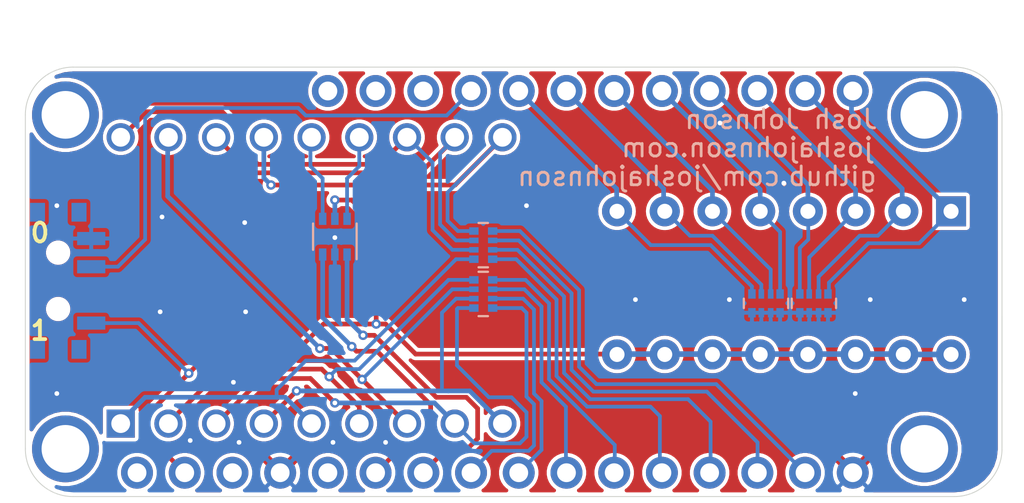
<source format=kicad_pcb>
(kicad_pcb (version 20171130) (host pcbnew "(5.1.2)-1")

  (general
    (thickness 1.6)
    (drawings 2)
    (tracks 284)
    (zones 0)
    (modules 11)
    (nets 38)
  )

  (page A4)
  (layers
    (0 F.Cu signal)
    (31 B.Cu signal)
    (32 B.Adhes user)
    (33 F.Adhes user)
    (34 B.Paste user)
    (35 F.Paste user)
    (36 B.SilkS user)
    (37 F.SilkS user)
    (38 B.Mask user)
    (39 F.Mask user)
    (40 Dwgs.User user)
    (41 Cmts.User user)
    (42 Eco1.User user)
    (43 Eco2.User user)
    (44 Edge.Cuts user)
    (45 Margin user)
    (46 B.CrtYd user)
    (47 F.CrtYd user)
    (48 B.Fab user hide)
    (49 F.Fab user hide)
  )

  (setup
    (last_trace_width 0.15)
    (trace_clearance 0.15)
    (zone_clearance 0.2)
    (zone_45_only no)
    (trace_min 0.15)
    (via_size 0.5)
    (via_drill 0.25)
    (via_min_size 0.5)
    (via_min_drill 0.25)
    (uvia_size 0.3)
    (uvia_drill 0.1)
    (uvias_allowed no)
    (uvia_min_size 0.2)
    (uvia_min_drill 0.1)
    (edge_width 0.05)
    (segment_width 0.2)
    (pcb_text_width 0.3)
    (pcb_text_size 1.5 1.5)
    (mod_edge_width 0.12)
    (mod_text_size 1 1)
    (mod_text_width 0.15)
    (pad_size 1.524 1.524)
    (pad_drill 0.762)
    (pad_to_mask_clearance 0.051)
    (solder_mask_min_width 0.25)
    (aux_axis_origin 0 0)
    (visible_elements 7FFFFFFF)
    (pcbplotparams
      (layerselection 0x010fc_ffffffff)
      (usegerberextensions false)
      (usegerberattributes false)
      (usegerberadvancedattributes false)
      (creategerberjobfile false)
      (excludeedgelayer true)
      (linewidth 0.100000)
      (plotframeref false)
      (viasonmask false)
      (mode 1)
      (useauxorigin false)
      (hpglpennumber 1)
      (hpglpenspeed 20)
      (hpglpendiameter 15.000000)
      (psnegative false)
      (psa4output false)
      (plotreference true)
      (plotvalue true)
      (plotinvisibletext false)
      (padsonsilk false)
      (subtractmaskfromsilk false)
      (outputformat 1)
      (mirror false)
      (drillshape 0)
      (scaleselection 1)
      (outputdirectory "gerbers/"))
  )

  (net 0 "")
  (net 1 GND)
  (net 2 +3V3)
  (net 3 /DIP_7)
  (net 4 /DIP_8)
  (net 5 /DIP_6)
  (net 6 /DIP_5)
  (net 7 /DIP_1)
  (net 8 /DIP_2)
  (net 9 /SEG_A)
  (net 10 /SEG_C)
  (net 11 /SEG_B)
  (net 12 /SEG_D)
  (net 13 /SEG_DP)
  (net 14 /SEG_F)
  (net 15 /SEG_G)
  (net 16 /SEG_E)
  (net 17 "Net-(U1-Pad13)")
  (net 18 "Net-(U1-Pad14)")
  (net 19 /ANODE_1)
  (net 20 /ANODE_2)
  (net 21 /SWITCH)
  (net 22 /DIP_3)
  (net 23 /DIP_4)
  (net 24 "Net-(J1-Pad3)")
  (net 25 "Net-(J1-Pad5)")
  (net 26 "Net-(J1-Pad1)")
  (net 27 "Net-(J1-Pad28)")
  (net 28 "Net-(J1-Pad27)")
  (net 29 "Net-(J1-Pad26)")
  (net 30 "Net-(RN3-Pad5)")
  (net 31 "Net-(RN3-Pad6)")
  (net 32 "Net-(RN3-Pad8)")
  (net 33 "Net-(RN3-Pad7)")
  (net 34 "Net-(RN4-Pad5)")
  (net 35 "Net-(RN4-Pad6)")
  (net 36 "Net-(RN4-Pad8)")
  (net 37 "Net-(RN4-Pad7)")

  (net_class Default "This is the default net class."
    (clearance 0.15)
    (trace_width 0.15)
    (via_dia 0.5)
    (via_drill 0.25)
    (uvia_dia 0.3)
    (uvia_drill 0.1)
    (add_net +3V3)
    (add_net /ANODE_1)
    (add_net /ANODE_2)
    (add_net /DIP_1)
    (add_net /DIP_2)
    (add_net /DIP_3)
    (add_net /DIP_4)
    (add_net /DIP_5)
    (add_net /DIP_6)
    (add_net /DIP_7)
    (add_net /DIP_8)
    (add_net /SEG_A)
    (add_net /SEG_B)
    (add_net /SEG_C)
    (add_net /SEG_D)
    (add_net /SEG_DP)
    (add_net /SEG_E)
    (add_net /SEG_F)
    (add_net /SEG_G)
    (add_net /SWITCH)
    (add_net GND)
    (add_net "Net-(J1-Pad1)")
    (add_net "Net-(J1-Pad26)")
    (add_net "Net-(J1-Pad27)")
    (add_net "Net-(J1-Pad28)")
    (add_net "Net-(J1-Pad3)")
    (add_net "Net-(J1-Pad5)")
    (add_net "Net-(RN3-Pad5)")
    (add_net "Net-(RN3-Pad6)")
    (add_net "Net-(RN3-Pad7)")
    (add_net "Net-(RN3-Pad8)")
    (add_net "Net-(RN4-Pad5)")
    (add_net "Net-(RN4-Pad6)")
    (add_net "Net-(RN4-Pad7)")
    (add_net "Net-(RN4-Pad8)")
    (add_net "Net-(U1-Pad13)")
    (add_net "Net-(U1-Pad14)")
  )

  (module josh-logos:josh-details (layer B.Cu) (tedit 5D134D16) (tstamp 5D223E0B)
    (at 86.25 51.4 180)
    (fp_text reference REF** (at 0 5.6) (layer B.Fab)
      (effects (font (size 1 1) (thickness 0.15)) (justify mirror))
    )
    (fp_text value "Josh Details" (at 0 6.6) (layer B.Fab)
      (effects (font (size 1 1) (thickness 0.15)) (justify mirror))
    )
    (fp_text user github.com/joshajohnson (at 4.6736 -2.032) (layer B.SilkS)
      (effects (font (size 1 1) (thickness 0.15)) (justify mirror))
    )
    (fp_text user joshajohnson.com (at 2 -0.5) (layer B.SilkS)
      (effects (font (size 1 1) (thickness 0.15)) (justify mirror))
    )
    (fp_text user "Josh Johnson" (at 0.2 1 180) (layer B.SilkS)
      (effects (font (size 1 1) (thickness 0.15)) (justify mirror))
    )
  )

  (module Display_7Segment:DA56-11SEKWA (layer F.Cu) (tedit 5D13FC94) (tstamp 5D148F33)
    (at 50.9 66.6 90)
    (descr "http://www.kingbright.com/attachments/file/psearch/000/00/00/DA56-11SEKWA(Ver.9A).pdf")
    (tags "Double digit seven segment super bright orange LED display")
    (path /5D176950)
    (fp_text reference U1 (at 0 -4 90) (layer F.SilkS) hide
      (effects (font (size 1 1) (thickness 0.15)))
    )
    (fp_text value LTD-5623Ax (at 3.5 24.5 90) (layer F.Fab)
      (effects (font (size 1 1) (thickness 0.15)))
    )
    (fp_line (start -1.905 22.66) (end -1.905 -1.34) (layer F.Fab) (width 0.1))
    (fp_line (start 17.145 22.66) (end -1.905 22.66) (layer F.Fab) (width 0.1))
    (fp_line (start 17.145 -2.34) (end 17.145 22.66) (layer F.Fab) (width 0.1))
    (fp_line (start -0.905 -2.34) (end 17.145 -2.34) (layer F.Fab) (width 0.1))
    (fp_text user %R (at 8 10 90) (layer F.Fab)
      (effects (font (size 1 1) (thickness 0.15)))
    )
    (fp_line (start -1.905 -1.34) (end -0.905 -2.34) (layer F.Fab) (width 0.1))
    (fp_line (start -2.16 22.92) (end -2.16 -2.59) (layer F.CrtYd) (width 0.05))
    (fp_line (start 17.39 22.92) (end -2.16 22.92) (layer F.CrtYd) (width 0.05))
    (fp_line (start 17.39 -2.59) (end 17.39 22.92) (layer F.CrtYd) (width 0.05))
    (fp_line (start -2.16 -2.59) (end 17.39 -2.59) (layer F.CrtYd) (width 0.05))
    (pad 18 thru_hole circle (at 15.24 0 90) (size 1.5 1.5) (drill 1) (layers *.Cu *.Mask)
      (net 31 "Net-(RN3-Pad6)"))
    (pad 17 thru_hole circle (at 15.24 2.54 90) (size 1.5 1.5) (drill 1) (layers *.Cu *.Mask)
      (net 37 "Net-(RN4-Pad7)"))
    (pad 16 thru_hole circle (at 15.24 5.08 90) (size 1.5 1.5) (drill 1) (layers *.Cu *.Mask)
      (net 33 "Net-(RN3-Pad7)"))
    (pad 15 thru_hole circle (at 15.24 7.62 90) (size 1.5 1.5) (drill 1) (layers *.Cu *.Mask)
      (net 32 "Net-(RN3-Pad8)"))
    (pad 14 thru_hole circle (at 15.24 10.16 90) (size 1.5 1.5) (drill 1) (layers *.Cu *.Mask)
      (net 18 "Net-(U1-Pad14)"))
    (pad 13 thru_hole circle (at 15.24 12.7 90) (size 1.5 1.5) (drill 1) (layers *.Cu *.Mask)
      (net 17 "Net-(U1-Pad13)"))
    (pad 12 thru_hole circle (at 15.24 15.24 90) (size 1.5 1.5) (drill 1) (layers *.Cu *.Mask)
      (net 31 "Net-(RN3-Pad6)"))
    (pad 11 thru_hole circle (at 15.24 17.78 90) (size 1.5 1.5) (drill 1) (layers *.Cu *.Mask)
      (net 33 "Net-(RN3-Pad7)"))
    (pad 10 thru_hole circle (at 15.24 20.32 90) (size 1.5 1.5) (drill 1) (layers *.Cu *.Mask)
      (net 32 "Net-(RN3-Pad8)"))
    (pad 9 thru_hole circle (at 0 20.32 90) (size 1.5 1.5) (drill 1) (layers *.Cu *.Mask)
      (net 35 "Net-(RN4-Pad6)"))
    (pad 8 thru_hole circle (at 0 17.78 90) (size 1.5 1.5) (drill 1) (layers *.Cu *.Mask)
      (net 34 "Net-(RN4-Pad5)"))
    (pad 7 thru_hole circle (at 0 15.24 90) (size 1.5 1.5) (drill 1) (layers *.Cu *.Mask)
      (net 37 "Net-(RN4-Pad7)"))
    (pad 6 thru_hole circle (at 0 12.7 90) (size 1.5 1.5) (drill 1) (layers *.Cu *.Mask)
      (net 36 "Net-(RN4-Pad8)"))
    (pad 5 thru_hole circle (at 0 10.16 90) (size 1.5 1.5) (drill 1) (layers *.Cu *.Mask)
      (net 30 "Net-(RN3-Pad5)"))
    (pad 4 thru_hole circle (at 0 7.62 90) (size 1.5 1.5) (drill 1) (layers *.Cu *.Mask)
      (net 35 "Net-(RN4-Pad6)"))
    (pad 3 thru_hole circle (at 0 5.08 90) (size 1.5 1.5) (drill 1) (layers *.Cu *.Mask)
      (net 34 "Net-(RN4-Pad5)"))
    (pad 2 thru_hole circle (at 0 2.54 90) (size 1.5 1.5) (drill 1) (layers *.Cu *.Mask)
      (net 36 "Net-(RN4-Pad8)"))
    (pad 1 thru_hole rect (at 0 0 90) (size 1.5 1.5) (drill 1) (layers *.Cu *.Mask)
      (net 30 "Net-(RN3-Pad5)"))
    (model ${KISYS3DMOD}/Display_7Segment.3dshapes/DA56-11SEKWA.wrl
      (at (xyz 0 0 0))
      (scale (xyz 1 1 1))
      (rotate (xyz 0 0 0))
    )
  )

  (module josh-connectors:featherwing (layer F.Cu) (tedit 5D13FC36) (tstamp 5D14916B)
    (at 70.818601 59.055001)
    (path /5D175B15)
    (fp_text reference J1 (at 0 1) (layer F.Fab)
      (effects (font (size 0.6 0.6) (thickness 0.1)))
    )
    (fp_text value Feather (at 0 0 180) (layer F.Fab)
      (effects (font (size 0.6 0.5) (thickness 0.1)))
    )
    (fp_text user %R (at 17.78 8.89 180) (layer Eco1.User) hide
      (effects (font (size 0.3 0.3) (thickness 0.03)))
    )
    (fp_arc (start -22.4536 -8.89) (end -24.9936 -8.89) (angle 90) (layer Edge.Cuts) (width 0.05))
    (fp_arc (start -22.4536 8.89) (end -22.4536 11.43) (angle 90) (layer Edge.Cuts) (width 0.05))
    (fp_arc (start 24.4536 8.89) (end 24.4536 11.43) (angle -88.9) (layer Edge.Cuts) (width 0.05))
    (fp_arc (start 24.4536 -8.89) (end 24.4536 -11.43) (angle 90) (layer Edge.Cuts) (width 0.05))
    (fp_line (start -24.9936 -8.89) (end -24.9936 8.89) (layer Edge.Cuts) (width 0.05))
    (fp_line (start -22.4536 11.43) (end 24.4536 11.43) (layer Edge.Cuts) (width 0.05))
    (fp_line (start 26.993132 8.938762) (end 26.9936 -8.89) (layer Edge.Cuts) (width 0.05))
    (fp_line (start 24.4536 -11.43) (end -22.4536 -11.43) (layer Edge.Cuts) (width 0.05))
    (pad 2 thru_hole circle (at -16.51 10.16) (size 1.7 1.7) (drill 1) (layers *.Cu *.Mask)
      (net 2 +3V3))
    (pad 3 thru_hole circle (at -13.97 10.16) (size 1.7 1.7) (drill 1) (layers *.Cu *.Mask)
      (net 24 "Net-(J1-Pad3)"))
    (pad 4 thru_hole circle (at -11.43 10.16) (size 1.7 1.7) (drill 1) (layers *.Cu *.Mask)
      (net 1 GND))
    (pad 5 thru_hole circle (at -8.89 10.16) (size 1.7 1.7) (drill 1) (layers *.Cu *.Mask)
      (net 25 "Net-(J1-Pad5)"))
    (pad 6 thru_hole circle (at -6.35 10.16) (size 1.7 1.7) (drill 1) (layers *.Cu *.Mask)
      (net 20 /ANODE_2))
    (pad 7 thru_hole circle (at -3.81 10.16) (size 1.7 1.7) (drill 1) (layers *.Cu *.Mask)
      (net 19 /ANODE_1))
    (pad 8 thru_hole circle (at -1.27 10.16) (size 1.7 1.7) (drill 1) (layers *.Cu *.Mask)
      (net 10 /SEG_C))
    (pad 9 thru_hole circle (at 1.27 10.16) (size 1.7 1.7) (drill 1) (layers *.Cu *.Mask)
      (net 13 /SEG_DP))
    (pad 10 thru_hole circle (at 3.81 10.16) (size 1.7 1.7) (drill 1) (layers *.Cu *.Mask)
      (net 15 /SEG_G))
    (pad 11 thru_hole circle (at 6.35 10.16) (size 1.7 1.7) (drill 1) (layers *.Cu *.Mask)
      (net 12 /SEG_D))
    (pad 12 thru_hole circle (at 8.89 10.16) (size 1.7 1.7) (drill 1) (layers *.Cu *.Mask)
      (net 16 /SEG_E))
    (pad 13 thru_hole circle (at 11.43 10.16) (size 1.7 1.7) (drill 1) (layers *.Cu *.Mask)
      (net 14 /SEG_F))
    (pad 14 thru_hole circle (at 13.97 10.16) (size 1.7 1.7) (drill 1) (layers *.Cu *.Mask)
      (net 9 /SEG_A))
    (pad 15 thru_hole circle (at 16.51 10.16) (size 1.7 1.7) (drill 1) (layers *.Cu *.Mask)
      (net 11 /SEG_B))
    (pad 1 thru_hole circle (at -19.05 10.16) (size 1.7 1.7) (drill 1) (layers *.Cu *.Mask)
      (net 26 "Net-(J1-Pad1)"))
    (pad 16 thru_hole circle (at 19.05 10.16) (size 1.7 1.7) (drill 1) (layers *.Cu *.Mask)
      (net 1 GND))
    (pad 28 thru_hole circle (at -8.89 -10.16) (size 1.7 1.7) (drill 1) (layers *.Cu *.Mask)
      (net 27 "Net-(J1-Pad28)"))
    (pad 27 thru_hole circle (at -6.35 -10.16) (size 1.7 1.7) (drill 1) (layers *.Cu *.Mask)
      (net 28 "Net-(J1-Pad27)"))
    (pad 26 thru_hole circle (at -3.81 -10.16) (size 1.7 1.7) (drill 1) (layers *.Cu *.Mask)
      (net 29 "Net-(J1-Pad26)"))
    (pad 25 thru_hole circle (at -1.27 -10.16) (size 1.7 1.7) (drill 1) (layers *.Cu *.Mask)
      (net 21 /SWITCH))
    (pad 24 thru_hole circle (at 1.27 -10.16) (size 1.7 1.7) (drill 1) (layers *.Cu *.Mask)
      (net 4 /DIP_8))
    (pad 23 thru_hole circle (at 3.81 -10.16) (size 1.7 1.7) (drill 1) (layers *.Cu *.Mask)
      (net 3 /DIP_7))
    (pad 22 thru_hole circle (at 6.35 -10.16) (size 1.7 1.7) (drill 1) (layers *.Cu *.Mask)
      (net 5 /DIP_6))
    (pad 21 thru_hole circle (at 8.89 -10.16) (size 1.7 1.7) (drill 1) (layers *.Cu *.Mask)
      (net 6 /DIP_5))
    (pad 20 thru_hole circle (at 11.43 -10.16) (size 1.7 1.7) (drill 1) (layers *.Cu *.Mask)
      (net 23 /DIP_4))
    (pad 19 thru_hole circle (at 13.97 -10.16) (size 1.7 1.7) (drill 1) (layers *.Cu *.Mask)
      (net 22 /DIP_3))
    (pad 18 thru_hole circle (at 16.51 -10.16) (size 1.7 1.7) (drill 1) (layers *.Cu *.Mask)
      (net 8 /DIP_2))
    (pad 17 thru_hole circle (at 19.05 -10.16) (size 1.7 1.7) (drill 1) (layers *.Cu *.Mask)
      (net 7 /DIP_1))
    (pad "" np_thru_hole circle (at -22.86 -8.89) (size 3.556 3.556) (drill 2.54) (layers *.Cu *.Mask))
    (pad "" np_thru_hole circle (at 22.86 -8.89) (size 3.556 3.556) (drill 2.54) (layers *.Cu *.Mask))
    (pad "" np_thru_hole circle (at -22.86 8.89) (size 3.556 3.556) (drill 2.54) (layers *.Cu *.Mask))
    (pad "" np_thru_hole circle (at 22.86 8.89) (size 3.556 3.556) (drill 2.54) (layers *.Cu *.Mask))
  )

  (module Resistor_SMD:R_Array_Convex_4x0402 (layer B.Cu) (tedit 58E0A8A8) (tstamp 5D14C378)
    (at 70.2 59.7 180)
    (descr "Chip Resistor Network, ROHM MNR04 (see mnr_g.pdf)")
    (tags "resistor array")
    (path /5D243933)
    (attr smd)
    (fp_text reference RN4 (at 0 2.1) (layer B.SilkS) hide
      (effects (font (size 1 1) (thickness 0.15)) (justify mirror))
    )
    (fp_text value 330R (at 0 -2.1) (layer B.Fab)
      (effects (font (size 1 1) (thickness 0.15)) (justify mirror))
    )
    (fp_line (start 1 -1.25) (end -1 -1.25) (layer B.CrtYd) (width 0.05))
    (fp_line (start 1 -1.25) (end 1 1.25) (layer B.CrtYd) (width 0.05))
    (fp_line (start -1 1.25) (end -1 -1.25) (layer B.CrtYd) (width 0.05))
    (fp_line (start -1 1.25) (end 1 1.25) (layer B.CrtYd) (width 0.05))
    (fp_line (start 0.25 -1.18) (end -0.25 -1.18) (layer B.SilkS) (width 0.12))
    (fp_line (start 0.25 1.18) (end -0.25 1.18) (layer B.SilkS) (width 0.12))
    (fp_line (start -0.5 -1) (end -0.5 1) (layer B.Fab) (width 0.1))
    (fp_line (start 0.5 -1) (end -0.5 -1) (layer B.Fab) (width 0.1))
    (fp_line (start 0.5 1) (end 0.5 -1) (layer B.Fab) (width 0.1))
    (fp_line (start -0.5 1) (end 0.5 1) (layer B.Fab) (width 0.1))
    (fp_text user %R (at 0 0 270) (layer B.Fab)
      (effects (font (size 0.5 0.5) (thickness 0.075)) (justify mirror))
    )
    (pad 5 smd rect (at 0.5 -0.75 180) (size 0.5 0.4) (layers B.Cu B.Paste B.Mask)
      (net 34 "Net-(RN4-Pad5)"))
    (pad 6 smd rect (at 0.5 -0.25 180) (size 0.5 0.3) (layers B.Cu B.Paste B.Mask)
      (net 35 "Net-(RN4-Pad6)"))
    (pad 8 smd rect (at 0.5 0.75 180) (size 0.5 0.4) (layers B.Cu B.Paste B.Mask)
      (net 36 "Net-(RN4-Pad8)"))
    (pad 7 smd rect (at 0.5 0.25 180) (size 0.5 0.3) (layers B.Cu B.Paste B.Mask)
      (net 37 "Net-(RN4-Pad7)"))
    (pad 4 smd rect (at -0.5 -0.75 180) (size 0.5 0.4) (layers B.Cu B.Paste B.Mask)
      (net 10 /SEG_C))
    (pad 2 smd rect (at -0.5 0.25 180) (size 0.5 0.3) (layers B.Cu B.Paste B.Mask)
      (net 15 /SEG_G))
    (pad 3 smd rect (at -0.5 -0.25 180) (size 0.5 0.3) (layers B.Cu B.Paste B.Mask)
      (net 13 /SEG_DP))
    (pad 1 smd rect (at -0.5 0.75 180) (size 0.5 0.4) (layers B.Cu B.Paste B.Mask)
      (net 12 /SEG_D))
    (model ${KISYS3DMOD}/Resistor_SMD.3dshapes/R_Array_Convex_4x0402.wrl
      (at (xyz 0 0 0))
      (scale (xyz 1 1 1))
      (rotate (xyz 0 0 0))
    )
  )

  (module Resistor_SMD:R_Array_Convex_4x0402 (layer B.Cu) (tedit 58E0A8A8) (tstamp 5D14C361)
    (at 70.2 57.1 180)
    (descr "Chip Resistor Network, ROHM MNR04 (see mnr_g.pdf)")
    (tags "resistor array")
    (path /5D230879)
    (attr smd)
    (fp_text reference RN3 (at 0 2.1) (layer B.SilkS) hide
      (effects (font (size 1 1) (thickness 0.15)) (justify mirror))
    )
    (fp_text value 330R (at 0 -2.1) (layer B.Fab)
      (effects (font (size 1 1) (thickness 0.15)) (justify mirror))
    )
    (fp_line (start 1 -1.25) (end -1 -1.25) (layer B.CrtYd) (width 0.05))
    (fp_line (start 1 -1.25) (end 1 1.25) (layer B.CrtYd) (width 0.05))
    (fp_line (start -1 1.25) (end -1 -1.25) (layer B.CrtYd) (width 0.05))
    (fp_line (start -1 1.25) (end 1 1.25) (layer B.CrtYd) (width 0.05))
    (fp_line (start 0.25 -1.18) (end -0.25 -1.18) (layer B.SilkS) (width 0.12))
    (fp_line (start 0.25 1.18) (end -0.25 1.18) (layer B.SilkS) (width 0.12))
    (fp_line (start -0.5 -1) (end -0.5 1) (layer B.Fab) (width 0.1))
    (fp_line (start 0.5 -1) (end -0.5 -1) (layer B.Fab) (width 0.1))
    (fp_line (start 0.5 1) (end 0.5 -1) (layer B.Fab) (width 0.1))
    (fp_line (start -0.5 1) (end 0.5 1) (layer B.Fab) (width 0.1))
    (fp_text user %R (at 0 0 270) (layer B.Fab)
      (effects (font (size 0.5 0.5) (thickness 0.075)) (justify mirror))
    )
    (pad 5 smd rect (at 0.5 -0.75 180) (size 0.5 0.4) (layers B.Cu B.Paste B.Mask)
      (net 30 "Net-(RN3-Pad5)"))
    (pad 6 smd rect (at 0.5 -0.25 180) (size 0.5 0.3) (layers B.Cu B.Paste B.Mask)
      (net 31 "Net-(RN3-Pad6)"))
    (pad 8 smd rect (at 0.5 0.75 180) (size 0.5 0.4) (layers B.Cu B.Paste B.Mask)
      (net 32 "Net-(RN3-Pad8)"))
    (pad 7 smd rect (at 0.5 0.25 180) (size 0.5 0.3) (layers B.Cu B.Paste B.Mask)
      (net 33 "Net-(RN3-Pad7)"))
    (pad 4 smd rect (at -0.5 -0.75 180) (size 0.5 0.4) (layers B.Cu B.Paste B.Mask)
      (net 16 /SEG_E))
    (pad 2 smd rect (at -0.5 0.25 180) (size 0.5 0.3) (layers B.Cu B.Paste B.Mask)
      (net 9 /SEG_A))
    (pad 3 smd rect (at -0.5 -0.25 180) (size 0.5 0.3) (layers B.Cu B.Paste B.Mask)
      (net 14 /SEG_F))
    (pad 1 smd rect (at -0.5 0.75 180) (size 0.5 0.4) (layers B.Cu B.Paste B.Mask)
      (net 11 /SEG_B))
    (model ${KISYS3DMOD}/Resistor_SMD.3dshapes/R_Array_Convex_4x0402.wrl
      (at (xyz 0 0 0))
      (scale (xyz 1 1 1))
      (rotate (xyz 0 0 0))
    )
  )

  (module Package_TO_SOT_SMD:SOT-363_SC-70-6 (layer B.Cu) (tedit 5A02FF57) (tstamp 5D14AF7E)
    (at 62.3 56.65 90)
    (descr "SOT-363, SC-70-6")
    (tags "SOT-363 SC-70-6")
    (path /5D177631)
    (attr smd)
    (fp_text reference U2 (at 0 2 90) (layer B.SilkS) hide
      (effects (font (size 1 1) (thickness 0.15)) (justify mirror))
    )
    (fp_text value 74LVC2G17 (at 0 -2 -90) (layer B.Fab)
      (effects (font (size 1 1) (thickness 0.15)) (justify mirror))
    )
    (fp_line (start -0.175 1.1) (end -0.675 0.6) (layer B.Fab) (width 0.1))
    (fp_line (start 0.675 -1.1) (end -0.675 -1.1) (layer B.Fab) (width 0.1))
    (fp_line (start 0.675 1.1) (end 0.675 -1.1) (layer B.Fab) (width 0.1))
    (fp_line (start -1.6 -1.4) (end 1.6 -1.4) (layer B.CrtYd) (width 0.05))
    (fp_line (start -0.675 0.6) (end -0.675 -1.1) (layer B.Fab) (width 0.1))
    (fp_line (start 0.675 1.1) (end -0.175 1.1) (layer B.Fab) (width 0.1))
    (fp_line (start -1.6 1.4) (end 1.6 1.4) (layer B.CrtYd) (width 0.05))
    (fp_line (start -1.6 1.4) (end -1.6 -1.4) (layer B.CrtYd) (width 0.05))
    (fp_line (start 1.6 -1.4) (end 1.6 1.4) (layer B.CrtYd) (width 0.05))
    (fp_line (start -0.7 -1.16) (end 0.7 -1.16) (layer B.SilkS) (width 0.12))
    (fp_line (start 0.7 1.16) (end -1.2 1.16) (layer B.SilkS) (width 0.12))
    (fp_text user %R (at 0 0 180) (layer B.Fab)
      (effects (font (size 0.5 0.5) (thickness 0.075)) (justify mirror))
    )
    (pad 6 smd rect (at 0.95 0.65 90) (size 0.65 0.4) (layers B.Cu B.Paste B.Mask)
      (net 17 "Net-(U1-Pad13)"))
    (pad 4 smd rect (at 0.95 -0.65 90) (size 0.65 0.4) (layers B.Cu B.Paste B.Mask)
      (net 18 "Net-(U1-Pad14)"))
    (pad 2 smd rect (at -0.95 0 90) (size 0.65 0.4) (layers B.Cu B.Paste B.Mask)
      (net 1 GND))
    (pad 5 smd rect (at 0.95 0 90) (size 0.65 0.4) (layers B.Cu B.Paste B.Mask)
      (net 2 +3V3))
    (pad 3 smd rect (at -0.95 -0.65 90) (size 0.65 0.4) (layers B.Cu B.Paste B.Mask)
      (net 20 /ANODE_2))
    (pad 1 smd rect (at -0.95 0.65 90) (size 0.65 0.4) (layers B.Cu B.Paste B.Mask)
      (net 19 /ANODE_1))
    (model ${KISYS3DMOD}/Package_TO_SOT_SMD.3dshapes/SOT-363_SC-70-6.wrl
      (at (xyz 0 0 0))
      (scale (xyz 1 1 1))
      (rotate (xyz 0 0 0))
    )
  )

  (module josh-buttons-switches:SW_SPDT_PCM12 (layer B.Cu) (tedit 5D134B0C) (tstamp 5D138B3C)
    (at 47.9 59 90)
    (descr "Ultraminiature Surface Mount Slide Switch")
    (path /5D15260E)
    (attr smd)
    (fp_text reference SW2 (at 0 3.2 90) (layer B.SilkS) hide
      (effects (font (size 1 1) (thickness 0.15)) (justify mirror))
    )
    (fp_text value SW_SPDT (at 0 -4.25 90) (layer B.Fab)
      (effects (font (size 1 1) (thickness 0.15)) (justify mirror))
    )
    (fp_line (start -4.4 -2.1) (end -4.4 2.45) (layer B.CrtYd) (width 0.05))
    (fp_line (start -1.65 -2.1) (end -4.4 -2.1) (layer B.CrtYd) (width 0.05))
    (fp_line (start -1.65 -3.4) (end -1.65 -2.1) (layer B.CrtYd) (width 0.05))
    (fp_line (start 1.65 -3.4) (end -1.65 -3.4) (layer B.CrtYd) (width 0.05))
    (fp_line (start 1.65 -2.1) (end 1.65 -3.4) (layer B.CrtYd) (width 0.05))
    (fp_line (start 4.4 -2.1) (end 1.65 -2.1) (layer B.CrtYd) (width 0.05))
    (fp_line (start 4.4 2.45) (end 4.4 -2.1) (layer B.CrtYd) (width 0.05))
    (fp_line (start -4.4 2.45) (end 4.4 2.45) (layer B.CrtYd) (width 0.05))
    (fp_line (start 3.35 1) (end -3.35 1) (layer B.Fab) (width 0.1))
    (fp_line (start 3.35 -1.6) (end 3.35 1) (layer B.Fab) (width 0.1))
    (fp_line (start -3.35 -1.6) (end 3.35 -1.6) (layer B.Fab) (width 0.1))
    (fp_line (start -3.35 1) (end -3.35 -1.6) (layer B.Fab) (width 0.1))
    (fp_line (start -0.1 -2.9) (end -0.1 -1.6) (layer B.Fab) (width 0.1))
    (fp_line (start -0.15 -2.95) (end -0.1 -2.9) (layer B.Fab) (width 0.1))
    (fp_line (start -0.35 -3.15) (end -0.15 -2.95) (layer B.Fab) (width 0.1))
    (fp_line (start -1.2 -3.15) (end -0.35 -3.15) (layer B.Fab) (width 0.1))
    (fp_line (start -1.4 -2.95) (end -1.2 -3.15) (layer B.Fab) (width 0.1))
    (fp_line (start -1.4 -1.65) (end -1.4 -2.95) (layer B.Fab) (width 0.1))
    (fp_text user %R (at 0 3.2 90) (layer B.Fab)
      (effects (font (size 1 1) (thickness 0.15)) (justify mirror))
    )
    (pad "" smd rect (at -3.65 0.78 90) (size 1 0.8) (layers B.Cu B.Paste B.Mask))
    (pad "" smd rect (at 3.65 0.78 90) (size 1 0.8) (layers B.Cu B.Paste B.Mask))
    (pad "" smd rect (at 3.65 -1.43 90) (size 1 0.8) (layers B.Cu B.Paste B.Mask))
    (pad "" smd rect (at -3.65 -1.43 90) (size 1 0.8) (layers B.Cu B.Paste B.Mask))
    (pad 3 smd rect (at 2.25 1.43 90) (size 0.7 1.5) (layers B.Cu B.Paste B.Mask)
      (net 1 GND))
    (pad 2 smd rect (at 0.75 1.43 90) (size 0.7 1.5) (layers B.Cu B.Paste B.Mask)
      (net 21 /SWITCH))
    (pad 1 smd rect (at -2.25 1.43 90) (size 0.7 1.5) (layers B.Cu B.Paste B.Mask)
      (net 2 +3V3))
    (pad "" np_thru_hole circle (at 1.5 -0.33 90) (size 0.9 0.9) (drill 0.9) (layers *.Cu *.Mask))
    (pad "" np_thru_hole circle (at -1.5 -0.33 90) (size 0.9 0.9) (drill 0.9) (layers *.Cu *.Mask))
    (model ${KIPRJMOD}/../../josh-kicad-lib/packages3d/josh-buttons-switches/SW_SPDT_PCM12.step
      (at (xyz 0 0 0))
      (scale (xyz 1 1 1))
      (rotate (xyz 0 0 0))
    )
  )

  (module Resistor_SMD:R_Array_Convex_4x0402 (layer B.Cu) (tedit 58E0A8A8) (tstamp 5D13C0C7)
    (at 87.8 60.2 90)
    (descr "Chip Resistor Network, ROHM MNR04 (see mnr_g.pdf)")
    (tags "resistor array")
    (path /5D12BDC7)
    (attr smd)
    (fp_text reference RN2 (at 0 2.1 90) (layer B.SilkS) hide
      (effects (font (size 1 1) (thickness 0.15)) (justify mirror))
    )
    (fp_text value 10K (at 0 -2.1 90) (layer B.Fab)
      (effects (font (size 1 1) (thickness 0.15)) (justify mirror))
    )
    (fp_line (start 1 -1.25) (end -1 -1.25) (layer B.CrtYd) (width 0.05))
    (fp_line (start 1 -1.25) (end 1 1.25) (layer B.CrtYd) (width 0.05))
    (fp_line (start -1 1.25) (end -1 -1.25) (layer B.CrtYd) (width 0.05))
    (fp_line (start -1 1.25) (end 1 1.25) (layer B.CrtYd) (width 0.05))
    (fp_line (start 0.25 -1.18) (end -0.25 -1.18) (layer B.SilkS) (width 0.12))
    (fp_line (start 0.25 1.18) (end -0.25 1.18) (layer B.SilkS) (width 0.12))
    (fp_line (start -0.5 -1) (end -0.5 1) (layer B.Fab) (width 0.1))
    (fp_line (start 0.5 -1) (end -0.5 -1) (layer B.Fab) (width 0.1))
    (fp_line (start 0.5 1) (end 0.5 -1) (layer B.Fab) (width 0.1))
    (fp_line (start -0.5 1) (end 0.5 1) (layer B.Fab) (width 0.1))
    (fp_text user %R (at 0 0 180) (layer B.Fab)
      (effects (font (size 0.5 0.5) (thickness 0.075)) (justify mirror))
    )
    (pad 5 smd rect (at 0.5 -0.75 90) (size 0.5 0.4) (layers B.Cu B.Paste B.Mask)
      (net 23 /DIP_4))
    (pad 6 smd rect (at 0.5 -0.25 90) (size 0.5 0.3) (layers B.Cu B.Paste B.Mask)
      (net 22 /DIP_3))
    (pad 8 smd rect (at 0.5 0.75 90) (size 0.5 0.4) (layers B.Cu B.Paste B.Mask)
      (net 7 /DIP_1))
    (pad 7 smd rect (at 0.5 0.25 90) (size 0.5 0.3) (layers B.Cu B.Paste B.Mask)
      (net 8 /DIP_2))
    (pad 4 smd rect (at -0.5 -0.75 90) (size 0.5 0.4) (layers B.Cu B.Paste B.Mask)
      (net 1 GND))
    (pad 2 smd rect (at -0.5 0.25 90) (size 0.5 0.3) (layers B.Cu B.Paste B.Mask)
      (net 1 GND))
    (pad 3 smd rect (at -0.5 -0.25 90) (size 0.5 0.3) (layers B.Cu B.Paste B.Mask)
      (net 1 GND))
    (pad 1 smd rect (at -0.5 0.75 90) (size 0.5 0.4) (layers B.Cu B.Paste B.Mask)
      (net 1 GND))
    (model ${KISYS3DMOD}/Resistor_SMD.3dshapes/R_Array_Convex_4x0402.wrl
      (at (xyz 0 0 0))
      (scale (xyz 1 1 1))
      (rotate (xyz 0 0 0))
    )
  )

  (module josh-footprints:JoshDetails (layer B.Cu) (tedit 5C29628D) (tstamp 5D1318F7)
    (at 86.7 51.5 180)
    (fp_text reference REF** (at 0 5.6) (layer B.Fab)
      (effects (font (size 1 1) (thickness 0.15)) (justify mirror))
    )
    (fp_text value "Josh Details" (at 0 6.6) (layer B.Fab)
      (effects (font (size 1 1) (thickness 0.15)) (justify mirror))
    )
  )

  (module Button_Switch_THT:SW_DIP_SPSTx08_Slide_9.78x22.5mm_W7.62mm_P2.54mm (layer F.Cu) (tedit 5D11D4DA) (tstamp 5D1204E2)
    (at 95.1 55.3 270)
    (descr "8x-dip-switch SPST , Slide, row spacing 7.62 mm (300 mils), body size 9.78x22.5mm (see e.g. https://www.ctscorp.com/wp-content/uploads/206-208.pdf)")
    (tags "DIP Switch SPST Slide 7.62mm 300mil")
    (path /5D11CCFE)
    (fp_text reference SW1 (at 3.81 -3.42 270) (layer F.SilkS) hide
      (effects (font (size 1 1) (thickness 0.15)))
    )
    (fp_text value SW_DIP_x08 (at 3.81 21.2 270) (layer F.Fab)
      (effects (font (size 1 1) (thickness 0.15)))
    )
    (fp_line (start -0.08 -2.36) (end 8.7 -2.36) (layer F.Fab) (width 0.1))
    (fp_line (start 8.7 -2.36) (end 8.7 20.14) (layer F.Fab) (width 0.1))
    (fp_line (start 8.7 20.14) (end -1.08 20.14) (layer F.Fab) (width 0.1))
    (fp_line (start -1.08 20.14) (end -1.08 -1.36) (layer F.Fab) (width 0.1))
    (fp_line (start -1.08 -1.36) (end -0.08 -2.36) (layer F.Fab) (width 0.1))
    (fp_line (start -1.35 -2.7) (end -1.35 20.5) (layer F.CrtYd) (width 0.05))
    (fp_line (start -1.35 20.5) (end 8.95 20.5) (layer F.CrtYd) (width 0.05))
    (fp_line (start 8.95 20.5) (end 8.95 -2.7) (layer F.CrtYd) (width 0.05))
    (fp_line (start 8.95 -2.7) (end -1.35 -2.7) (layer F.CrtYd) (width 0.05))
    (fp_text user %R (at 7.27 8.89) (layer F.Fab)
      (effects (font (size 0.8 0.8) (thickness 0.12)))
    )
    (pad 1 thru_hole rect (at 0 0 270) (size 1.6 1.6) (drill 0.8) (layers *.Cu *.Mask)
      (net 7 /DIP_1))
    (pad 9 thru_hole oval (at 7.62 17.78 270) (size 1.6 1.6) (drill 0.8) (layers *.Cu *.Mask)
      (net 2 +3V3))
    (pad 2 thru_hole oval (at 0 2.54 270) (size 1.6 1.6) (drill 0.8) (layers *.Cu *.Mask)
      (net 8 /DIP_2))
    (pad 10 thru_hole oval (at 7.62 15.24 270) (size 1.6 1.6) (drill 0.8) (layers *.Cu *.Mask)
      (net 2 +3V3))
    (pad 3 thru_hole oval (at 0 5.08 270) (size 1.6 1.6) (drill 0.8) (layers *.Cu *.Mask)
      (net 22 /DIP_3))
    (pad 11 thru_hole oval (at 7.62 12.7 270) (size 1.6 1.6) (drill 0.8) (layers *.Cu *.Mask)
      (net 2 +3V3))
    (pad 4 thru_hole oval (at 0 7.62 270) (size 1.6 1.6) (drill 0.8) (layers *.Cu *.Mask)
      (net 23 /DIP_4))
    (pad 12 thru_hole oval (at 7.62 10.16 270) (size 1.6 1.6) (drill 0.8) (layers *.Cu *.Mask)
      (net 2 +3V3))
    (pad 5 thru_hole oval (at 0 10.16 270) (size 1.6 1.6) (drill 0.8) (layers *.Cu *.Mask)
      (net 6 /DIP_5))
    (pad 13 thru_hole oval (at 7.62 7.62 270) (size 1.6 1.6) (drill 0.8) (layers *.Cu *.Mask)
      (net 2 +3V3))
    (pad 6 thru_hole oval (at 0 12.7 270) (size 1.6 1.6) (drill 0.8) (layers *.Cu *.Mask)
      (net 5 /DIP_6))
    (pad 14 thru_hole oval (at 7.62 5.08 270) (size 1.6 1.6) (drill 0.8) (layers *.Cu *.Mask)
      (net 2 +3V3))
    (pad 7 thru_hole oval (at 0 15.24 270) (size 1.6 1.6) (drill 0.8) (layers *.Cu *.Mask)
      (net 3 /DIP_7))
    (pad 15 thru_hole oval (at 7.62 2.54 270) (size 1.6 1.6) (drill 0.8) (layers *.Cu *.Mask)
      (net 2 +3V3))
    (pad 8 thru_hole oval (at 0 17.78 270) (size 1.6 1.6) (drill 0.8) (layers *.Cu *.Mask)
      (net 4 /DIP_8))
    (pad 16 thru_hole oval (at 7.62 0 270) (size 1.6 1.6) (drill 0.8) (layers *.Cu *.Mask)
      (net 2 +3V3))
    (model ${KISYS3DMOD}/Button_Switch_THT.3dshapes/SW_DIP_SPSTx08_Slide_9.78x22.5mm_W7.62mm_P2.54mm.wrl
      (at (xyz 0 0 0))
      (scale (xyz 1 1 1))
      (rotate (xyz 0 0 90))
    )
  )

  (module Resistor_SMD:R_Array_Convex_4x0402 (layer B.Cu) (tedit 58E0A8A8) (tstamp 5D120808)
    (at 85.25 60.2 90)
    (descr "Chip Resistor Network, ROHM MNR04 (see mnr_g.pdf)")
    (tags "resistor array")
    (path /5D1284D8)
    (attr smd)
    (fp_text reference RN1 (at 0 2.1 90) (layer B.SilkS) hide
      (effects (font (size 1 1) (thickness 0.15)) (justify mirror))
    )
    (fp_text value 10K (at 0 -2.1 90) (layer B.Fab)
      (effects (font (size 1 1) (thickness 0.15)) (justify mirror))
    )
    (fp_text user %R (at 0 0 180) (layer B.Fab)
      (effects (font (size 0.5 0.5) (thickness 0.075)) (justify mirror))
    )
    (fp_line (start -0.5 1) (end 0.5 1) (layer B.Fab) (width 0.1))
    (fp_line (start 0.5 1) (end 0.5 -1) (layer B.Fab) (width 0.1))
    (fp_line (start 0.5 -1) (end -0.5 -1) (layer B.Fab) (width 0.1))
    (fp_line (start -0.5 -1) (end -0.5 1) (layer B.Fab) (width 0.1))
    (fp_line (start 0.25 1.18) (end -0.25 1.18) (layer B.SilkS) (width 0.12))
    (fp_line (start 0.25 -1.18) (end -0.25 -1.18) (layer B.SilkS) (width 0.12))
    (fp_line (start -1 1.25) (end 1 1.25) (layer B.CrtYd) (width 0.05))
    (fp_line (start -1 1.25) (end -1 -1.25) (layer B.CrtYd) (width 0.05))
    (fp_line (start 1 -1.25) (end 1 1.25) (layer B.CrtYd) (width 0.05))
    (fp_line (start 1 -1.25) (end -1 -1.25) (layer B.CrtYd) (width 0.05))
    (pad 1 smd rect (at -0.5 0.75 90) (size 0.5 0.4) (layers B.Cu B.Paste B.Mask)
      (net 1 GND))
    (pad 3 smd rect (at -0.5 -0.25 90) (size 0.5 0.3) (layers B.Cu B.Paste B.Mask)
      (net 1 GND))
    (pad 2 smd rect (at -0.5 0.25 90) (size 0.5 0.3) (layers B.Cu B.Paste B.Mask)
      (net 1 GND))
    (pad 4 smd rect (at -0.5 -0.75 90) (size 0.5 0.4) (layers B.Cu B.Paste B.Mask)
      (net 1 GND))
    (pad 7 smd rect (at 0.5 0.25 90) (size 0.5 0.3) (layers B.Cu B.Paste B.Mask)
      (net 5 /DIP_6))
    (pad 8 smd rect (at 0.5 0.75 90) (size 0.5 0.4) (layers B.Cu B.Paste B.Mask)
      (net 6 /DIP_5))
    (pad 6 smd rect (at 0.5 -0.25 90) (size 0.5 0.3) (layers B.Cu B.Paste B.Mask)
      (net 3 /DIP_7))
    (pad 5 smd rect (at 0.5 -0.75 90) (size 0.5 0.4) (layers B.Cu B.Paste B.Mask)
      (net 4 /DIP_8))
    (model ${KISYS3DMOD}/Resistor_SMD.3dshapes/R_Array_Convex_4x0402.wrl
      (at (xyz 0 0 0))
      (scale (xyz 1 1 1))
      (rotate (xyz 0 0 0))
    )
  )

  (gr_text 0 (at 46.6 56.45) (layer F.SilkS) (tstamp 5D139746)
    (effects (font (size 1 1) (thickness 0.2)))
  )
  (gr_text 1 (at 46.6 61.65) (layer F.SilkS)
    (effects (font (size 1 1) (thickness 0.2)))
  )

  (segment (start 84.5 60.7) (end 84.5 60.75) (width 0.2) (layer B.Cu) (net 1) (tstamp 5D1208DA))
  (segment (start 84.5 60.75) (end 84.55 60.7) (width 0.2) (layer B.Cu) (net 1) (tstamp 5D1208D4))
  (via (at 62.3 56.7) (size 0.5) (drill 0.25) (layers F.Cu B.Cu) (net 1))
  (segment (start 62.3 57.55) (end 62.3 56.7) (width 0.25) (layer B.Cu) (net 1))
  (via (at 62.2 67.6) (size 0.5) (drill 0.25) (layers F.Cu B.Cu) (net 1))
  (via (at 57.2 67.6) (size 0.5) (drill 0.25) (layers F.Cu B.Cu) (net 1))
  (via (at 54.6 67.5) (size 0.5) (drill 0.25) (layers F.Cu B.Cu) (net 1))
  (via (at 56.9 64.4) (size 0.5) (drill 0.25) (layers F.Cu B.Cu) (net 1))
  (via (at 65 67.6) (size 0.5) (drill 0.25) (layers F.Cu B.Cu) (net 1))
  (via (at 47.5 55) (size 0.5) (drill 0.25) (layers F.Cu B.Cu) (net 1))
  (via (at 53 60.65) (size 0.5) (drill 0.25) (layers F.Cu B.Cu) (net 1))
  (via (at 47.5 65) (size 0.5) (drill 0.25) (layers F.Cu B.Cu) (net 1))
  (via (at 57.5 55.9) (size 0.5) (drill 0.25) (layers F.Cu B.Cu) (net 1))
  (via (at 78.3 60) (size 0.5) (drill 0.25) (layers F.Cu B.Cu) (net 1) (tstamp 5D120877))
  (via (at 83.3 60) (size 0.5) (drill 0.25) (layers F.Cu B.Cu) (net 1) (tstamp 5D12087D))
  (via (at 90.8 60) (size 0.5) (drill 0.25) (layers F.Cu B.Cu) (net 1) (tstamp 5D120880))
  (via (at 95.8 60) (size 0.5) (drill 0.25) (layers F.Cu B.Cu) (net 1) (tstamp 5D12087A))
  (via (at 90 65) (size 0.5) (drill 0.25) (layers F.Cu B.Cu) (net 1))
  (via (at 72.5 55) (size 0.5) (drill 0.25) (layers F.Cu B.Cu) (net 1))
  (via (at 86.2 53.8) (size 0.5) (drill 0.25) (layers F.Cu B.Cu) (net 1))
  (via (at 82.8 50.6) (size 0.5) (drill 0.25) (layers F.Cu B.Cu) (net 1))
  (via (at 57.55 60.65) (size 0.5) (drill 0.25) (layers F.Cu B.Cu) (net 1))
  (via (at 53.1 55.6) (size 0.5) (drill 0.25) (layers F.Cu B.Cu) (net 1))
  (segment (start 79.88 62.92) (end 79.9 62.9) (width 0.3) (layer F.Cu) (net 2) (tstamp 5D1208DD))
  (segment (start 54.308601 69.215001) (end 52.7936 67.7) (width 0.25) (layer F.Cu) (net 2))
  (segment (start 52.7936 67.7) (end 52.2 67.1064) (width 0.25) (layer F.Cu) (net 2))
  (segment (start 52.2 67.1064) (end 52.2 66.248998) (width 0.25) (layer F.Cu) (net 2))
  (segment (start 55.448998 63) (end 60 63) (width 0.25) (layer F.Cu) (net 2))
  (segment (start 60 63) (end 61.7 61.3) (width 0.25) (layer F.Cu) (net 2))
  (segment (start 95.1 62.92) (end 92.62 62.92) (width 0.3) (layer B.Cu) (net 2) (tstamp 5D1208E3))
  (segment (start 92.62 62.92) (end 92.6 62.9) (width 0.3) (layer B.Cu) (net 2) (tstamp 5D1208EC))
  (segment (start 92.6 62.9) (end 90 62.9) (width 0.3) (layer B.Cu) (net 2) (tstamp 5D1208E6))
  (segment (start 90 62.9) (end 87.5 62.9) (width 0.3) (layer B.Cu) (net 2) (tstamp 5D1208F8))
  (segment (start 87.5 62.9) (end 85 62.9) (width 0.3) (layer B.Cu) (net 2) (tstamp 5D1208FB))
  (segment (start 85 62.9) (end 82.4 62.9) (width 0.3) (layer B.Cu) (net 2) (tstamp 5D1208D7))
  (segment (start 82.4 62.9) (end 79.9 62.9) (width 0.3) (layer B.Cu) (net 2) (tstamp 5D1208E0))
  (segment (start 79.9 62.9) (end 77.3 62.9) (width 0.3) (layer B.Cu) (net 2) (tstamp 5D1208FE))
  (via (at 64.5 61.3) (size 0.5) (drill 0.25) (layers F.Cu B.Cu) (net 2))
  (segment (start 61.7 61.3) (end 64.5 61.3) (width 0.25) (layer F.Cu) (net 2))
  (segment (start 64.5 61.3) (end 64.5 56.6) (width 0.25) (layer F.Cu) (net 2) (tstamp 5D131ED5))
  (via (at 62.3 54.7) (size 0.5) (drill 0.25) (layers F.Cu B.Cu) (net 2))
  (segment (start 62.3 55.65) (end 62.3 54.7) (width 0.25) (layer B.Cu) (net 2))
  (segment (start 62.3 54.7) (end 63.2 54.7) (width 0.25) (layer F.Cu) (net 2))
  (segment (start 64.5 56) (end 64.5 56.6) (width 0.25) (layer F.Cu) (net 2))
  (segment (start 63.2 54.7) (end 64.5 56) (width 0.25) (layer F.Cu) (net 2))
  (segment (start 66.6 62.9) (end 77.3 62.9) (width 0.25) (layer F.Cu) (net 2))
  (segment (start 64.5 61.3) (end 65 61.3) (width 0.25) (layer F.Cu) (net 2))
  (segment (start 65 61.3) (end 66.6 62.9) (width 0.25) (layer F.Cu) (net 2))
  (via (at 54.524499 63.924499) (size 0.5) (drill 0.25) (layers F.Cu B.Cu) (net 2))
  (segment (start 51.85 61.25) (end 54.524499 63.924499) (width 0.2) (layer B.Cu) (net 2))
  (segment (start 49.33 61.25) (end 51.85 61.25) (width 0.2) (layer B.Cu) (net 2))
  (segment (start 52.2 66.248998) (end 54.524499 63.924499) (width 0.25) (layer F.Cu) (net 2))
  (segment (start 54.524499 63.924499) (end 55.448998 63) (width 0.25) (layer F.Cu) (net 2))
  (segment (start 81.2 56.6) (end 79.9 55.3) (width 0.2) (layer B.Cu) (net 3) (tstamp 5D1208F5))
  (segment (start 82.4 56.6) (end 81.2 56.6) (width 0.2) (layer B.Cu) (net 3) (tstamp 5D1208D1))
  (segment (start 85 59.7) (end 85 59.2) (width 0.2) (layer B.Cu) (net 3) (tstamp 5D1208F2))
  (segment (start 85 59.2) (end 82.4 56.6) (width 0.2) (layer B.Cu) (net 3) (tstamp 5D1208CE))
  (segment (start 79.8 54.1) (end 79.8 55.2) (width 0.25) (layer B.Cu) (net 3))
  (segment (start 74.6 48.9) (end 79.8 54.1) (width 0.25) (layer B.Cu) (net 3))
  (segment (start 84.5 59.3) (end 84.5 59.7) (width 0.2) (layer B.Cu) (net 4) (tstamp 5D1208E9))
  (segment (start 82.3 57.1) (end 84.5 59.3) (width 0.2) (layer B.Cu) (net 4) (tstamp 5D1208CB))
  (segment (start 77.32 55.3) (end 79.12 57.1) (width 0.2) (layer B.Cu) (net 4) (tstamp 5D1208C8))
  (segment (start 79.12 57.1) (end 82.3 57.1) (width 0.2) (layer B.Cu) (net 4) (tstamp 5D120892))
  (segment (start 77.3 54.1) (end 77.3 55.3) (width 0.25) (layer B.Cu) (net 4))
  (segment (start 72.1 48.9) (end 77.3 54.1) (width 0.25) (layer B.Cu) (net 4))
  (segment (start 85.5 59.7) (end 85.5 59.25) (width 0.2) (layer B.Cu) (net 5) (tstamp 5D1208A4))
  (segment (start 85.5 59.25) (end 85.5 58.4) (width 0.2) (layer B.Cu) (net 5) (tstamp 5D1208BF))
  (segment (start 85.5 58.4) (end 82.4 55.3) (width 0.2) (layer B.Cu) (net 5) (tstamp 5D120883))
  (segment (start 82.4 54.2) (end 82.4 55.4) (width 0.25) (layer B.Cu) (net 5))
  (segment (start 77.2 48.9) (end 77.2 49) (width 0.25) (layer B.Cu) (net 5))
  (segment (start 77.2 49) (end 82.4 54.2) (width 0.25) (layer B.Cu) (net 5))
  (segment (start 86 59.7) (end 86 56.4) (width 0.2) (layer B.Cu) (net 6) (tstamp 5D1208AD))
  (segment (start 86 56.4) (end 84.9 55.3) (width 0.2) (layer B.Cu) (net 6) (tstamp 5D120886))
  (segment (start 84.94 54.14) (end 84.94 55.3) (width 0.25) (layer B.Cu) (net 6))
  (segment (start 79.7 48.9) (end 84.94 54.14) (width 0.25) (layer B.Cu) (net 6))
  (segment (start 94.4 56) (end 95.1 55.3) (width 0.2) (layer B.Cu) (net 7) (tstamp 5D12089B))
  (segment (start 88.55 59.65) (end 88.6 59.6) (width 0.2) (layer B.Cu) (net 7) (tstamp 5D1208C5))
  (segment (start 88.6 59.6) (end 88.6 59.1) (width 0.2) (layer B.Cu) (net 7) (tstamp 5D1208A7))
  (segment (start 88.6 59.1) (end 90.7 57) (width 0.2) (layer B.Cu) (net 7) (tstamp 5D12088F))
  (segment (start 88.55 59.7) (end 88.55 59.65) (width 0.2) (layer B.Cu) (net 7) (tstamp 5D120889))
  (segment (start 90.7 57) (end 93.4 57) (width 0.2) (layer B.Cu) (net 7) (tstamp 5D1208B0))
  (segment (start 93.4 57) (end 94.4 56) (width 0.2) (layer B.Cu) (net 7) (tstamp 5D12088C))
  (segment (start 95.1 55.3) (end 90.6 50.8) (width 0.25) (layer B.Cu) (net 7))
  (segment (start 89.8 50) (end 89.8 48.8) (width 0.25) (layer B.Cu) (net 7))
  (segment (start 90.6 50.8) (end 89.8 50) (width 0.25) (layer B.Cu) (net 7))
  (segment (start 88.05 59.7) (end 88.05 58.7843) (width 0.2) (layer B.Cu) (net 8) (tstamp 5D1208B9))
  (segment (start 88.05 58.7843) (end 90.2343 56.6) (width 0.2) (layer B.Cu) (net 8) (tstamp 5D1208A1))
  (segment (start 91.2 56.6) (end 92.5 55.3) (width 0.2) (layer B.Cu) (net 8) (tstamp 5D120895))
  (segment (start 90.2343 56.6) (end 91.2 56.6) (width 0.2) (layer B.Cu) (net 8) (tstamp 5D1208AA))
  (segment (start 87.4 49) (end 87.2 49) (width 0.25) (layer B.Cu) (net 8))
  (segment (start 92.5 55.3) (end 92.5 54.1) (width 0.25) (layer B.Cu) (net 8))
  (segment (start 92.5 54.1) (end 87.4 49) (width 0.25) (layer B.Cu) (net 8))
  (segment (start 74.900066 63.740166) (end 76.059911 64.900011) (width 0.2) (layer B.Cu) (net 9))
  (segment (start 82.100011 64.900011) (end 84.8 67.6) (width 0.2) (layer B.Cu) (net 9))
  (segment (start 70.6 56.85) (end 72.0843 56.85) (width 0.2) (layer B.Cu) (net 9))
  (segment (start 84.8 67.6) (end 84.8 69.2) (width 0.2) (layer B.Cu) (net 9))
  (segment (start 72.0843 56.85) (end 74.900066 59.665766) (width 0.2) (layer B.Cu) (net 9))
  (segment (start 76.059911 64.900011) (end 82.100011 64.900011) (width 0.2) (layer B.Cu) (net 9))
  (segment (start 74.900066 59.665766) (end 74.900066 63.740166) (width 0.2) (layer B.Cu) (net 9))
  (segment (start 72.615688 68.050012) (end 70.649988 68.050012) (width 0.2) (layer B.Cu) (net 10))
  (segment (start 72.25 60.45) (end 72.5 60.7) (width 0.2) (layer B.Cu) (net 10))
  (segment (start 72.5 60.7) (end 72.5 65.1657) (width 0.2) (layer B.Cu) (net 10))
  (segment (start 70.649988 68.050012) (end 69.5 69.2) (width 0.2) (layer B.Cu) (net 10))
  (segment (start 72.5 65.1657) (end 72.900011 65.565711) (width 0.2) (layer B.Cu) (net 10))
  (segment (start 72.900011 65.565711) (end 72.900011 67.765689) (width 0.2) (layer B.Cu) (net 10))
  (segment (start 70.6 60.45) (end 72.25 60.45) (width 0.2) (layer B.Cu) (net 10))
  (segment (start 72.900011 67.765689) (end 72.615688 68.050012) (width 0.2) (layer B.Cu) (net 10))
  (segment (start 72.15 56.35) (end 75.300077 59.500077) (width 0.2) (layer B.Cu) (net 11))
  (segment (start 75.300077 59.500077) (end 75.300077 63.574477) (width 0.2) (layer B.Cu) (net 11))
  (segment (start 75.300077 63.574477) (end 76.2256 64.5) (width 0.2) (layer B.Cu) (net 11))
  (segment (start 70.6 56.35) (end 72.15 56.35) (width 0.2) (layer B.Cu) (net 11))
  (segment (start 76.2256 64.5) (end 82.6 64.5) (width 0.2) (layer B.Cu) (net 11))
  (segment (start 82.6 64.5) (end 87.3 69.2) (width 0.2) (layer B.Cu) (net 11))
  (segment (start 72.45 58.95) (end 73.700033 60.200033) (width 0.2) (layer B.Cu) (net 12))
  (segment (start 73.700033 64.237233) (end 77.2 67.7372) (width 0.2) (layer B.Cu) (net 12))
  (segment (start 70.6 58.95) (end 72.45 58.95) (width 0.2) (layer B.Cu) (net 12))
  (segment (start 73.700033 60.200033) (end 73.700033 64.237233) (width 0.2) (layer B.Cu) (net 12))
  (segment (start 77.2 67.7372) (end 77.2 69.2) (width 0.2) (layer B.Cu) (net 12))
  (segment (start 70.6 59.95) (end 72.3186 59.95) (width 0.2) (layer B.Cu) (net 13))
  (segment (start 72.3186 59.95) (end 72.900011 60.531411) (width 0.2) (layer B.Cu) (net 13))
  (segment (start 72.900011 65.000011) (end 73.300022 65.400022) (width 0.2) (layer B.Cu) (net 13))
  (segment (start 73.300022 67.999978) (end 72.1 69.2) (width 0.2) (layer B.Cu) (net 13))
  (segment (start 73.300022 65.400022) (end 73.300022 67.999978) (width 0.2) (layer B.Cu) (net 13))
  (segment (start 72.900011 60.531411) (end 72.900011 65.000011) (width 0.2) (layer B.Cu) (net 13))
  (segment (start 82.3 66.5) (end 82.3 69.3) (width 0.2) (layer B.Cu) (net 14))
  (segment (start 72.0186 57.35) (end 74.500055 59.831455) (width 0.2) (layer B.Cu) (net 14))
  (segment (start 74.500055 59.831455) (end 74.500055 63.905855) (width 0.2) (layer B.Cu) (net 14))
  (segment (start 74.500055 63.905855) (end 75.894222 65.300022) (width 0.2) (layer B.Cu) (net 14))
  (segment (start 75.894222 65.300022) (end 81.100022 65.300022) (width 0.2) (layer B.Cu) (net 14))
  (segment (start 70.6 57.35) (end 72.0186 57.35) (width 0.2) (layer B.Cu) (net 14))
  (segment (start 81.100022 65.300022) (end 82.3 66.5) (width 0.2) (layer B.Cu) (net 14))
  (segment (start 73.300022 60.365722) (end 73.300022 64.402922) (width 0.2) (layer B.Cu) (net 15))
  (segment (start 72.3843 59.45) (end 73.300022 60.365722) (width 0.2) (layer B.Cu) (net 15))
  (segment (start 73.300022 64.402922) (end 74.6 65.7029) (width 0.2) (layer B.Cu) (net 15))
  (segment (start 74.6 65.7029) (end 74.6 69.2) (width 0.2) (layer B.Cu) (net 15))
  (segment (start 70.6 59.45) (end 72.3843 59.45) (width 0.2) (layer B.Cu) (net 15))
  (segment (start 79.6 66.2) (end 79.6 69.1) (width 0.2) (layer B.Cu) (net 16))
  (segment (start 79.6 69.1) (end 79.7 69.2) (width 0.2) (layer B.Cu) (net 16))
  (segment (start 79.100033 65.700033) (end 79.6 66.2) (width 0.2) (layer B.Cu) (net 16))
  (segment (start 75.728533 65.700033) (end 79.100033 65.700033) (width 0.2) (layer B.Cu) (net 16))
  (segment (start 74.100044 64.071544) (end 75.728533 65.700033) (width 0.2) (layer B.Cu) (net 16))
  (segment (start 74.100044 59.997144) (end 74.100044 64.071544) (width 0.2) (layer B.Cu) (net 16))
  (segment (start 71.9529 57.85) (end 74.100044 59.997144) (width 0.2) (layer B.Cu) (net 16))
  (segment (start 70.6 57.85) (end 71.9529 57.85) (width 0.2) (layer B.Cu) (net 16))
  (segment (start 63.6 52.9) (end 63.6 51.4) (width 0.2) (layer B.Cu) (net 17))
  (segment (start 62.95 55.65) (end 62.95 53.55) (width 0.2) (layer B.Cu) (net 17))
  (segment (start 62.95 53.55) (end 63.6 52.9) (width 0.2) (layer B.Cu) (net 17))
  (segment (start 61 51.5) (end 61.1 51.4) (width 0.2) (layer B.Cu) (net 18))
  (segment (start 61 52.9) (end 61 51.5) (width 0.2) (layer B.Cu) (net 18))
  (segment (start 61.65 55.65) (end 61.65 53.55) (width 0.2) (layer B.Cu) (net 18))
  (segment (start 61.65 53.55) (end 61 52.9) (width 0.2) (layer B.Cu) (net 18))
  (via (at 63.8 61.9) (size 0.5) (drill 0.25) (layers F.Cu B.Cu) (net 19))
  (segment (start 63.8 61.9) (end 64.153553 61.9) (width 0.25) (layer F.Cu) (net 19))
  (segment (start 64.153553 61.9) (end 64.4 61.9) (width 0.25) (layer F.Cu) (net 19))
  (segment (start 64.4 61.9) (end 67.7 65.2) (width 0.25) (layer F.Cu) (net 19))
  (segment (start 67.7 65.2) (end 69.3 65.2) (width 0.25) (layer F.Cu) (net 19))
  (segment (start 69.3 65.2) (end 69.9 65.8) (width 0.25) (layer F.Cu) (net 19))
  (segment (start 69.9 65.8) (end 69.9 67.4) (width 0.25) (layer F.Cu) (net 19))
  (segment (start 69.9 67.4) (end 69.4 67.9) (width 0.25) (layer F.Cu) (net 19))
  (segment (start 69.4 67.9) (end 68.3 67.9) (width 0.25) (layer F.Cu) (net 19))
  (segment (start 68.3 67.9) (end 67 69.2) (width 0.25) (layer F.Cu) (net 19))
  (segment (start 62.95 61.05) (end 63.8 61.9) (width 0.25) (layer B.Cu) (net 19))
  (segment (start 62.9 57.5) (end 62.95 57.55) (width 0.25) (layer B.Cu) (net 19))
  (segment (start 62.95 57.55) (end 62.95 61.05) (width 0.25) (layer B.Cu) (net 19))
  (via (at 63.2 62.5) (size 0.5) (drill 0.25) (layers F.Cu B.Cu) (net 20))
  (segment (start 63.449999 62.749999) (end 64.549999 62.749999) (width 0.25) (layer F.Cu) (net 20))
  (segment (start 63.2 62.5) (end 63.449999 62.749999) (width 0.25) (layer F.Cu) (net 20))
  (segment (start 64.549999 62.749999) (end 67.4 65.6) (width 0.25) (layer F.Cu) (net 20))
  (segment (start 67.4 65.6) (end 67.4 67.2) (width 0.25) (layer F.Cu) (net 20))
  (segment (start 67.4 67.2) (end 66.7 67.9) (width 0.25) (layer F.Cu) (net 20))
  (segment (start 65.8 67.9) (end 64.5 69.2) (width 0.25) (layer F.Cu) (net 20))
  (segment (start 66.7 67.9) (end 65.8 67.9) (width 0.25) (layer F.Cu) (net 20))
  (segment (start 61.65 60.95) (end 63.2 62.5) (width 0.25) (layer B.Cu) (net 20))
  (segment (start 61.65 57.6) (end 61.65 60.95) (width 0.25) (layer B.Cu) (net 20))
  (segment (start 60.35 49.8) (end 60.75 50.2) (width 0.2) (layer B.Cu) (net 21))
  (segment (start 60.75 50.2) (end 68.25 50.2) (width 0.2) (layer B.Cu) (net 21))
  (segment (start 50.75 58.25) (end 52.2 56.8) (width 0.2) (layer B.Cu) (net 21))
  (segment (start 52.2 56.8) (end 52.2 50.35) (width 0.2) (layer B.Cu) (net 21))
  (segment (start 52.2 50.35) (end 52.75 49.8) (width 0.2) (layer B.Cu) (net 21))
  (segment (start 68.25 50.2) (end 69.55 48.9) (width 0.2) (layer B.Cu) (net 21))
  (segment (start 49.33 58.25) (end 50.75 58.25) (width 0.2) (layer B.Cu) (net 21))
  (segment (start 52.75 49.8) (end 60.35 49.8) (width 0.2) (layer B.Cu) (net 21))
  (segment (start 87.55 59.7) (end 87.55 57.75) (width 0.2) (layer B.Cu) (net 22) (tstamp 5D1208BC))
  (segment (start 87.55 57.75) (end 90 55.3) (width 0.2) (layer B.Cu) (net 22) (tstamp 5D1208B3))
  (segment (start 89.22 53.32) (end 84.8 48.9) (width 0.25) (layer B.Cu) (net 22))
  (segment (start 90.02 54.14) (end 89.2 53.32) (width 0.25) (layer B.Cu) (net 22))
  (segment (start 90.02 55.3) (end 90.02 54.14) (width 0.25) (layer B.Cu) (net 22))
  (segment (start 87.05 59.7) (end 87.05 57.25) (width 0.2) (layer B.Cu) (net 23) (tstamp 5D120898))
  (segment (start 87.05 57.25) (end 87.5 56.8) (width 0.2) (layer B.Cu) (net 23) (tstamp 5D1208C2))
  (segment (start 87.5 56.8) (end 87.5 55.3) (width 0.2) (layer B.Cu) (net 23) (tstamp 5D1208B6))
  (segment (start 87.48 53.88) (end 87.48 55.3) (width 0.25) (layer B.Cu) (net 23))
  (segment (start 82.4 48.8) (end 87.48 53.88) (width 0.25) (layer B.Cu) (net 23))
  (segment (start 82.2 48.9) (end 82.2 48.8) (width 0.25) (layer B.Cu) (net 23))
  (segment (start 82.2 48.8) (end 82.4 48.8) (width 0.25) (layer B.Cu) (net 23))
  (segment (start 61.06 66.6) (end 59.66 65.2) (width 0.25) (layer B.Cu) (net 30))
  (segment (start 59.66 65.2) (end 59.2 65.2) (width 0.25) (layer B.Cu) (net 30))
  (segment (start 68.75 57.85) (end 63.349999 63.250001) (width 0.2) (layer B.Cu) (net 30))
  (segment (start 60.749999 63.250001) (end 59.2 64.8) (width 0.2) (layer B.Cu) (net 30))
  (segment (start 63.349999 63.250001) (end 60.749999 63.250001) (width 0.2) (layer B.Cu) (net 30))
  (segment (start 59.2 64.8) (end 59.2 65.2) (width 0.2) (layer B.Cu) (net 30))
  (segment (start 69.5 57.85) (end 68.75 57.85) (width 0.2) (layer B.Cu) (net 30))
  (segment (start 52.2 65.2) (end 50.9 66.5) (width 0.25) (layer B.Cu) (net 30) (tstamp 5D1492B6))
  (segment (start 53.3 65.2) (end 52.2 65.2) (width 0.25) (layer B.Cu) (net 30))
  (segment (start 59.2 65.2) (end 53.3 65.2) (width 0.25) (layer B.Cu) (net 30))
  (segment (start 66.14 51.36) (end 65.390001 52.109999) (width 0.25) (layer F.Cu) (net 31))
  (segment (start 65.390001 52.109999) (end 64.7 52.8) (width 0.25) (layer F.Cu) (net 31))
  (segment (start 64.7 52.8) (end 58.2 52.8) (width 0.25) (layer F.Cu) (net 31))
  (segment (start 58.2 52.8) (end 57.2 51.8) (width 0.25) (layer F.Cu) (net 31))
  (segment (start 57.2 51.8) (end 57.2 50.9) (width 0.25) (layer F.Cu) (net 31))
  (segment (start 57.2 50.9) (end 56.3 50) (width 0.25) (layer F.Cu) (net 31))
  (segment (start 56.3 50) (end 52.3 50) (width 0.25) (layer F.Cu) (net 31))
  (segment (start 52.3 50) (end 51.026338 51.273662) (width 0.25) (layer F.Cu) (net 31))
  (segment (start 51.026338 51.273662) (end 51.031988 51.345467) (width 0.25) (layer F.Cu) (net 31))
  (segment (start 67.5 52.7) (end 66.1 51.3) (width 0.2) (layer B.Cu) (net 31))
  (segment (start 67.5 56.3) (end 67.5 52.7) (width 0.2) (layer B.Cu) (net 31))
  (segment (start 69.5 57.35) (end 68.55 57.35) (width 0.2) (layer B.Cu) (net 31))
  (segment (start 68.55 57.35) (end 67.5 56.3) (width 0.2) (layer B.Cu) (net 31))
  (via (at 58.9 53.9) (size 0.5) (drill 0.25) (layers F.Cu B.Cu) (net 32))
  (segment (start 58.52 51.36) (end 58.52 53.52) (width 0.25) (layer B.Cu) (net 32))
  (segment (start 58.52 53.52) (end 58.9 53.9) (width 0.25) (layer B.Cu) (net 32))
  (segment (start 58.9 53.9) (end 65.827413 53.9) (width 0.25) (layer F.Cu) (net 32))
  (segment (start 65.827413 53.9) (end 68.7 53.9) (width 0.25) (layer F.Cu) (net 32))
  (segment (start 68.7 53.9) (end 71.2 51.4) (width 0.25) (layer F.Cu) (net 32))
  (segment (start 68.3 54.3) (end 71.2 51.4) (width 0.2) (layer B.Cu) (net 32))
  (segment (start 68.3 55.8) (end 68.3 54.3) (width 0.2) (layer B.Cu) (net 32))
  (segment (start 69.6 56.35) (end 68.85 56.35) (width 0.2) (layer B.Cu) (net 32))
  (segment (start 68.85 56.35) (end 68.3 55.8) (width 0.2) (layer B.Cu) (net 32))
  (segment (start 55.98 51.36) (end 57.870011 53.250011) (width 0.25) (layer F.Cu) (net 33))
  (segment (start 66.849989 53.250011) (end 68.7 51.4) (width 0.25) (layer F.Cu) (net 33))
  (segment (start 57.870011 53.250011) (end 66.849989 53.250011) (width 0.25) (layer F.Cu) (net 33))
  (segment (start 69.5 56.85) (end 68.75 56.85) (width 0.2) (layer B.Cu) (net 33))
  (segment (start 68.75 56.85) (end 67.9 56) (width 0.2) (layer B.Cu) (net 33))
  (segment (start 67.9 56) (end 67.9 52.2) (width 0.2) (layer B.Cu) (net 33))
  (segment (start 67.9 52.2) (end 68.7 51.4) (width 0.2) (layer B.Cu) (net 33))
  (via (at 62.3 65.5) (size 0.5) (drill 0.25) (layers F.Cu B.Cu) (net 34))
  (segment (start 67.6 65.5) (end 68.7 66.6) (width 0.25) (layer B.Cu) (net 34))
  (segment (start 62.3 65.5) (end 67.6 65.5) (width 0.25) (layer B.Cu) (net 34))
  (segment (start 61 64.2) (end 62.3 65.5) (width 0.25) (layer F.Cu) (net 34))
  (segment (start 58.4 64.2) (end 61 64.2) (width 0.25) (layer F.Cu) (net 34))
  (segment (start 55.98 66.6) (end 56 66.6) (width 0.25) (layer F.Cu) (net 34))
  (segment (start 56 66.6) (end 58.4 64.2) (width 0.25) (layer F.Cu) (net 34))
  (segment (start 69.730001 67.650001) (end 68.68 66.6) (width 0.2) (layer B.Cu) (net 34))
  (segment (start 72.149999 67.650001) (end 69.730001 67.650001) (width 0.2) (layer B.Cu) (net 34))
  (segment (start 72.5 67.3) (end 72.149999 67.650001) (width 0.2) (layer B.Cu) (net 34))
  (segment (start 72.5 66) (end 72.5 67.3) (width 0.2) (layer B.Cu) (net 34))
  (segment (start 68.85 60.45) (end 68.8 60.5) (width 0.2) (layer B.Cu) (net 34))
  (segment (start 69.5 60.45) (end 68.85 60.45) (width 0.2) (layer B.Cu) (net 34))
  (segment (start 68.8 60.5) (end 68.8 63.5) (width 0.2) (layer B.Cu) (net 34))
  (segment (start 70.5 65.2) (end 71.7 65.2) (width 0.2) (layer B.Cu) (net 34))
  (segment (start 68.8 63.5) (end 70.5 65.2) (width 0.2) (layer B.Cu) (net 34))
  (segment (start 71.7 65.2) (end 72.5 66) (width 0.2) (layer B.Cu) (net 34))
  (segment (start 58.52 66.6) (end 60.26 64.86) (width 0.25) (layer F.Cu) (net 35))
  (via (at 60.26 64.86) (size 0.5) (drill 0.25) (layers F.Cu B.Cu) (net 35))
  (segment (start 60.613553 64.86) (end 60.26 64.86) (width 0.25) (layer B.Cu) (net 35))
  (segment (start 70.16 65.54) (end 69.48 64.86) (width 0.25) (layer B.Cu) (net 35))
  (segment (start 71.22 66.6) (end 70.16 65.54) (width 0.25) (layer B.Cu) (net 35))
  (segment (start 69.48 64.86) (end 68.34 64.86) (width 0.25) (layer B.Cu) (net 35))
  (segment (start 68.34 64.86) (end 60.613553 64.86) (width 0.25) (layer B.Cu) (net 35))
  (segment (start 68 64.86) (end 68.34 64.86) (width 0.2) (layer B.Cu) (net 35))
  (segment (start 68 60.7) (end 68 64.86) (width 0.2) (layer B.Cu) (net 35))
  (segment (start 69.5 59.95) (end 68.75 59.95) (width 0.2) (layer B.Cu) (net 35))
  (segment (start 68.75 59.95) (end 68 60.7) (width 0.2) (layer B.Cu) (net 35))
  (segment (start 63.6 66.6) (end 63.6 65.7) (width 0.25) (layer F.Cu) (net 36))
  (via (at 62 64.1) (size 0.5) (drill 0.25) (layers F.Cu B.Cu) (net 36))
  (segment (start 63.6 65.7) (end 62 64.1) (width 0.25) (layer F.Cu) (net 36))
  (segment (start 62.4 63.7) (end 62 64.1) (width 0.2) (layer B.Cu) (net 36))
  (segment (start 63.6 63.7) (end 62.4 63.7) (width 0.2) (layer B.Cu) (net 36))
  (segment (start 69.5 58.95) (end 68.35 58.95) (width 0.2) (layer B.Cu) (net 36))
  (segment (start 68.35 58.95) (end 63.6 63.7) (width 0.2) (layer B.Cu) (net 36))
  (segment (start 56.224998 63.775002) (end 53.4 66.6) (width 0.25) (layer F.Cu) (net 36))
  (segment (start 56.3 63.7) (end 56.224998 63.775002) (width 0.25) (layer F.Cu) (net 36))
  (segment (start 62 64.1) (end 61.6 63.7) (width 0.25) (layer F.Cu) (net 36))
  (segment (start 61.6 63.7) (end 56.3 63.7) (width 0.25) (layer F.Cu) (net 36))
  (segment (start 66.14 66.6) (end 66.1 66.6) (width 0.25) (layer F.Cu) (net 37))
  (segment (start 69.5 59.45) (end 68.55 59.45) (width 0.2) (layer B.Cu) (net 37))
  (via (at 63.75 64.25) (size 0.5) (drill 0.25) (layers F.Cu B.Cu) (net 37))
  (segment (start 68.55 59.45) (end 63.75 64.25) (width 0.2) (layer B.Cu) (net 37))
  (segment (start 66.1 66.6) (end 63.75 64.25) (width 0.25) (layer F.Cu) (net 37))
  (via (at 61.499996 62.6) (size 0.5) (drill 0.25) (layers F.Cu B.Cu) (net 37))
  (segment (start 62.1 62.6) (end 61.853549 62.6) (width 0.25) (layer F.Cu) (net 37))
  (segment (start 61.853549 62.6) (end 61.499996 62.6) (width 0.25) (layer F.Cu) (net 37))
  (segment (start 63.75 64.25) (end 62.1 62.6) (width 0.25) (layer F.Cu) (net 37))
  (segment (start 53.4 54.500004) (end 61.499996 62.6) (width 0.25) (layer B.Cu) (net 37))
  (segment (start 53.4 51.4) (end 53.4 54.500004) (width 0.25) (layer B.Cu) (net 37))

  (zone (net 1) (net_name GND) (layer F.Cu) (tstamp 0) (hatch edge 0.508)
    (connect_pads (clearance 0.2))
    (min_thickness 0.2)
    (fill yes (arc_segments 32) (thermal_gap 0.508) (thermal_bridge_width 0.508))
    (polygon
      (pts
        (xy 45.75 47.5) (xy 45.875 70.75) (xy 99 70.825) (xy 99 47.575)
      )
    )
    (filled_polygon
      (pts
        (xy 60.949996 62.65417) (xy 60.971132 62.760429) (xy 61.012593 62.860523) (xy 61.072783 62.950604) (xy 61.149392 63.027213)
        (xy 61.239473 63.087403) (xy 61.339567 63.128864) (xy 61.445826 63.15) (xy 61.554166 63.15) (xy 61.660425 63.128864)
        (xy 61.760519 63.087403) (xy 61.8506 63.027213) (xy 61.852813 63.025) (xy 61.92396 63.025) (xy 63.2 64.301041)
        (xy 63.2 64.30417) (xy 63.221136 64.410429) (xy 63.262597 64.510523) (xy 63.322787 64.600604) (xy 63.399396 64.677213)
        (xy 63.489477 64.737403) (xy 63.589571 64.778864) (xy 63.69583 64.8) (xy 63.69896 64.8) (xy 65.148608 66.249648)
        (xy 65.13035 66.293726) (xy 65.09 66.496584) (xy 65.09 66.703416) (xy 65.13035 66.906274) (xy 65.209502 67.097362)
        (xy 65.324411 67.269336) (xy 65.470664 67.415589) (xy 65.619117 67.514782) (xy 65.56274 67.544916) (xy 65.498026 67.598026)
        (xy 65.484716 67.614244) (xy 64.935368 68.163592) (xy 64.804044 68.109195) (xy 64.581866 68.065001) (xy 64.355336 68.065001)
        (xy 64.133158 68.109195) (xy 63.923872 68.195885) (xy 63.735519 68.321738) (xy 63.575338 68.481919) (xy 63.449485 68.670272)
        (xy 63.362795 68.879558) (xy 63.318601 69.101736) (xy 63.318601 69.328266) (xy 63.362795 69.550444) (xy 63.449485 69.75973)
        (xy 63.575338 69.948083) (xy 63.735519 70.108264) (xy 63.812949 70.160001) (xy 62.584253 70.160001) (xy 62.661683 70.108264)
        (xy 62.821864 69.948083) (xy 62.947717 69.75973) (xy 63.034407 69.550444) (xy 63.078601 69.328266) (xy 63.078601 69.101736)
        (xy 63.034407 68.879558) (xy 62.947717 68.670272) (xy 62.821864 68.481919) (xy 62.661683 68.321738) (xy 62.47333 68.195885)
        (xy 62.264044 68.109195) (xy 62.041866 68.065001) (xy 61.815336 68.065001) (xy 61.593158 68.109195) (xy 61.383872 68.195885)
        (xy 61.195519 68.321738) (xy 61.035338 68.481919) (xy 60.909485 68.670272) (xy 60.822795 68.879558) (xy 60.816305 68.912185)
        (xy 60.803512 68.834983) (xy 60.702188 68.566249) (xy 60.657808 68.483222) (xy 60.419558 68.401833) (xy 59.60639 69.215001)
        (xy 59.620532 69.229143) (xy 59.402743 69.446932) (xy 59.388601 69.43279) (xy 59.374459 69.446932) (xy 59.15667 69.229143)
        (xy 59.170812 69.215001) (xy 58.357644 68.401833) (xy 58.119394 68.483222) (xy 58.001018 68.744892) (xy 57.961459 68.915008)
        (xy 57.954407 68.879558) (xy 57.867717 68.670272) (xy 57.741864 68.481919) (xy 57.581683 68.321738) (xy 57.39333 68.195885)
        (xy 57.364744 68.184044) (xy 58.575433 68.184044) (xy 59.388601 68.997212) (xy 60.201769 68.184044) (xy 60.12038 67.945794)
        (xy 59.85871 67.827418) (xy 59.578973 67.762367) (xy 59.29192 67.753139) (xy 59.008583 67.80009) (xy 58.739849 67.901414)
        (xy 58.656822 67.945794) (xy 58.575433 68.184044) (xy 57.364744 68.184044) (xy 57.184044 68.109195) (xy 56.961866 68.065001)
        (xy 56.735336 68.065001) (xy 56.513158 68.109195) (xy 56.303872 68.195885) (xy 56.115519 68.321738) (xy 55.955338 68.481919)
        (xy 55.829485 68.670272) (xy 55.742795 68.879558) (xy 55.698601 69.101736) (xy 55.698601 69.328266) (xy 55.742795 69.550444)
        (xy 55.829485 69.75973) (xy 55.955338 69.948083) (xy 56.115519 70.108264) (xy 56.192949 70.160001) (xy 54.964253 70.160001)
        (xy 55.041683 70.108264) (xy 55.201864 69.948083) (xy 55.327717 69.75973) (xy 55.414407 69.550444) (xy 55.458601 69.328266)
        (xy 55.458601 69.101736) (xy 55.414407 68.879558) (xy 55.327717 68.670272) (xy 55.201864 68.481919) (xy 55.041683 68.321738)
        (xy 54.85333 68.195885) (xy 54.644044 68.109195) (xy 54.421866 68.065001) (xy 54.195336 68.065001) (xy 53.973158 68.109195)
        (xy 53.853429 68.158789) (xy 53.34464 67.65) (xy 53.543416 67.65) (xy 53.746274 67.60965) (xy 53.937362 67.530498)
        (xy 54.109336 67.415589) (xy 54.255589 67.269336) (xy 54.370498 67.097362) (xy 54.44965 66.906274) (xy 54.49 66.703416)
        (xy 54.49 66.496584) (xy 54.44965 66.293726) (xy 54.407961 66.19308) (xy 56.476041 64.125) (xy 57.87396 64.125)
        (xy 56.372778 65.626182) (xy 56.286274 65.59035) (xy 56.083416 65.55) (xy 55.876584 65.55) (xy 55.673726 65.59035)
        (xy 55.482638 65.669502) (xy 55.310664 65.784411) (xy 55.164411 65.930664) (xy 55.049502 66.102638) (xy 54.97035 66.293726)
        (xy 54.93 66.496584) (xy 54.93 66.703416) (xy 54.97035 66.906274) (xy 55.049502 67.097362) (xy 55.164411 67.269336)
        (xy 55.310664 67.415589) (xy 55.482638 67.530498) (xy 55.673726 67.60965) (xy 55.876584 67.65) (xy 56.083416 67.65)
        (xy 56.286274 67.60965) (xy 56.477362 67.530498) (xy 56.649336 67.415589) (xy 56.795589 67.269336) (xy 56.910498 67.097362)
        (xy 56.98965 66.906274) (xy 57.03 66.703416) (xy 57.03 66.496584) (xy 56.98965 66.293726) (xy 56.965534 66.235506)
        (xy 58.57604 64.625) (xy 59.762025 64.625) (xy 59.731136 64.699571) (xy 59.71 64.80583) (xy 59.71 64.80896)
        (xy 58.898636 65.620324) (xy 58.826274 65.59035) (xy 58.623416 65.55) (xy 58.416584 65.55) (xy 58.213726 65.59035)
        (xy 58.022638 65.669502) (xy 57.850664 65.784411) (xy 57.704411 65.930664) (xy 57.589502 66.102638) (xy 57.51035 66.293726)
        (xy 57.47 66.496584) (xy 57.47 66.703416) (xy 57.51035 66.906274) (xy 57.589502 67.097362) (xy 57.704411 67.269336)
        (xy 57.850664 67.415589) (xy 58.022638 67.530498) (xy 58.213726 67.60965) (xy 58.416584 67.65) (xy 58.623416 67.65)
        (xy 58.826274 67.60965) (xy 59.017362 67.530498) (xy 59.189336 67.415589) (xy 59.335589 67.269336) (xy 59.450498 67.097362)
        (xy 59.52965 66.906274) (xy 59.57 66.703416) (xy 59.57 66.496584) (xy 60.01 66.496584) (xy 60.01 66.703416)
        (xy 60.05035 66.906274) (xy 60.129502 67.097362) (xy 60.244411 67.269336) (xy 60.390664 67.415589) (xy 60.562638 67.530498)
        (xy 60.753726 67.60965) (xy 60.956584 67.65) (xy 61.163416 67.65) (xy 61.366274 67.60965) (xy 61.557362 67.530498)
        (xy 61.729336 67.415589) (xy 61.875589 67.269336) (xy 61.990498 67.097362) (xy 62.06965 66.906274) (xy 62.11 66.703416)
        (xy 62.11 66.496584) (xy 62.06965 66.293726) (xy 61.990498 66.102638) (xy 61.875589 65.930664) (xy 61.729336 65.784411)
        (xy 61.557362 65.669502) (xy 61.366274 65.59035) (xy 61.163416 65.55) (xy 60.956584 65.55) (xy 60.753726 65.59035)
        (xy 60.562638 65.669502) (xy 60.390664 65.784411) (xy 60.244411 65.930664) (xy 60.129502 66.102638) (xy 60.05035 66.293726)
        (xy 60.01 66.496584) (xy 59.57 66.496584) (xy 59.52965 66.293726) (xy 59.499676 66.221364) (xy 60.31104 65.41)
        (xy 60.31417 65.41) (xy 60.420429 65.388864) (xy 60.520523 65.347403) (xy 60.610604 65.287213) (xy 60.687213 65.210604)
        (xy 60.747403 65.120523) (xy 60.788864 65.020429) (xy 60.81 64.91417) (xy 60.81 64.80583) (xy 60.788864 64.699571)
        (xy 60.757975 64.625) (xy 60.82396 64.625) (xy 61.75 65.55104) (xy 61.75 65.55417) (xy 61.771136 65.660429)
        (xy 61.812597 65.760523) (xy 61.872787 65.850604) (xy 61.949396 65.927213) (xy 62.039477 65.987403) (xy 62.139571 66.028864)
        (xy 62.24583 66.05) (xy 62.35417 66.05) (xy 62.460429 66.028864) (xy 62.560523 65.987403) (xy 62.650604 65.927213)
        (xy 62.727213 65.850604) (xy 62.787403 65.760523) (xy 62.828864 65.660429) (xy 62.85 65.55417) (xy 62.85 65.551041)
        (xy 63.022205 65.723246) (xy 62.930664 65.784411) (xy 62.784411 65.930664) (xy 62.669502 66.102638) (xy 62.59035 66.293726)
        (xy 62.55 66.496584) (xy 62.55 66.703416) (xy 62.59035 66.906274) (xy 62.669502 67.097362) (xy 62.784411 67.269336)
        (xy 62.930664 67.415589) (xy 63.102638 67.530498) (xy 63.293726 67.60965) (xy 63.496584 67.65) (xy 63.703416 67.65)
        (xy 63.906274 67.60965) (xy 64.097362 67.530498) (xy 64.269336 67.415589) (xy 64.415589 67.269336) (xy 64.530498 67.097362)
        (xy 64.60965 66.906274) (xy 64.65 66.703416) (xy 64.65 66.496584) (xy 64.60965 66.293726) (xy 64.530498 66.102638)
        (xy 64.415589 65.930664) (xy 64.269336 65.784411) (xy 64.097362 65.669502) (xy 64.020934 65.637844) (xy 64.01885 65.616686)
        (xy 63.994548 65.536573) (xy 63.994548 65.536572) (xy 63.976055 65.501974) (xy 63.955084 65.46274) (xy 63.901974 65.398026)
        (xy 63.885762 65.384721) (xy 62.55 64.04896) (xy 62.55 64.04583) (xy 62.528864 63.939571) (xy 62.487403 63.839477)
        (xy 62.427213 63.749396) (xy 62.350604 63.672787) (xy 62.260523 63.612597) (xy 62.160429 63.571136) (xy 62.05417 63.55)
        (xy 62.05104 63.55) (xy 61.915283 63.414243) (xy 61.901974 63.398026) (xy 61.83726 63.344916) (xy 61.763427 63.305452)
        (xy 61.683314 63.28115) (xy 61.620874 63.275) (xy 61.620867 63.275) (xy 61.6 63.272945) (xy 61.579133 63.275)
        (xy 60.32604 63.275) (xy 60.949996 62.651044)
      )
    )
    (filled_polygon
      (pts
        (xy 61.195519 48.001738) (xy 61.035338 48.161919) (xy 60.909485 48.350272) (xy 60.822795 48.559558) (xy 60.778601 48.781736)
        (xy 60.778601 49.008266) (xy 60.822795 49.230444) (xy 60.909485 49.43973) (xy 61.035338 49.628083) (xy 61.195519 49.788264)
        (xy 61.383872 49.914117) (xy 61.593158 50.000807) (xy 61.815336 50.045001) (xy 62.041866 50.045001) (xy 62.264044 50.000807)
        (xy 62.47333 49.914117) (xy 62.661683 49.788264) (xy 62.821864 49.628083) (xy 62.947717 49.43973) (xy 63.034407 49.230444)
        (xy 63.078601 49.008266) (xy 63.078601 48.781736) (xy 63.034407 48.559558) (xy 62.947717 48.350272) (xy 62.821864 48.161919)
        (xy 62.661683 48.001738) (xy 62.584253 47.950001) (xy 63.812949 47.950001) (xy 63.735519 48.001738) (xy 63.575338 48.161919)
        (xy 63.449485 48.350272) (xy 63.362795 48.559558) (xy 63.318601 48.781736) (xy 63.318601 49.008266) (xy 63.362795 49.230444)
        (xy 63.449485 49.43973) (xy 63.575338 49.628083) (xy 63.735519 49.788264) (xy 63.923872 49.914117) (xy 64.133158 50.000807)
        (xy 64.355336 50.045001) (xy 64.581866 50.045001) (xy 64.804044 50.000807) (xy 65.01333 49.914117) (xy 65.201683 49.788264)
        (xy 65.361864 49.628083) (xy 65.487717 49.43973) (xy 65.574407 49.230444) (xy 65.618601 49.008266) (xy 65.618601 48.781736)
        (xy 65.574407 48.559558) (xy 65.487717 48.350272) (xy 65.361864 48.161919) (xy 65.201683 48.001738) (xy 65.124253 47.950001)
        (xy 66.352949 47.950001) (xy 66.275519 48.001738) (xy 66.115338 48.161919) (xy 65.989485 48.350272) (xy 65.902795 48.559558)
        (xy 65.858601 48.781736) (xy 65.858601 49.008266) (xy 65.902795 49.230444) (xy 65.989485 49.43973) (xy 66.115338 49.628083)
        (xy 66.275519 49.788264) (xy 66.463872 49.914117) (xy 66.673158 50.000807) (xy 66.895336 50.045001) (xy 67.121866 50.045001)
        (xy 67.344044 50.000807) (xy 67.55333 49.914117) (xy 67.741683 49.788264) (xy 67.901864 49.628083) (xy 68.027717 49.43973)
        (xy 68.114407 49.230444) (xy 68.158601 49.008266) (xy 68.158601 48.781736) (xy 68.114407 48.559558) (xy 68.027717 48.350272)
        (xy 67.901864 48.161919) (xy 67.741683 48.001738) (xy 67.664253 47.950001) (xy 68.892949 47.950001) (xy 68.815519 48.001738)
        (xy 68.655338 48.161919) (xy 68.529485 48.350272) (xy 68.442795 48.559558) (xy 68.398601 48.781736) (xy 68.398601 49.008266)
        (xy 68.442795 49.230444) (xy 68.529485 49.43973) (xy 68.655338 49.628083) (xy 68.815519 49.788264) (xy 69.003872 49.914117)
        (xy 69.213158 50.000807) (xy 69.435336 50.045001) (xy 69.661866 50.045001) (xy 69.884044 50.000807) (xy 70.09333 49.914117)
        (xy 70.281683 49.788264) (xy 70.441864 49.628083) (xy 70.567717 49.43973) (xy 70.654407 49.230444) (xy 70.698601 49.008266)
        (xy 70.698601 48.781736) (xy 70.654407 48.559558) (xy 70.567717 48.350272) (xy 70.441864 48.161919) (xy 70.281683 48.001738)
        (xy 70.204253 47.950001) (xy 71.432949 47.950001) (xy 71.355519 48.001738) (xy 71.195338 48.161919) (xy 71.069485 48.350272)
        (xy 70.982795 48.559558) (xy 70.938601 48.781736) (xy 70.938601 49.008266) (xy 70.982795 49.230444) (xy 71.069485 49.43973)
        (xy 71.195338 49.628083) (xy 71.355519 49.788264) (xy 71.543872 49.914117) (xy 71.753158 50.000807) (xy 71.975336 50.045001)
        (xy 72.201866 50.045001) (xy 72.424044 50.000807) (xy 72.63333 49.914117) (xy 72.821683 49.788264) (xy 72.981864 49.628083)
        (xy 73.107717 49.43973) (xy 73.194407 49.230444) (xy 73.238601 49.008266) (xy 73.238601 48.781736) (xy 73.194407 48.559558)
        (xy 73.107717 48.350272) (xy 72.981864 48.161919) (xy 72.821683 48.001738) (xy 72.744253 47.950001) (xy 73.972949 47.950001)
        (xy 73.895519 48.001738) (xy 73.735338 48.161919) (xy 73.609485 48.350272) (xy 73.522795 48.559558) (xy 73.478601 48.781736)
        (xy 73.478601 49.008266) (xy 73.522795 49.230444) (xy 73.609485 49.43973) (xy 73.735338 49.628083) (xy 73.895519 49.788264)
        (xy 74.083872 49.914117) (xy 74.293158 50.000807) (xy 74.515336 50.045001) (xy 74.741866 50.045001) (xy 74.964044 50.000807)
        (xy 75.17333 49.914117) (xy 75.361683 49.788264) (xy 75.521864 49.628083) (xy 75.647717 49.43973) (xy 75.734407 49.230444)
        (xy 75.778601 49.008266) (xy 75.778601 48.781736) (xy 75.734407 48.559558) (xy 75.647717 48.350272) (xy 75.521864 48.161919)
        (xy 75.361683 48.001738) (xy 75.284253 47.950001) (xy 76.512949 47.950001) (xy 76.435519 48.001738) (xy 76.275338 48.161919)
        (xy 76.149485 48.350272) (xy 76.062795 48.559558) (xy 76.018601 48.781736) (xy 76.018601 49.008266) (xy 76.062795 49.230444)
        (xy 76.149485 49.43973) (xy 76.275338 49.628083) (xy 76.435519 49.788264) (xy 76.623872 49.914117) (xy 76.833158 50.000807)
        (xy 77.055336 50.045001) (xy 77.281866 50.045001) (xy 77.504044 50.000807) (xy 77.71333 49.914117) (xy 77.901683 49.788264)
        (xy 78.061864 49.628083) (xy 78.187717 49.43973) (xy 78.274407 49.230444) (xy 78.318601 49.008266) (xy 78.318601 48.781736)
        (xy 78.274407 48.559558) (xy 78.187717 48.350272) (xy 78.061864 48.161919) (xy 77.901683 48.001738) (xy 77.824253 47.950001)
        (xy 79.052949 47.950001) (xy 78.975519 48.001738) (xy 78.815338 48.161919) (xy 78.689485 48.350272) (xy 78.602795 48.559558)
        (xy 78.558601 48.781736) (xy 78.558601 49.008266) (xy 78.602795 49.230444) (xy 78.689485 49.43973) (xy 78.815338 49.628083)
        (xy 78.975519 49.788264) (xy 79.163872 49.914117) (xy 79.373158 50.000807) (xy 79.595336 50.045001) (xy 79.821866 50.045001)
        (xy 80.044044 50.000807) (xy 80.25333 49.914117) (xy 80.441683 49.788264) (xy 80.601864 49.628083) (xy 80.727717 49.43973)
        (xy 80.814407 49.230444) (xy 80.858601 49.008266) (xy 80.858601 48.781736) (xy 80.814407 48.559558) (xy 80.727717 48.350272)
        (xy 80.601864 48.161919) (xy 80.441683 48.001738) (xy 80.364253 47.950001) (xy 81.592949 47.950001) (xy 81.515519 48.001738)
        (xy 81.355338 48.161919) (xy 81.229485 48.350272) (xy 81.142795 48.559558) (xy 81.098601 48.781736) (xy 81.098601 49.008266)
        (xy 81.142795 49.230444) (xy 81.229485 49.43973) (xy 81.355338 49.628083) (xy 81.515519 49.788264) (xy 81.703872 49.914117)
        (xy 81.913158 50.000807) (xy 82.135336 50.045001) (xy 82.361866 50.045001) (xy 82.584044 50.000807) (xy 82.79333 49.914117)
        (xy 82.981683 49.788264) (xy 83.141864 49.628083) (xy 83.267717 49.43973) (xy 83.354407 49.230444) (xy 83.398601 49.008266)
        (xy 83.398601 48.781736) (xy 83.354407 48.559558) (xy 83.267717 48.350272) (xy 83.141864 48.161919) (xy 82.981683 48.001738)
        (xy 82.904253 47.950001) (xy 84.132949 47.950001) (xy 84.055519 48.001738) (xy 83.895338 48.161919) (xy 83.769485 48.350272)
        (xy 83.682795 48.559558) (xy 83.638601 48.781736) (xy 83.638601 49.008266) (xy 83.682795 49.230444) (xy 83.769485 49.43973)
        (xy 83.895338 49.628083) (xy 84.055519 49.788264) (xy 84.243872 49.914117) (xy 84.453158 50.000807) (xy 84.675336 50.045001)
        (xy 84.901866 50.045001) (xy 85.124044 50.000807) (xy 85.33333 49.914117) (xy 85.521683 49.788264) (xy 85.681864 49.628083)
        (xy 85.807717 49.43973) (xy 85.894407 49.230444) (xy 85.938601 49.008266) (xy 85.938601 48.781736) (xy 85.894407 48.559558)
        (xy 85.807717 48.350272) (xy 85.681864 48.161919) (xy 85.521683 48.001738) (xy 85.444253 47.950001) (xy 86.672949 47.950001)
        (xy 86.595519 48.001738) (xy 86.435338 48.161919) (xy 86.309485 48.350272) (xy 86.222795 48.559558) (xy 86.178601 48.781736)
        (xy 86.178601 49.008266) (xy 86.222795 49.230444) (xy 86.309485 49.43973) (xy 86.435338 49.628083) (xy 86.595519 49.788264)
        (xy 86.783872 49.914117) (xy 86.993158 50.000807) (xy 87.215336 50.045001) (xy 87.441866 50.045001) (xy 87.664044 50.000807)
        (xy 87.87333 49.914117) (xy 88.061683 49.788264) (xy 88.221864 49.628083) (xy 88.347717 49.43973) (xy 88.434407 49.230444)
        (xy 88.478601 49.008266) (xy 88.478601 48.781736) (xy 88.434407 48.559558) (xy 88.347717 48.350272) (xy 88.221864 48.161919)
        (xy 88.061683 48.001738) (xy 87.984253 47.950001) (xy 89.212949 47.950001) (xy 89.135519 48.001738) (xy 88.975338 48.161919)
        (xy 88.849485 48.350272) (xy 88.762795 48.559558) (xy 88.718601 48.781736) (xy 88.718601 49.008266) (xy 88.762795 49.230444)
        (xy 88.849485 49.43973) (xy 88.975338 49.628083) (xy 89.135519 49.788264) (xy 89.323872 49.914117) (xy 89.533158 50.000807)
        (xy 89.755336 50.045001) (xy 89.981866 50.045001) (xy 90.204044 50.000807) (xy 90.301748 49.960336) (xy 91.600601 49.960336)
        (xy 91.600601 50.369666) (xy 91.680457 50.771131) (xy 91.837101 51.149303) (xy 92.064513 51.489649) (xy 92.353953 51.779089)
        (xy 92.694299 52.006501) (xy 93.072471 52.163145) (xy 93.473936 52.243001) (xy 93.883266 52.243001) (xy 94.284731 52.163145)
        (xy 94.662903 52.006501) (xy 95.003249 51.779089) (xy 95.292689 51.489649) (xy 95.520101 51.149303) (xy 95.676745 50.771131)
        (xy 95.756601 50.369666) (xy 95.756601 49.960336) (xy 95.676745 49.558871) (xy 95.520101 49.180699) (xy 95.292689 48.840353)
        (xy 95.003249 48.550913) (xy 94.662903 48.323501) (xy 94.284731 48.166857) (xy 93.883266 48.087001) (xy 93.473936 48.087001)
        (xy 93.072471 48.166857) (xy 92.694299 48.323501) (xy 92.353953 48.550913) (xy 92.064513 48.840353) (xy 91.837101 49.180699)
        (xy 91.680457 49.558871) (xy 91.600601 49.960336) (xy 90.301748 49.960336) (xy 90.41333 49.914117) (xy 90.601683 49.788264)
        (xy 90.761864 49.628083) (xy 90.887717 49.43973) (xy 90.974407 49.230444) (xy 91.018601 49.008266) (xy 91.018601 48.781736)
        (xy 90.974407 48.559558) (xy 90.887717 48.350272) (xy 90.761864 48.161919) (xy 90.601683 48.001738) (xy 90.524253 47.950001)
        (xy 95.256304 47.950001) (xy 95.702127 47.993714) (xy 96.115679 48.118573) (xy 96.497101 48.321379) (xy 96.831868 48.594407)
        (xy 97.107225 48.927257) (xy 97.312692 49.307261) (xy 97.440433 49.719924) (xy 97.487199 50.164872) (xy 97.487202 50.165726)
        (xy 97.486734 67.974728) (xy 97.434835 68.416529) (xy 97.302059 68.827611) (xy 97.091969 69.205068) (xy 96.812562 69.534532)
        (xy 96.474485 69.803451) (xy 96.09061 70.001583) (xy 95.674608 70.121656) (xy 95.257297 70.160001) (xy 90.994817 70.160001)
        (xy 91.013105 70.141713) (xy 90.89956 70.028168) (xy 91.137808 69.94678) (xy 91.256184 69.68511) (xy 91.321235 69.405373)
        (xy 91.330463 69.11832) (xy 91.283512 68.834983) (xy 91.182188 68.566249) (xy 91.137808 68.483222) (xy 90.899558 68.401833)
        (xy 90.08639 69.215001) (xy 90.100532 69.229143) (xy 89.882743 69.446932) (xy 89.868601 69.43279) (xy 89.854459 69.446932)
        (xy 89.63667 69.229143) (xy 89.650812 69.215001) (xy 88.837644 68.401833) (xy 88.599394 68.483222) (xy 88.481018 68.744892)
        (xy 88.441459 68.915008) (xy 88.434407 68.879558) (xy 88.347717 68.670272) (xy 88.221864 68.481919) (xy 88.061683 68.321738)
        (xy 87.87333 68.195885) (xy 87.844744 68.184044) (xy 89.055433 68.184044) (xy 89.868601 68.997212) (xy 90.681769 68.184044)
        (xy 90.60038 67.945794) (xy 90.33871 67.827418) (xy 90.058973 67.762367) (xy 89.77192 67.753139) (xy 89.488583 67.80009)
        (xy 89.219849 67.901414) (xy 89.136822 67.945794) (xy 89.055433 68.184044) (xy 87.844744 68.184044) (xy 87.664044 68.109195)
        (xy 87.441866 68.065001) (xy 87.215336 68.065001) (xy 86.993158 68.109195) (xy 86.783872 68.195885) (xy 86.595519 68.321738)
        (xy 86.435338 68.481919) (xy 86.309485 68.670272) (xy 86.222795 68.879558) (xy 86.178601 69.101736) (xy 86.178601 69.328266)
        (xy 86.222795 69.550444) (xy 86.309485 69.75973) (xy 86.435338 69.948083) (xy 86.595519 70.108264) (xy 86.672949 70.160001)
        (xy 85.444253 70.160001) (xy 85.521683 70.108264) (xy 85.681864 69.948083) (xy 85.807717 69.75973) (xy 85.894407 69.550444)
        (xy 85.938601 69.328266) (xy 85.938601 69.101736) (xy 85.894407 68.879558) (xy 85.807717 68.670272) (xy 85.681864 68.481919)
        (xy 85.521683 68.321738) (xy 85.33333 68.195885) (xy 85.124044 68.109195) (xy 84.901866 68.065001) (xy 84.675336 68.065001)
        (xy 84.453158 68.109195) (xy 84.243872 68.195885) (xy 84.055519 68.321738) (xy 83.895338 68.481919) (xy 83.769485 68.670272)
        (xy 83.682795 68.879558) (xy 83.638601 69.101736) (xy 83.638601 69.328266) (xy 83.682795 69.550444) (xy 83.769485 69.75973)
        (xy 83.895338 69.948083) (xy 84.055519 70.108264) (xy 84.132949 70.160001) (xy 82.904253 70.160001) (xy 82.981683 70.108264)
        (xy 83.141864 69.948083) (xy 83.267717 69.75973) (xy 83.354407 69.550444) (xy 83.398601 69.328266) (xy 83.398601 69.101736)
        (xy 83.354407 68.879558) (xy 83.267717 68.670272) (xy 83.141864 68.481919) (xy 82.981683 68.321738) (xy 82.79333 68.195885)
        (xy 82.584044 68.109195) (xy 82.361866 68.065001) (xy 82.135336 68.065001) (xy 81.913158 68.109195) (xy 81.703872 68.195885)
        (xy 81.515519 68.321738) (xy 81.355338 68.481919) (xy 81.229485 68.670272) (xy 81.142795 68.879558) (xy 81.098601 69.101736)
        (xy 81.098601 69.328266) (xy 81.142795 69.550444) (xy 81.229485 69.75973) (xy 81.355338 69.948083) (xy 81.515519 70.108264)
        (xy 81.592949 70.160001) (xy 80.364253 70.160001) (xy 80.441683 70.108264) (xy 80.601864 69.948083) (xy 80.727717 69.75973)
        (xy 80.814407 69.550444) (xy 80.858601 69.328266) (xy 80.858601 69.101736) (xy 80.814407 68.879558) (xy 80.727717 68.670272)
        (xy 80.601864 68.481919) (xy 80.441683 68.321738) (xy 80.25333 68.195885) (xy 80.044044 68.109195) (xy 79.821866 68.065001)
        (xy 79.595336 68.065001) (xy 79.373158 68.109195) (xy 79.163872 68.195885) (xy 78.975519 68.321738) (xy 78.815338 68.481919)
        (xy 78.689485 68.670272) (xy 78.602795 68.879558) (xy 78.558601 69.101736) (xy 78.558601 69.328266) (xy 78.602795 69.550444)
        (xy 78.689485 69.75973) (xy 78.815338 69.948083) (xy 78.975519 70.108264) (xy 79.052949 70.160001) (xy 77.824253 70.160001)
        (xy 77.901683 70.108264) (xy 78.061864 69.948083) (xy 78.187717 69.75973) (xy 78.274407 69.550444) (xy 78.318601 69.328266)
        (xy 78.318601 69.101736) (xy 78.274407 68.879558) (xy 78.187717 68.670272) (xy 78.061864 68.481919) (xy 77.901683 68.321738)
        (xy 77.71333 68.195885) (xy 77.504044 68.109195) (xy 77.281866 68.065001) (xy 77.055336 68.065001) (xy 76.833158 68.109195)
        (xy 76.623872 68.195885) (xy 76.435519 68.321738) (xy 76.275338 68.481919) (xy 76.149485 68.670272) (xy 76.062795 68.879558)
        (xy 76.018601 69.101736) (xy 76.018601 69.328266) (xy 76.062795 69.550444) (xy 76.149485 69.75973) (xy 76.275338 69.948083)
        (xy 76.435519 70.108264) (xy 76.512949 70.160001) (xy 75.284253 70.160001) (xy 75.361683 70.108264) (xy 75.521864 69.948083)
        (xy 75.647717 69.75973) (xy 75.734407 69.550444) (xy 75.778601 69.328266) (xy 75.778601 69.101736) (xy 75.734407 68.879558)
        (xy 75.647717 68.670272) (xy 75.521864 68.481919) (xy 75.361683 68.321738) (xy 75.17333 68.195885) (xy 74.964044 68.109195)
        (xy 74.741866 68.065001) (xy 74.515336 68.065001) (xy 74.293158 68.109195) (xy 74.083872 68.195885) (xy 73.895519 68.321738)
        (xy 73.735338 68.481919) (xy 73.609485 68.670272) (xy 73.522795 68.879558) (xy 73.478601 69.101736) (xy 73.478601 69.328266)
        (xy 73.522795 69.550444) (xy 73.609485 69.75973) (xy 73.735338 69.948083) (xy 73.895519 70.108264) (xy 73.972949 70.160001)
        (xy 72.744253 70.160001) (xy 72.821683 70.108264) (xy 72.981864 69.948083) (xy 73.107717 69.75973) (xy 73.194407 69.550444)
        (xy 73.238601 69.328266) (xy 73.238601 69.101736) (xy 73.194407 68.879558) (xy 73.107717 68.670272) (xy 72.981864 68.481919)
        (xy 72.821683 68.321738) (xy 72.63333 68.195885) (xy 72.424044 68.109195) (xy 72.201866 68.065001) (xy 71.975336 68.065001)
        (xy 71.753158 68.109195) (xy 71.543872 68.195885) (xy 71.355519 68.321738) (xy 71.195338 68.481919) (xy 71.069485 68.670272)
        (xy 70.982795 68.879558) (xy 70.938601 69.101736) (xy 70.938601 69.328266) (xy 70.982795 69.550444) (xy 71.069485 69.75973)
        (xy 71.195338 69.948083) (xy 71.355519 70.108264) (xy 71.432949 70.160001) (xy 70.204253 70.160001) (xy 70.281683 70.108264)
        (xy 70.441864 69.948083) (xy 70.567717 69.75973) (xy 70.654407 69.550444) (xy 70.698601 69.328266) (xy 70.698601 69.101736)
        (xy 70.654407 68.879558) (xy 70.567717 68.670272) (xy 70.441864 68.481919) (xy 70.281683 68.321738) (xy 70.09333 68.195885)
        (xy 69.884044 68.109195) (xy 69.807142 68.093898) (xy 70.160704 67.740336) (xy 91.600601 67.740336) (xy 91.600601 68.149666)
        (xy 91.680457 68.551131) (xy 91.837101 68.929303) (xy 92.064513 69.269649) (xy 92.353953 69.559089) (xy 92.694299 69.786501)
        (xy 93.072471 69.943145) (xy 93.473936 70.023001) (xy 93.883266 70.023001) (xy 94.284731 69.943145) (xy 94.662903 69.786501)
        (xy 95.003249 69.559089) (xy 95.292689 69.269649) (xy 95.520101 68.929303) (xy 95.676745 68.551131) (xy 95.756601 68.149666)
        (xy 95.756601 67.740336) (xy 95.676745 67.338871) (xy 95.520101 66.960699) (xy 95.292689 66.620353) (xy 95.003249 66.330913)
        (xy 94.662903 66.103501) (xy 94.284731 65.946857) (xy 93.883266 65.867001) (xy 93.473936 65.867001) (xy 93.072471 65.946857)
        (xy 92.694299 66.103501) (xy 92.353953 66.330913) (xy 92.064513 66.620353) (xy 91.837101 66.960699) (xy 91.680457 67.338871)
        (xy 91.600601 67.740336) (xy 70.160704 67.740336) (xy 70.185762 67.715279) (xy 70.201974 67.701974) (xy 70.255084 67.63726)
        (xy 70.283167 67.58472) (xy 70.294548 67.563428) (xy 70.31885 67.483314) (xy 70.321 67.461484) (xy 70.325 67.420874)
        (xy 70.325 67.420867) (xy 70.327055 67.4) (xy 70.325 67.379133) (xy 70.325 67.150489) (xy 70.404411 67.269336)
        (xy 70.550664 67.415589) (xy 70.722638 67.530498) (xy 70.913726 67.60965) (xy 71.116584 67.65) (xy 71.323416 67.65)
        (xy 71.526274 67.60965) (xy 71.717362 67.530498) (xy 71.889336 67.415589) (xy 72.035589 67.269336) (xy 72.150498 67.097362)
        (xy 72.22965 66.906274) (xy 72.27 66.703416) (xy 72.27 66.496584) (xy 72.22965 66.293726) (xy 72.150498 66.102638)
        (xy 72.035589 65.930664) (xy 71.889336 65.784411) (xy 71.717362 65.669502) (xy 71.526274 65.59035) (xy 71.323416 65.55)
        (xy 71.116584 65.55) (xy 70.913726 65.59035) (xy 70.722638 65.669502) (xy 70.550664 65.784411) (xy 70.404411 65.930664)
        (xy 70.325 66.049511) (xy 70.325 65.820866) (xy 70.327055 65.799999) (xy 70.325 65.779132) (xy 70.325 65.779126)
        (xy 70.31885 65.716686) (xy 70.294548 65.636573) (xy 70.255084 65.56274) (xy 70.201974 65.498026) (xy 70.185763 65.484722)
        (xy 69.615283 64.914243) (xy 69.601974 64.898026) (xy 69.53726 64.844916) (xy 69.463427 64.805452) (xy 69.383314 64.78115)
        (xy 69.320874 64.775) (xy 69.320867 64.775) (xy 69.3 64.772945) (xy 69.279133 64.775) (xy 67.876041 64.775)
        (xy 66.325846 63.224806) (xy 66.36274 63.255084) (xy 66.400001 63.275) (xy 66.436572 63.294548) (xy 66.504917 63.31528)
        (xy 66.516686 63.31885) (xy 66.579126 63.325) (xy 66.579133 63.325) (xy 66.6 63.327055) (xy 66.620867 63.325)
        (xy 76.293359 63.325) (xy 76.298816 63.342988) (xy 76.400958 63.534084) (xy 76.538419 63.701581) (xy 76.705916 63.839042)
        (xy 76.897012 63.941184) (xy 77.104362 64.004084) (xy 77.265964 64.02) (xy 77.374036 64.02) (xy 77.535638 64.004084)
        (xy 77.742988 63.941184) (xy 77.934084 63.839042) (xy 78.101581 63.701581) (xy 78.239042 63.534084) (xy 78.341184 63.342988)
        (xy 78.404084 63.135638) (xy 78.425322 62.92) (xy 78.754678 62.92) (xy 78.775916 63.135638) (xy 78.838816 63.342988)
        (xy 78.940958 63.534084) (xy 79.078419 63.701581) (xy 79.245916 63.839042) (xy 79.437012 63.941184) (xy 79.644362 64.004084)
        (xy 79.805964 64.02) (xy 79.914036 64.02) (xy 80.075638 64.004084) (xy 80.282988 63.941184) (xy 80.474084 63.839042)
        (xy 80.641581 63.701581) (xy 80.779042 63.534084) (xy 80.881184 63.342988) (xy 80.944084 63.135638) (xy 80.965322 62.92)
        (xy 81.294678 62.92) (xy 81.315916 63.135638) (xy 81.378816 63.342988) (xy 81.480958 63.534084) (xy 81.618419 63.701581)
        (xy 81.785916 63.839042) (xy 81.977012 63.941184) (xy 82.184362 64.004084) (xy 82.345964 64.02) (xy 82.454036 64.02)
        (xy 82.615638 64.004084) (xy 82.822988 63.941184) (xy 83.014084 63.839042) (xy 83.181581 63.701581) (xy 83.319042 63.534084)
        (xy 83.421184 63.342988) (xy 83.484084 63.135638) (xy 83.505322 62.92) (xy 83.834678 62.92) (xy 83.855916 63.135638)
        (xy 83.918816 63.342988) (xy 84.020958 63.534084) (xy 84.158419 63.701581) (xy 84.325916 63.839042) (xy 84.517012 63.941184)
        (xy 84.724362 64.004084) (xy 84.885964 64.02) (xy 84.994036 64.02) (xy 85.155638 64.004084) (xy 85.362988 63.941184)
        (xy 85.554084 63.839042) (xy 85.721581 63.701581) (xy 85.859042 63.534084) (xy 85.961184 63.342988) (xy 86.024084 63.135638)
        (xy 86.045322 62.92) (xy 86.374678 62.92) (xy 86.395916 63.135638) (xy 86.458816 63.342988) (xy 86.560958 63.534084)
        (xy 86.698419 63.701581) (xy 86.865916 63.839042) (xy 87.057012 63.941184) (xy 87.264362 64.004084) (xy 87.425964 64.02)
        (xy 87.534036 64.02) (xy 87.695638 64.004084) (xy 87.902988 63.941184) (xy 88.094084 63.839042) (xy 88.261581 63.701581)
        (xy 88.399042 63.534084) (xy 88.501184 63.342988) (xy 88.564084 63.135638) (xy 88.585322 62.92) (xy 88.914678 62.92)
        (xy 88.935916 63.135638) (xy 88.998816 63.342988) (xy 89.100958 63.534084) (xy 89.238419 63.701581) (xy 89.405916 63.839042)
        (xy 89.597012 63.941184) (xy 89.804362 64.004084) (xy 89.965964 64.02) (xy 90.074036 64.02) (xy 90.235638 64.004084)
        (xy 90.442988 63.941184) (xy 90.634084 63.839042) (xy 90.801581 63.701581) (xy 90.939042 63.534084) (xy 91.041184 63.342988)
        (xy 91.104084 63.135638) (xy 91.125322 62.92) (xy 91.454678 62.92) (xy 91.475916 63.135638) (xy 91.538816 63.342988)
        (xy 91.640958 63.534084) (xy 91.778419 63.701581) (xy 91.945916 63.839042) (xy 92.137012 63.941184) (xy 92.344362 64.004084)
        (xy 92.505964 64.02) (xy 92.614036 64.02) (xy 92.775638 64.004084) (xy 92.982988 63.941184) (xy 93.174084 63.839042)
        (xy 93.341581 63.701581) (xy 93.479042 63.534084) (xy 93.581184 63.342988) (xy 93.644084 63.135638) (xy 93.665322 62.92)
        (xy 93.994678 62.92) (xy 94.015916 63.135638) (xy 94.078816 63.342988) (xy 94.180958 63.534084) (xy 94.318419 63.701581)
        (xy 94.485916 63.839042) (xy 94.677012 63.941184) (xy 94.884362 64.004084) (xy 95.045964 64.02) (xy 95.154036 64.02)
        (xy 95.315638 64.004084) (xy 95.522988 63.941184) (xy 95.714084 63.839042) (xy 95.881581 63.701581) (xy 96.019042 63.534084)
        (xy 96.121184 63.342988) (xy 96.184084 63.135638) (xy 96.205322 62.92) (xy 96.184084 62.704362) (xy 96.121184 62.497012)
        (xy 96.019042 62.305916) (xy 95.881581 62.138419) (xy 95.714084 62.000958) (xy 95.522988 61.898816) (xy 95.315638 61.835916)
        (xy 95.154036 61.82) (xy 95.045964 61.82) (xy 94.884362 61.835916) (xy 94.677012 61.898816) (xy 94.485916 62.000958)
        (xy 94.318419 62.138419) (xy 94.180958 62.305916) (xy 94.078816 62.497012) (xy 94.015916 62.704362) (xy 93.994678 62.92)
        (xy 93.665322 62.92) (xy 93.644084 62.704362) (xy 93.581184 62.497012) (xy 93.479042 62.305916) (xy 93.341581 62.138419)
        (xy 93.174084 62.000958) (xy 92.982988 61.898816) (xy 92.775638 61.835916) (xy 92.614036 61.82) (xy 92.505964 61.82)
        (xy 92.344362 61.835916) (xy 92.137012 61.898816) (xy 91.945916 62.000958) (xy 91.778419 62.138419) (xy 91.640958 62.305916)
        (xy 91.538816 62.497012) (xy 91.475916 62.704362) (xy 91.454678 62.92) (xy 91.125322 62.92) (xy 91.104084 62.704362)
        (xy 91.041184 62.497012) (xy 90.939042 62.305916) (xy 90.801581 62.138419) (xy 90.634084 62.000958) (xy 90.442988 61.898816)
        (xy 90.235638 61.835916) (xy 90.074036 61.82) (xy 89.965964 61.82) (xy 89.804362 61.835916) (xy 89.597012 61.898816)
        (xy 89.405916 62.000958) (xy 89.238419 62.138419) (xy 89.100958 62.305916) (xy 88.998816 62.497012) (xy 88.935916 62.704362)
        (xy 88.914678 62.92) (xy 88.585322 62.92) (xy 88.564084 62.704362) (xy 88.501184 62.497012) (xy 88.399042 62.305916)
        (xy 88.261581 62.138419) (xy 88.094084 62.000958) (xy 87.902988 61.898816) (xy 87.695638 61.835916) (xy 87.534036 61.82)
        (xy 87.425964 61.82) (xy 87.264362 61.835916) (xy 87.057012 61.898816) (xy 86.865916 62.000958) (xy 86.698419 62.138419)
        (xy 86.560958 62.305916) (xy 86.458816 62.497012) (xy 86.395916 62.704362) (xy 86.374678 62.92) (xy 86.045322 62.92)
        (xy 86.024084 62.704362) (xy 85.961184 62.497012) (xy 85.859042 62.305916) (xy 85.721581 62.138419) (xy 85.554084 62.000958)
        (xy 85.362988 61.898816) (xy 85.155638 61.835916) (xy 84.994036 61.82) (xy 84.885964 61.82) (xy 84.724362 61.835916)
        (xy 84.517012 61.898816) (xy 84.325916 62.000958) (xy 84.158419 62.138419) (xy 84.020958 62.305916) (xy 83.918816 62.497012)
        (xy 83.855916 62.704362) (xy 83.834678 62.92) (xy 83.505322 62.92) (xy 83.484084 62.704362) (xy 83.421184 62.497012)
        (xy 83.319042 62.305916) (xy 83.181581 62.138419) (xy 83.014084 62.000958) (xy 82.822988 61.898816) (xy 82.615638 61.835916)
        (xy 82.454036 61.82) (xy 82.345964 61.82) (xy 82.184362 61.835916) (xy 81.977012 61.898816) (xy 81.785916 62.000958)
        (xy 81.618419 62.138419) (xy 81.480958 62.305916) (xy 81.378816 62.497012) (xy 81.315916 62.704362) (xy 81.294678 62.92)
        (xy 80.965322 62.92) (xy 80.944084 62.704362) (xy 80.881184 62.497012) (xy 80.779042 62.305916) (xy 80.641581 62.138419)
        (xy 80.474084 62.000958) (xy 80.282988 61.898816) (xy 80.075638 61.835916) (xy 79.914036 61.82) (xy 79.805964 61.82)
        (xy 79.644362 61.835916) (xy 79.437012 61.898816) (xy 79.245916 62.000958) (xy 79.078419 62.138419) (xy 78.940958 62.305916)
        (xy 78.838816 62.497012) (xy 78.775916 62.704362) (xy 78.754678 62.92) (xy 78.425322 62.92) (xy 78.404084 62.704362)
        (xy 78.341184 62.497012) (xy 78.239042 62.305916) (xy 78.101581 62.138419) (xy 77.934084 62.000958) (xy 77.742988 61.898816)
        (xy 77.535638 61.835916) (xy 77.374036 61.82) (xy 77.265964 61.82) (xy 77.104362 61.835916) (xy 76.897012 61.898816)
        (xy 76.705916 62.000958) (xy 76.538419 62.138419) (xy 76.400958 62.305916) (xy 76.310582 62.475) (xy 66.776041 62.475)
        (xy 65.315283 61.014243) (xy 65.301974 60.998026) (xy 65.23726 60.944916) (xy 65.163427 60.905452) (xy 65.083314 60.88115)
        (xy 65.020874 60.875) (xy 65.020867 60.875) (xy 65 60.872945) (xy 64.979133 60.875) (xy 64.925 60.875)
        (xy 64.925 56.020867) (xy 64.927055 56) (xy 64.925 55.979133) (xy 64.925 55.979126) (xy 64.91885 55.916686)
        (xy 64.894548 55.836573) (xy 64.855084 55.76274) (xy 64.801974 55.698026) (xy 64.785758 55.684718) (xy 64.40104 55.3)
        (xy 76.214678 55.3) (xy 76.235916 55.515638) (xy 76.298816 55.722988) (xy 76.400958 55.914084) (xy 76.538419 56.081581)
        (xy 76.705916 56.219042) (xy 76.897012 56.321184) (xy 77.104362 56.384084) (xy 77.265964 56.4) (xy 77.374036 56.4)
        (xy 77.535638 56.384084) (xy 77.742988 56.321184) (xy 77.934084 56.219042) (xy 78.101581 56.081581) (xy 78.239042 55.914084)
        (xy 78.341184 55.722988) (xy 78.404084 55.515638) (xy 78.425322 55.3) (xy 78.754678 55.3) (xy 78.775916 55.515638)
        (xy 78.838816 55.722988) (xy 78.940958 55.914084) (xy 79.078419 56.081581) (xy 79.245916 56.219042) (xy 79.437012 56.321184)
        (xy 79.644362 56.384084) (xy 79.805964 56.4) (xy 79.914036 56.4) (xy 80.075638 56.384084) (xy 80.282988 56.321184)
        (xy 80.474084 56.219042) (xy 80.641581 56.081581) (xy 80.779042 55.914084) (xy 80.881184 55.722988) (xy 80.944084 55.515638)
        (xy 80.965322 55.3) (xy 81.294678 55.3) (xy 81.315916 55.515638) (xy 81.378816 55.722988) (xy 81.480958 55.914084)
        (xy 81.618419 56.081581) (xy 81.785916 56.219042) (xy 81.977012 56.321184) (xy 82.184362 56.384084) (xy 82.345964 56.4)
        (xy 82.454036 56.4) (xy 82.615638 56.384084) (xy 82.822988 56.321184) (xy 83.014084 56.219042) (xy 83.181581 56.081581)
        (xy 83.319042 55.914084) (xy 83.421184 55.722988) (xy 83.484084 55.515638) (xy 83.505322 55.3) (xy 83.834678 55.3)
        (xy 83.855916 55.515638) (xy 83.918816 55.722988) (xy 84.020958 55.914084) (xy 84.158419 56.081581) (xy 84.325916 56.219042)
        (xy 84.517012 56.321184) (xy 84.724362 56.384084) (xy 84.885964 56.4) (xy 84.994036 56.4) (xy 85.155638 56.384084)
        (xy 85.362988 56.321184) (xy 85.554084 56.219042) (xy 85.721581 56.081581) (xy 85.859042 55.914084) (xy 85.961184 55.722988)
        (xy 86.024084 55.515638) (xy 86.045322 55.3) (xy 86.374678 55.3) (xy 86.395916 55.515638) (xy 86.458816 55.722988)
        (xy 86.560958 55.914084) (xy 86.698419 56.081581) (xy 86.865916 56.219042) (xy 87.057012 56.321184) (xy 87.264362 56.384084)
        (xy 87.425964 56.4) (xy 87.534036 56.4) (xy 87.695638 56.384084) (xy 87.902988 56.321184) (xy 88.094084 56.219042)
        (xy 88.261581 56.081581) (xy 88.399042 55.914084) (xy 88.501184 55.722988) (xy 88.564084 55.515638) (xy 88.585322 55.3)
        (xy 88.914678 55.3) (xy 88.935916 55.515638) (xy 88.998816 55.722988) (xy 89.100958 55.914084) (xy 89.238419 56.081581)
        (xy 89.405916 56.219042) (xy 89.597012 56.321184) (xy 89.804362 56.384084) (xy 89.965964 56.4) (xy 90.074036 56.4)
        (xy 90.235638 56.384084) (xy 90.442988 56.321184) (xy 90.634084 56.219042) (xy 90.801581 56.081581) (xy 90.939042 55.914084)
        (xy 91.041184 55.722988) (xy 91.104084 55.515638) (xy 91.125322 55.3) (xy 91.454678 55.3) (xy 91.475916 55.515638)
        (xy 91.538816 55.722988) (xy 91.640958 55.914084) (xy 91.778419 56.081581) (xy 91.945916 56.219042) (xy 92.137012 56.321184)
        (xy 92.344362 56.384084) (xy 92.505964 56.4) (xy 92.614036 56.4) (xy 92.775638 56.384084) (xy 92.982988 56.321184)
        (xy 93.174084 56.219042) (xy 93.341581 56.081581) (xy 93.479042 55.914084) (xy 93.581184 55.722988) (xy 93.644084 55.515638)
        (xy 93.665322 55.3) (xy 93.644084 55.084362) (xy 93.581184 54.877012) (xy 93.479042 54.685916) (xy 93.341581 54.518419)
        (xy 93.319138 54.5) (xy 93.998549 54.5) (xy 93.998549 56.1) (xy 94.004341 56.15881) (xy 94.021496 56.21536)
        (xy 94.049353 56.267477) (xy 94.086842 56.313158) (xy 94.132523 56.350647) (xy 94.18464 56.378504) (xy 94.24119 56.395659)
        (xy 94.3 56.401451) (xy 95.9 56.401451) (xy 95.95881 56.395659) (xy 96.01536 56.378504) (xy 96.067477 56.350647)
        (xy 96.113158 56.313158) (xy 96.150647 56.267477) (xy 96.178504 56.21536) (xy 96.195659 56.15881) (xy 96.201451 56.1)
        (xy 96.201451 54.5) (xy 96.195659 54.44119) (xy 96.178504 54.38464) (xy 96.150647 54.332523) (xy 96.113158 54.286842)
        (xy 96.067477 54.249353) (xy 96.01536 54.221496) (xy 95.95881 54.204341) (xy 95.9 54.198549) (xy 94.3 54.198549)
        (xy 94.24119 54.204341) (xy 94.18464 54.221496) (xy 94.132523 54.249353) (xy 94.086842 54.286842) (xy 94.049353 54.332523)
        (xy 94.021496 54.38464) (xy 94.004341 54.44119) (xy 93.998549 54.5) (xy 93.319138 54.5) (xy 93.174084 54.380958)
        (xy 92.982988 54.278816) (xy 92.775638 54.215916) (xy 92.614036 54.2) (xy 92.505964 54.2) (xy 92.344362 54.215916)
        (xy 92.137012 54.278816) (xy 91.945916 54.380958) (xy 91.778419 54.518419) (xy 91.640958 54.685916) (xy 91.538816 54.877012)
        (xy 91.475916 55.084362) (xy 91.454678 55.3) (xy 91.125322 55.3) (xy 91.104084 55.084362) (xy 91.041184 54.877012)
        (xy 90.939042 54.685916) (xy 90.801581 54.518419) (xy 90.634084 54.380958) (xy 90.442988 54.278816) (xy 90.235638 54.215916)
        (xy 90.074036 54.2) (xy 89.965964 54.2) (xy 89.804362 54.215916) (xy 89.597012 54.278816) (xy 89.405916 54.380958)
        (xy 89.238419 54.518419) (xy 89.100958 54.685916) (xy 88.998816 54.877012) (xy 88.935916 55.084362) (xy 88.914678 55.3)
        (xy 88.585322 55.3) (xy 88.564084 55.084362) (xy 88.501184 54.877012) (xy 88.399042 54.685916) (xy 88.261581 54.518419)
        (xy 88.094084 54.380958) (xy 87.902988 54.278816) (xy 87.695638 54.215916) (xy 87.534036 54.2) (xy 87.425964 54.2)
        (xy 87.264362 54.215916) (xy 87.057012 54.278816) (xy 86.865916 54.380958) (xy 86.698419 54.518419) (xy 86.560958 54.685916)
        (xy 86.458816 54.877012) (xy 86.395916 55.084362) (xy 86.374678 55.3) (xy 86.045322 55.3) (xy 86.024084 55.084362)
        (xy 85.961184 54.877012) (xy 85.859042 54.685916) (xy 85.721581 54.518419) (xy 85.554084 54.380958) (xy 85.362988 54.278816)
        (xy 85.155638 54.215916) (xy 84.994036 54.2) (xy 84.885964 54.2) (xy 84.724362 54.215916) (xy 84.517012 54.278816)
        (xy 84.325916 54.380958) (xy 84.158419 54.518419) (xy 84.020958 54.685916) (xy 83.918816 54.877012) (xy 83.855916 55.084362)
        (xy 83.834678 55.3) (xy 83.505322 55.3) (xy 83.484084 55.084362) (xy 83.421184 54.877012) (xy 83.319042 54.685916)
        (xy 83.181581 54.518419) (xy 83.014084 54.380958) (xy 82.822988 54.278816) (xy 82.615638 54.215916) (xy 82.454036 54.2)
        (xy 82.345964 54.2) (xy 82.184362 54.215916) (xy 81.977012 54.278816) (xy 81.785916 54.380958) (xy 81.618419 54.518419)
        (xy 81.480958 54.685916) (xy 81.378816 54.877012) (xy 81.315916 55.084362) (xy 81.294678 55.3) (xy 80.965322 55.3)
        (xy 80.944084 55.084362) (xy 80.881184 54.877012) (xy 80.779042 54.685916) (xy 80.641581 54.518419) (xy 80.474084 54.380958)
        (xy 80.282988 54.278816) (xy 80.075638 54.215916) (xy 79.914036 54.2) (xy 79.805964 54.2) (xy 79.644362 54.215916)
        (xy 79.437012 54.278816) (xy 79.245916 54.380958) (xy 79.078419 54.518419) (xy 78.940958 54.685916) (xy 78.838816 54.877012)
        (xy 78.775916 55.084362) (xy 78.754678 55.3) (xy 78.425322 55.3) (xy 78.404084 55.084362) (xy 78.341184 54.877012)
        (xy 78.239042 54.685916) (xy 78.101581 54.518419) (xy 77.934084 54.380958) (xy 77.742988 54.278816) (xy 77.535638 54.215916)
        (xy 77.374036 54.2) (xy 77.265964 54.2) (xy 77.104362 54.215916) (xy 76.897012 54.278816) (xy 76.705916 54.380958)
        (xy 76.538419 54.518419) (xy 76.400958 54.685916) (xy 76.298816 54.877012) (xy 76.235916 55.084362) (xy 76.214678 55.3)
        (xy 64.40104 55.3) (xy 63.515284 54.414244) (xy 63.501974 54.398026) (xy 63.43726 54.344916) (xy 63.399999 54.325)
        (xy 68.679133 54.325) (xy 68.7 54.327055) (xy 68.720867 54.325) (xy 68.720874 54.325) (xy 68.783314 54.31885)
        (xy 68.863427 54.294548) (xy 68.93726 54.255084) (xy 69.001974 54.201974) (xy 69.015283 54.185757) (xy 70.855506 52.345534)
        (xy 70.913726 52.36965) (xy 71.116584 52.41) (xy 71.323416 52.41) (xy 71.526274 52.36965) (xy 71.717362 52.290498)
        (xy 71.889336 52.175589) (xy 72.035589 52.029336) (xy 72.150498 51.857362) (xy 72.22965 51.666274) (xy 72.27 51.463416)
        (xy 72.27 51.256584) (xy 72.22965 51.053726) (xy 72.150498 50.862638) (xy 72.035589 50.690664) (xy 71.889336 50.544411)
        (xy 71.717362 50.429502) (xy 71.526274 50.35035) (xy 71.323416 50.31) (xy 71.116584 50.31) (xy 70.913726 50.35035)
        (xy 70.722638 50.429502) (xy 70.550664 50.544411) (xy 70.404411 50.690664) (xy 70.289502 50.862638) (xy 70.21035 51.053726)
        (xy 70.17 51.256584) (xy 70.17 51.463416) (xy 70.21035 51.666274) (xy 70.246181 51.752778) (xy 68.52396 53.475)
        (xy 67.22604 53.475) (xy 68.34379 52.35725) (xy 68.373726 52.36965) (xy 68.576584 52.41) (xy 68.783416 52.41)
        (xy 68.986274 52.36965) (xy 69.177362 52.290498) (xy 69.349336 52.175589) (xy 69.495589 52.029336) (xy 69.610498 51.857362)
        (xy 69.68965 51.666274) (xy 69.73 51.463416) (xy 69.73 51.256584) (xy 69.68965 51.053726) (xy 69.610498 50.862638)
        (xy 69.495589 50.690664) (xy 69.349336 50.544411) (xy 69.177362 50.429502) (xy 68.986274 50.35035) (xy 68.783416 50.31)
        (xy 68.576584 50.31) (xy 68.373726 50.35035) (xy 68.182638 50.429502) (xy 68.010664 50.544411) (xy 67.864411 50.690664)
        (xy 67.749502 50.862638) (xy 67.67035 51.053726) (xy 67.63 51.256584) (xy 67.63 51.463416) (xy 67.67035 51.666274)
        (xy 67.717897 51.781063) (xy 66.673949 52.825011) (xy 65.276029 52.825011) (xy 65.705281 52.39576) (xy 65.705285 52.395755)
        (xy 65.761364 52.339676) (xy 65.833726 52.36965) (xy 66.036584 52.41) (xy 66.243416 52.41) (xy 66.446274 52.36965)
        (xy 66.637362 52.290498) (xy 66.809336 52.175589) (xy 66.955589 52.029336) (xy 67.070498 51.857362) (xy 67.14965 51.666274)
        (xy 67.19 51.463416) (xy 67.19 51.256584) (xy 67.14965 51.053726) (xy 67.070498 50.862638) (xy 66.955589 50.690664)
        (xy 66.809336 50.544411) (xy 66.637362 50.429502) (xy 66.446274 50.35035) (xy 66.243416 50.31) (xy 66.036584 50.31)
        (xy 65.833726 50.35035) (xy 65.642638 50.429502) (xy 65.470664 50.544411) (xy 65.324411 50.690664) (xy 65.209502 50.862638)
        (xy 65.13035 51.053726) (xy 65.09 51.256584) (xy 65.09 51.463416) (xy 65.13035 51.666274) (xy 65.160324 51.738636)
        (xy 65.104245 51.794715) (xy 65.10424 51.794719) (xy 64.52396 52.375) (xy 63.879377 52.375) (xy 63.906274 52.36965)
        (xy 64.097362 52.290498) (xy 64.269336 52.175589) (xy 64.415589 52.029336) (xy 64.530498 51.857362) (xy 64.60965 51.666274)
        (xy 64.65 51.463416) (xy 64.65 51.256584) (xy 64.60965 51.053726) (xy 64.530498 50.862638) (xy 64.415589 50.690664)
        (xy 64.269336 50.544411) (xy 64.097362 50.429502) (xy 63.906274 50.35035) (xy 63.703416 50.31) (xy 63.496584 50.31)
        (xy 63.293726 50.35035) (xy 63.102638 50.429502) (xy 62.930664 50.544411) (xy 62.784411 50.690664) (xy 62.669502 50.862638)
        (xy 62.59035 51.053726) (xy 62.55 51.256584) (xy 62.55 51.463416) (xy 62.59035 51.666274) (xy 62.669502 51.857362)
        (xy 62.784411 52.029336) (xy 62.930664 52.175589) (xy 63.102638 52.290498) (xy 63.293726 52.36965) (xy 63.320623 52.375)
        (xy 61.339377 52.375) (xy 61.366274 52.36965) (xy 61.557362 52.290498) (xy 61.729336 52.175589) (xy 61.875589 52.029336)
        (xy 61.990498 51.857362) (xy 62.06965 51.666274) (xy 62.11 51.463416) (xy 62.11 51.256584) (xy 62.06965 51.053726)
        (xy 61.990498 50.862638) (xy 61.875589 50.690664) (xy 61.729336 50.544411) (xy 61.557362 50.429502) (xy 61.366274 50.35035)
        (xy 61.163416 50.31) (xy 60.956584 50.31) (xy 60.753726 50.35035) (xy 60.562638 50.429502) (xy 60.390664 50.544411)
        (xy 60.244411 50.690664) (xy 60.129502 50.862638) (xy 60.05035 51.053726) (xy 60.01 51.256584) (xy 60.01 51.463416)
        (xy 60.05035 51.666274) (xy 60.129502 51.857362) (xy 60.244411 52.029336) (xy 60.390664 52.175589) (xy 60.562638 52.290498)
        (xy 60.753726 52.36965) (xy 60.780623 52.375) (xy 58.799377 52.375) (xy 58.826274 52.36965) (xy 59.017362 52.290498)
        (xy 59.189336 52.175589) (xy 59.335589 52.029336) (xy 59.450498 51.857362) (xy 59.52965 51.666274) (xy 59.57 51.463416)
        (xy 59.57 51.256584) (xy 59.52965 51.053726) (xy 59.450498 50.862638) (xy 59.335589 50.690664) (xy 59.189336 50.544411)
        (xy 59.017362 50.429502) (xy 58.826274 50.35035) (xy 58.623416 50.31) (xy 58.416584 50.31) (xy 58.213726 50.35035)
        (xy 58.022638 50.429502) (xy 57.850664 50.544411) (xy 57.704411 50.690664) (xy 57.619024 50.818455) (xy 57.61885 50.816686)
        (xy 57.594548 50.736573) (xy 57.555084 50.66274) (xy 57.501974 50.598026) (xy 57.485762 50.584721) (xy 56.615283 49.714243)
        (xy 56.601974 49.698026) (xy 56.53726 49.644916) (xy 56.463427 49.605452) (xy 56.383314 49.58115) (xy 56.320874 49.575)
        (xy 56.320867 49.575) (xy 56.3 49.572945) (xy 56.279133 49.575) (xy 52.320866 49.575) (xy 52.299999 49.572945)
        (xy 52.279132 49.575) (xy 52.279126 49.575) (xy 52.225098 49.580321) (xy 52.216685 49.58115) (xy 52.192383 49.588522)
        (xy 52.136573 49.605452) (xy 52.06274 49.644916) (xy 51.998026 49.698026) (xy 51.984721 49.714238) (xy 51.30692 50.392039)
        (xy 51.206274 50.35035) (xy 51.003416 50.31) (xy 50.796584 50.31) (xy 50.593726 50.35035) (xy 50.402638 50.429502)
        (xy 50.230664 50.544411) (xy 50.084411 50.690664) (xy 49.969502 50.862638) (xy 49.89035 51.053726) (xy 49.85 51.256584)
        (xy 49.85 51.463416) (xy 49.89035 51.666274) (xy 49.969502 51.857362) (xy 50.084411 52.029336) (xy 50.230664 52.175589)
        (xy 50.402638 52.290498) (xy 50.593726 52.36965) (xy 50.796584 52.41) (xy 51.003416 52.41) (xy 51.206274 52.36965)
        (xy 51.397362 52.290498) (xy 51.569336 52.175589) (xy 51.715589 52.029336) (xy 51.830498 51.857362) (xy 51.90965 51.666274)
        (xy 51.95 51.463416) (xy 51.95 51.256584) (xy 51.90965 51.053726) (xy 51.891392 51.009648) (xy 52.476041 50.425)
        (xy 52.953507 50.425) (xy 52.942638 50.429502) (xy 52.770664 50.544411) (xy 52.624411 50.690664) (xy 52.509502 50.862638)
        (xy 52.43035 51.053726) (xy 52.39 51.256584) (xy 52.39 51.463416) (xy 52.43035 51.666274) (xy 52.509502 51.857362)
        (xy 52.624411 52.029336) (xy 52.770664 52.175589) (xy 52.942638 52.290498) (xy 53.133726 52.36965) (xy 53.336584 52.41)
        (xy 53.543416 52.41) (xy 53.746274 52.36965) (xy 53.937362 52.290498) (xy 54.109336 52.175589) (xy 54.255589 52.029336)
        (xy 54.370498 51.857362) (xy 54.44965 51.666274) (xy 54.49 51.463416) (xy 54.49 51.256584) (xy 54.44965 51.053726)
        (xy 54.370498 50.862638) (xy 54.255589 50.690664) (xy 54.109336 50.544411) (xy 53.937362 50.429502) (xy 53.926493 50.425)
        (xy 55.493507 50.425) (xy 55.482638 50.429502) (xy 55.310664 50.544411) (xy 55.164411 50.690664) (xy 55.049502 50.862638)
        (xy 54.97035 51.053726) (xy 54.93 51.256584) (xy 54.93 51.463416) (xy 54.97035 51.666274) (xy 55.049502 51.857362)
        (xy 55.164411 52.029336) (xy 55.310664 52.175589) (xy 55.482638 52.290498) (xy 55.673726 52.36965) (xy 55.876584 52.41)
        (xy 56.083416 52.41) (xy 56.286274 52.36965) (xy 56.358636 52.339676) (xy 57.554732 53.535773) (xy 57.568037 53.551985)
        (xy 57.632751 53.605095) (xy 57.706584 53.644559) (xy 57.762394 53.661489) (xy 57.786696 53.668861) (xy 57.795109 53.66969)
        (xy 57.849137 53.675011) (xy 57.849143 53.675011) (xy 57.87001 53.677066) (xy 57.890877 53.675011) (xy 58.397878 53.675011)
        (xy 58.371136 53.739571) (xy 58.35 53.84583) (xy 58.35 53.95417) (xy 58.371136 54.060429) (xy 58.412597 54.160523)
        (xy 58.472787 54.250604) (xy 58.549396 54.327213) (xy 58.639477 54.387403) (xy 58.739571 54.428864) (xy 58.84583 54.45)
        (xy 58.95417 54.45) (xy 59.060429 54.428864) (xy 59.160523 54.387403) (xy 59.250604 54.327213) (xy 59.252817 54.325)
        (xy 61.897183 54.325) (xy 61.872787 54.349396) (xy 61.812597 54.439477) (xy 61.771136 54.539571) (xy 61.75 54.64583)
        (xy 61.75 54.75417) (xy 61.771136 54.860429) (xy 61.812597 54.960523) (xy 61.872787 55.050604) (xy 61.949396 55.127213)
        (xy 62.039477 55.187403) (xy 62.139571 55.228864) (xy 62.24583 55.25) (xy 62.35417 55.25) (xy 62.460429 55.228864)
        (xy 62.560523 55.187403) (xy 62.650604 55.127213) (xy 62.652817 55.125) (xy 63.02396 55.125) (xy 64.075 56.17604)
        (xy 64.075001 56.579126) (xy 64.075 60.875) (xy 61.720866 60.875) (xy 61.699999 60.872945) (xy 61.679132 60.875)
        (xy 61.679126 60.875) (xy 61.625098 60.880321) (xy 61.616685 60.88115) (xy 61.592383 60.888522) (xy 61.536573 60.905452)
        (xy 61.46274 60.944916) (xy 61.398026 60.998026) (xy 61.384721 61.014238) (xy 59.82396 62.575) (xy 55.469864 62.575)
        (xy 55.448997 62.572945) (xy 55.42813 62.575) (xy 55.428124 62.575) (xy 55.37469 62.580263) (xy 55.365683 62.58115)
        (xy 55.35855 62.583314) (xy 55.285571 62.605452) (xy 55.211738 62.644916) (xy 55.147024 62.698026) (xy 55.133719 62.714238)
        (xy 54.473459 63.374499) (xy 54.470329 63.374499) (xy 54.36407 63.395635) (xy 54.263976 63.437096) (xy 54.173895 63.497286)
        (xy 54.097286 63.573895) (xy 54.037096 63.663976) (xy 53.995635 63.76407) (xy 53.974499 63.870329) (xy 53.974499 63.873458)
        (xy 51.951451 65.896507) (xy 51.951451 65.85) (xy 51.945659 65.79119) (xy 51.928504 65.73464) (xy 51.900647 65.682523)
        (xy 51.863158 65.636842) (xy 51.817477 65.599353) (xy 51.76536 65.571496) (xy 51.70881 65.554341) (xy 51.65 65.548549)
        (xy 50.15 65.548549) (xy 50.09119 65.554341) (xy 50.03464 65.571496) (xy 49.982523 65.599353) (xy 49.936842 65.636842)
        (xy 49.899353 65.682523) (xy 49.871496 65.73464) (xy 49.854341 65.79119) (xy 49.848549 65.85) (xy 49.848549 67.077663)
        (xy 49.800101 66.960699) (xy 49.572689 66.620353) (xy 49.283249 66.330913) (xy 48.942903 66.103501) (xy 48.564731 65.946857)
        (xy 48.163266 65.867001) (xy 47.753936 65.867001) (xy 47.352471 65.946857) (xy 46.974299 66.103501) (xy 46.633953 66.330913)
        (xy 46.344513 66.620353) (xy 46.150001 66.911461) (xy 46.150001 60.426131) (xy 46.82 60.426131) (xy 46.82 60.573869)
        (xy 46.848822 60.718767) (xy 46.905359 60.855258) (xy 46.987437 60.978097) (xy 47.091903 61.082563) (xy 47.214742 61.164641)
        (xy 47.351233 61.221178) (xy 47.496131 61.25) (xy 47.643869 61.25) (xy 47.788767 61.221178) (xy 47.925258 61.164641)
        (xy 48.048097 61.082563) (xy 48.152563 60.978097) (xy 48.234641 60.855258) (xy 48.291178 60.718767) (xy 48.32 60.573869)
        (xy 48.32 60.426131) (xy 48.291178 60.281233) (xy 48.234641 60.144742) (xy 48.152563 60.021903) (xy 48.048097 59.917437)
        (xy 47.925258 59.835359) (xy 47.788767 59.778822) (xy 47.643869 59.75) (xy 47.496131 59.75) (xy 47.351233 59.778822)
        (xy 47.214742 59.835359) (xy 47.091903 59.917437) (xy 46.987437 60.021903) (xy 46.905359 60.144742) (xy 46.848822 60.281233)
        (xy 46.82 60.426131) (xy 46.150001 60.426131) (xy 46.150001 57.426131) (xy 46.82 57.426131) (xy 46.82 57.573869)
        (xy 46.848822 57.718767) (xy 46.905359 57.855258) (xy 46.987437 57.978097) (xy 47.091903 58.082563) (xy 47.214742 58.164641)
        (xy 47.351233 58.221178) (xy 47.496131 58.25) (xy 47.643869 58.25) (xy 47.788767 58.221178) (xy 47.925258 58.164641)
        (xy 48.048097 58.082563) (xy 48.152563 57.978097) (xy 48.234641 57.855258) (xy 48.291178 57.718767) (xy 48.32 57.573869)
        (xy 48.32 57.426131) (xy 48.291178 57.281233) (xy 48.234641 57.144742) (xy 48.152563 57.021903) (xy 48.048097 56.917437)
        (xy 47.925258 56.835359) (xy 47.788767 56.778822) (xy 47.643869 56.75) (xy 47.496131 56.75) (xy 47.351233 56.778822)
        (xy 47.214742 56.835359) (xy 47.091903 56.917437) (xy 46.987437 57.021903) (xy 46.905359 57.144742) (xy 46.848822 57.281233)
        (xy 46.82 57.426131) (xy 46.150001 57.426131) (xy 46.150001 51.198541) (xy 46.344513 51.489649) (xy 46.633953 51.779089)
        (xy 46.974299 52.006501) (xy 47.352471 52.163145) (xy 47.753936 52.243001) (xy 48.163266 52.243001) (xy 48.564731 52.163145)
        (xy 48.942903 52.006501) (xy 49.283249 51.779089) (xy 49.572689 51.489649) (xy 49.800101 51.149303) (xy 49.956745 50.771131)
        (xy 50.036601 50.369666) (xy 50.036601 49.960336) (xy 49.956745 49.558871) (xy 49.800101 49.180699) (xy 49.572689 48.840353)
        (xy 49.283249 48.550913) (xy 48.942903 48.323501) (xy 48.564731 48.166857) (xy 48.163266 48.087001) (xy 47.753936 48.087001)
        (xy 47.473445 48.142794) (xy 47.507261 48.12451) (xy 47.919924 47.996769) (xy 48.364872 47.950003) (xy 48.365565 47.950001)
        (xy 61.272949 47.950001)
      )
    )
  )
  (zone (net 1) (net_name GND) (layer B.Cu) (tstamp 5D131A08) (hatch edge 0.508)
    (connect_pads (clearance 0.2))
    (min_thickness 0.2)
    (fill yes (arc_segments 32) (thermal_gap 0.21) (thermal_bridge_width 0.21))
    (polygon
      (pts
        (xy 45.75 47.5) (xy 45.875 70.75) (xy 99 70.825) (xy 99 47.575)
      )
    )
    (filled_polygon
      (pts
        (xy 71.355519 48.001738) (xy 71.195338 48.161919) (xy 71.069485 48.350272) (xy 70.982795 48.559558) (xy 70.938601 48.781736)
        (xy 70.938601 49.008266) (xy 70.982795 49.230444) (xy 71.069485 49.43973) (xy 71.195338 49.628083) (xy 71.355519 49.788264)
        (xy 71.543872 49.914117) (xy 71.753158 50.000807) (xy 71.975336 50.045001) (xy 72.201866 50.045001) (xy 72.424044 50.000807)
        (xy 72.548299 49.949339) (xy 76.875 54.27604) (xy 76.875 54.290581) (xy 76.705916 54.380958) (xy 76.538419 54.518419)
        (xy 76.400958 54.685916) (xy 76.298816 54.877012) (xy 76.235916 55.084362) (xy 76.214678 55.3) (xy 76.235916 55.515638)
        (xy 76.298816 55.722988) (xy 76.400958 55.914084) (xy 76.538419 56.081581) (xy 76.705916 56.219042) (xy 76.897012 56.321184)
        (xy 77.104362 56.384084) (xy 77.265964 56.4) (xy 77.374036 56.4) (xy 77.535638 56.384084) (xy 77.742988 56.321184)
        (xy 77.764175 56.30986) (xy 78.823263 57.368948) (xy 78.835789 57.384211) (xy 78.896697 57.434197) (xy 78.966186 57.47134)
        (xy 79.041586 57.494212) (xy 79.100353 57.5) (xy 79.100363 57.5) (xy 79.119999 57.501934) (xy 79.139635 57.5)
        (xy 82.134315 57.5) (xy 84.009267 59.374953) (xy 84.004341 59.39119) (xy 83.998549 59.45) (xy 83.998549 59.95)
        (xy 84.004341 60.00881) (xy 84.021496 60.06536) (xy 84.049353 60.117477) (xy 84.086842 60.163158) (xy 84.123852 60.193531)
        (xy 84.079736 60.229736) (xy 84.040997 60.27694) (xy 84.012212 60.330794) (xy 83.994485 60.389229) (xy 83.9885 60.45)
        (xy 83.99 60.6175) (xy 84.0675 60.695) (xy 84.495 60.695) (xy 84.495 60.675) (xy 84.505 60.675)
        (xy 84.505 60.695) (xy 84.995 60.695) (xy 84.995 60.675) (xy 85.005 60.675) (xy 85.005 60.695)
        (xy 85.495 60.695) (xy 85.495 60.675) (xy 85.505 60.675) (xy 85.505 60.695) (xy 85.995 60.695)
        (xy 85.995 60.675) (xy 86.005 60.675) (xy 86.005 60.695) (xy 86.4325 60.695) (xy 86.51 60.6175)
        (xy 86.5115 60.45) (xy 86.505515 60.389229) (xy 86.487788 60.330794) (xy 86.459003 60.27694) (xy 86.420264 60.229736)
        (xy 86.376148 60.193531) (xy 86.413158 60.163158) (xy 86.450647 60.117477) (xy 86.478504 60.06536) (xy 86.495659 60.00881)
        (xy 86.501451 59.95) (xy 86.501451 59.45) (xy 86.495659 59.39119) (xy 86.478504 59.33464) (xy 86.450647 59.282523)
        (xy 86.413158 59.236842) (xy 86.4 59.226044) (xy 86.4 56.419646) (xy 86.401935 56.4) (xy 86.397011 56.35)
        (xy 86.394212 56.321586) (xy 86.388727 56.303504) (xy 86.37134 56.246185) (xy 86.334197 56.176697) (xy 86.296735 56.131049)
        (xy 86.296733 56.131047) (xy 86.284211 56.115789) (xy 86.268953 56.103267) (xy 85.935927 55.770241) (xy 85.961184 55.722988)
        (xy 86.024084 55.515638) (xy 86.045322 55.3) (xy 86.024084 55.084362) (xy 85.961184 54.877012) (xy 85.859042 54.685916)
        (xy 85.721581 54.518419) (xy 85.554084 54.380958) (xy 85.365 54.279891) (xy 85.365 54.160866) (xy 85.367055 54.139999)
        (xy 85.365 54.119132) (xy 85.365 54.119126) (xy 85.35885 54.056686) (xy 85.334548 53.976573) (xy 85.295084 53.90274)
        (xy 85.241974 53.838026) (xy 85.225763 53.824722) (xy 80.76083 49.35979) (xy 80.814407 49.230444) (xy 80.858601 49.008266)
        (xy 80.858601 48.781736) (xy 80.814407 48.559558) (xy 80.727717 48.350272) (xy 80.601864 48.161919) (xy 80.441683 48.001738)
        (xy 80.364253 47.950001) (xy 81.592949 47.950001) (xy 81.515519 48.001738) (xy 81.355338 48.161919) (xy 81.229485 48.350272)
        (xy 81.142795 48.559558) (xy 81.098601 48.781736) (xy 81.098601 49.008266) (xy 81.142795 49.230444) (xy 81.229485 49.43973)
        (xy 81.355338 49.628083) (xy 81.515519 49.788264) (xy 81.703872 49.914117) (xy 81.913158 50.000807) (xy 82.135336 50.045001)
        (xy 82.361866 50.045001) (xy 82.584044 50.000807) (xy 82.79333 49.914117) (xy 82.865113 49.866153) (xy 87.055 54.056041)
        (xy 87.055 54.279891) (xy 86.865916 54.380958) (xy 86.698419 54.518419) (xy 86.560958 54.685916) (xy 86.458816 54.877012)
        (xy 86.395916 55.084362) (xy 86.374678 55.3) (xy 86.395916 55.515638) (xy 86.458816 55.722988) (xy 86.560958 55.914084)
        (xy 86.698419 56.081581) (xy 86.865916 56.219042) (xy 87.057012 56.321184) (xy 87.1 56.334225) (xy 87.1 56.634314)
        (xy 86.781047 56.953268) (xy 86.76579 56.965789) (xy 86.753268 56.981047) (xy 86.753265 56.98105) (xy 86.715803 57.026698)
        (xy 86.678661 57.096186) (xy 86.655788 57.171587) (xy 86.648065 57.25) (xy 86.650001 57.269656) (xy 86.65 59.226043)
        (xy 86.636842 59.236842) (xy 86.599353 59.282523) (xy 86.571496 59.33464) (xy 86.554341 59.39119) (xy 86.548549 59.45)
        (xy 86.548549 59.95) (xy 86.554341 60.00881) (xy 86.571496 60.06536) (xy 86.599353 60.117477) (xy 86.636842 60.163158)
        (xy 86.673852 60.193531) (xy 86.629736 60.229736) (xy 86.590997 60.27694) (xy 86.562212 60.330794) (xy 86.544485 60.389229)
        (xy 86.5385 60.45) (xy 86.54 60.6175) (xy 86.6175 60.695) (xy 87.045 60.695) (xy 87.045 60.675)
        (xy 87.055 60.675) (xy 87.055 60.695) (xy 87.545 60.695) (xy 87.545 60.675) (xy 87.555 60.675)
        (xy 87.555 60.695) (xy 88.045 60.695) (xy 88.045 60.675) (xy 88.055 60.675) (xy 88.055 60.695)
        (xy 88.545 60.695) (xy 88.545 60.675) (xy 88.555 60.675) (xy 88.555 60.695) (xy 88.9825 60.695)
        (xy 89.06 60.6175) (xy 89.0615 60.45) (xy 89.055515 60.389229) (xy 89.037788 60.330794) (xy 89.009003 60.27694)
        (xy 88.970264 60.229736) (xy 88.926148 60.193531) (xy 88.963158 60.163158) (xy 89.000647 60.117477) (xy 89.028504 60.06536)
        (xy 89.045659 60.00881) (xy 89.051451 59.95) (xy 89.051451 59.45) (xy 89.045659 59.39119) (xy 89.028504 59.33464)
        (xy 89.000647 59.282523) (xy 89 59.281735) (xy 89 59.265685) (xy 90.865685 57.4) (xy 93.380354 57.4)
        (xy 93.4 57.401935) (xy 93.419646 57.4) (xy 93.419647 57.4) (xy 93.478414 57.394212) (xy 93.553814 57.37134)
        (xy 93.623303 57.334197) (xy 93.684211 57.284211) (xy 93.696737 57.268948) (xy 94.564234 56.401451) (xy 95.9 56.401451)
        (xy 95.95881 56.395659) (xy 96.01536 56.378504) (xy 96.067477 56.350647) (xy 96.113158 56.313158) (xy 96.150647 56.267477)
        (xy 96.178504 56.21536) (xy 96.195659 56.15881) (xy 96.201451 56.1) (xy 96.201451 54.5) (xy 96.195659 54.44119)
        (xy 96.178504 54.38464) (xy 96.150647 54.332523) (xy 96.113158 54.286842) (xy 96.067477 54.249353) (xy 96.01536 54.221496)
        (xy 95.95881 54.204341) (xy 95.9 54.198549) (xy 94.59959 54.198549) (xy 90.915285 50.514245) (xy 90.91528 50.514239)
        (xy 90.361377 49.960336) (xy 91.600601 49.960336) (xy 91.600601 50.369666) (xy 91.680457 50.771131) (xy 91.837101 51.149303)
        (xy 92.064513 51.489649) (xy 92.353953 51.779089) (xy 92.694299 52.006501) (xy 93.072471 52.163145) (xy 93.473936 52.243001)
        (xy 93.883266 52.243001) (xy 94.284731 52.163145) (xy 94.662903 52.006501) (xy 95.003249 51.779089) (xy 95.292689 51.489649)
        (xy 95.520101 51.149303) (xy 95.676745 50.771131) (xy 95.756601 50.369666) (xy 95.756601 49.960336) (xy 95.676745 49.558871)
        (xy 95.520101 49.180699) (xy 95.292689 48.840353) (xy 95.003249 48.550913) (xy 94.662903 48.323501) (xy 94.284731 48.166857)
        (xy 93.883266 48.087001) (xy 93.473936 48.087001) (xy 93.072471 48.166857) (xy 92.694299 48.323501) (xy 92.353953 48.550913)
        (xy 92.064513 48.840353) (xy 91.837101 49.180699) (xy 91.680457 49.558871) (xy 91.600601 49.960336) (xy 90.361377 49.960336)
        (xy 90.343912 49.942871) (xy 90.41333 49.914117) (xy 90.601683 49.788264) (xy 90.761864 49.628083) (xy 90.887717 49.43973)
        (xy 90.974407 49.230444) (xy 91.018601 49.008266) (xy 91.018601 48.781736) (xy 90.974407 48.559558) (xy 90.887717 48.350272)
        (xy 90.761864 48.161919) (xy 90.601683 48.001738) (xy 90.524253 47.950001) (xy 95.256304 47.950001) (xy 95.702127 47.993714)
        (xy 96.115679 48.118573) (xy 96.497101 48.321379) (xy 96.831868 48.594407) (xy 97.107225 48.927257) (xy 97.312692 49.307261)
        (xy 97.440433 49.719924) (xy 97.487199 50.164872) (xy 97.487202 50.165726) (xy 97.486734 67.974728) (xy 97.434835 68.416529)
        (xy 97.302059 68.827611) (xy 97.091969 69.205068) (xy 96.812562 69.534532) (xy 96.474485 69.803451) (xy 96.09061 70.001583)
        (xy 95.674608 70.121656) (xy 95.257297 70.160001) (xy 90.550135 70.160001) (xy 90.63447 69.987941) (xy 89.868601 69.222072)
        (xy 89.102732 69.987941) (xy 89.187067 70.160001) (xy 87.984253 70.160001) (xy 88.061683 70.108264) (xy 88.221864 69.948083)
        (xy 88.347717 69.75973) (xy 88.434407 69.550444) (xy 88.478601 69.328266) (xy 88.478601 69.174236) (xy 88.703702 69.174236)
        (xy 88.718133 69.40228) (xy 88.776775 69.623127) (xy 88.877375 69.82829) (xy 88.92267 69.896079) (xy 89.095661 69.98087)
        (xy 89.86153 69.215001) (xy 89.875672 69.215001) (xy 90.641541 69.98087) (xy 90.814532 69.896079) (xy 90.929228 69.698451)
        (xy 91.003164 69.482243) (xy 91.0335 69.255766) (xy 91.019069 69.027722) (xy 90.960427 68.806875) (xy 90.859827 68.601712)
        (xy 90.814532 68.533923) (xy 90.641541 68.449132) (xy 89.875672 69.215001) (xy 89.86153 69.215001) (xy 89.095661 68.449132)
        (xy 88.92267 68.533923) (xy 88.807974 68.731551) (xy 88.734038 68.947759) (xy 88.703702 69.174236) (xy 88.478601 69.174236)
        (xy 88.478601 69.101736) (xy 88.434407 68.879558) (xy 88.347717 68.670272) (xy 88.221864 68.481919) (xy 88.182006 68.442061)
        (xy 89.102732 68.442061) (xy 89.868601 69.20793) (xy 90.63447 68.442061) (xy 90.549679 68.26907) (xy 90.352051 68.154374)
        (xy 90.135843 68.080438) (xy 89.909366 68.050102) (xy 89.681322 68.064533) (xy 89.460475 68.123175) (xy 89.255312 68.223775)
        (xy 89.187523 68.26907) (xy 89.102732 68.442061) (xy 88.182006 68.442061) (xy 88.061683 68.321738) (xy 87.87333 68.195885)
        (xy 87.664044 68.109195) (xy 87.441866 68.065001) (xy 87.215336 68.065001) (xy 86.993158 68.109195) (xy 86.838813 68.173127)
        (xy 86.406022 67.740336) (xy 91.600601 67.740336) (xy 91.600601 68.149666) (xy 91.680457 68.551131) (xy 91.837101 68.929303)
        (xy 92.064513 69.269649) (xy 92.353953 69.559089) (xy 92.694299 69.786501) (xy 93.072471 69.943145) (xy 93.473936 70.023001)
        (xy 93.883266 70.023001) (xy 94.284731 69.943145) (xy 94.662903 69.786501) (xy 95.003249 69.559089) (xy 95.292689 69.269649)
        (xy 95.520101 68.929303) (xy 95.676745 68.551131) (xy 95.756601 68.149666) (xy 95.756601 67.740336) (xy 95.676745 67.338871)
        (xy 95.520101 66.960699) (xy 95.292689 66.620353) (xy 95.003249 66.330913) (xy 94.662903 66.103501) (xy 94.284731 65.946857)
        (xy 93.883266 65.867001) (xy 93.473936 65.867001) (xy 93.072471 65.946857) (xy 92.694299 66.103501) (xy 92.353953 66.330913)
        (xy 92.064513 66.620353) (xy 91.837101 66.960699) (xy 91.680457 67.338871) (xy 91.600601 67.740336) (xy 86.406022 67.740336)
        (xy 82.896737 64.231052) (xy 82.884211 64.215789) (xy 82.823303 64.165803) (xy 82.753814 64.12866) (xy 82.678414 64.105788)
        (xy 82.619647 64.1) (xy 82.619646 64.1) (xy 82.6 64.098065) (xy 82.580354 64.1) (xy 76.391286 64.1)
        (xy 75.700077 63.408792) (xy 75.700077 62.92) (xy 76.214678 62.92) (xy 76.235916 63.135638) (xy 76.298816 63.342988)
        (xy 76.400958 63.534084) (xy 76.538419 63.701581) (xy 76.705916 63.839042) (xy 76.897012 63.941184) (xy 77.104362 64.004084)
        (xy 77.265964 64.02) (xy 77.374036 64.02) (xy 77.535638 64.004084) (xy 77.742988 63.941184) (xy 77.934084 63.839042)
        (xy 78.101581 63.701581) (xy 78.239042 63.534084) (xy 78.337436 63.35) (xy 78.842564 63.35) (xy 78.940958 63.534084)
        (xy 79.078419 63.701581) (xy 79.245916 63.839042) (xy 79.437012 63.941184) (xy 79.644362 64.004084) (xy 79.805964 64.02)
        (xy 79.914036 64.02) (xy 80.075638 64.004084) (xy 80.282988 63.941184) (xy 80.474084 63.839042) (xy 80.641581 63.701581)
        (xy 80.779042 63.534084) (xy 80.877436 63.35) (xy 81.382564 63.35) (xy 81.480958 63.534084) (xy 81.618419 63.701581)
        (xy 81.785916 63.839042) (xy 81.977012 63.941184) (xy 82.184362 64.004084) (xy 82.345964 64.02) (xy 82.454036 64.02)
        (xy 82.615638 64.004084) (xy 82.822988 63.941184) (xy 83.014084 63.839042) (xy 83.181581 63.701581) (xy 83.319042 63.534084)
        (xy 83.417436 63.35) (xy 83.922564 63.35) (xy 84.020958 63.534084) (xy 84.158419 63.701581) (xy 84.325916 63.839042)
        (xy 84.517012 63.941184) (xy 84.724362 64.004084) (xy 84.885964 64.02) (xy 84.994036 64.02) (xy 85.155638 64.004084)
        (xy 85.362988 63.941184) (xy 85.554084 63.839042) (xy 85.721581 63.701581) (xy 85.859042 63.534084) (xy 85.957436 63.35)
        (xy 86.462564 63.35) (xy 86.560958 63.534084) (xy 86.698419 63.701581) (xy 86.865916 63.839042) (xy 87.057012 63.941184)
        (xy 87.264362 64.004084) (xy 87.425964 64.02) (xy 87.534036 64.02) (xy 87.695638 64.004084) (xy 87.902988 63.941184)
        (xy 88.094084 63.839042) (xy 88.261581 63.701581) (xy 88.399042 63.534084) (xy 88.497436 63.35) (xy 89.002564 63.35)
        (xy 89.100958 63.534084) (xy 89.238419 63.701581) (xy 89.405916 63.839042) (xy 89.597012 63.941184) (xy 89.804362 64.004084)
        (xy 89.965964 64.02) (xy 90.074036 64.02) (xy 90.235638 64.004084) (xy 90.442988 63.941184) (xy 90.634084 63.839042)
        (xy 90.801581 63.701581) (xy 90.939042 63.534084) (xy 91.037436 63.35) (xy 91.542564 63.35) (xy 91.640958 63.534084)
        (xy 91.778419 63.701581) (xy 91.945916 63.839042) (xy 92.137012 63.941184) (xy 92.344362 64.004084) (xy 92.505964 64.02)
        (xy 92.614036 64.02) (xy 92.775638 64.004084) (xy 92.982988 63.941184) (xy 93.174084 63.839042) (xy 93.341581 63.701581)
        (xy 93.479042 63.534084) (xy 93.566746 63.37) (xy 94.093254 63.37) (xy 94.180958 63.534084) (xy 94.318419 63.701581)
        (xy 94.485916 63.839042) (xy 94.677012 63.941184) (xy 94.884362 64.004084) (xy 95.045964 64.02) (xy 95.154036 64.02)
        (xy 95.315638 64.004084) (xy 95.522988 63.941184) (xy 95.714084 63.839042) (xy 95.881581 63.701581) (xy 96.019042 63.534084)
        (xy 96.121184 63.342988) (xy 96.184084 63.135638) (xy 96.205322 62.92) (xy 96.184084 62.704362) (xy 96.121184 62.497012)
        (xy 96.019042 62.305916) (xy 95.881581 62.138419) (xy 95.714084 62.000958) (xy 95.522988 61.898816) (xy 95.315638 61.835916)
        (xy 95.154036 61.82) (xy 95.045964 61.82) (xy 94.884362 61.835916) (xy 94.677012 61.898816) (xy 94.485916 62.000958)
        (xy 94.318419 62.138419) (xy 94.180958 62.305916) (xy 94.093254 62.47) (xy 93.566746 62.47) (xy 93.479042 62.305916)
        (xy 93.341581 62.138419) (xy 93.174084 62.000958) (xy 92.982988 61.898816) (xy 92.775638 61.835916) (xy 92.614036 61.82)
        (xy 92.505964 61.82) (xy 92.344362 61.835916) (xy 92.137012 61.898816) (xy 91.945916 62.000958) (xy 91.778419 62.138419)
        (xy 91.640958 62.305916) (xy 91.563944 62.45) (xy 91.016056 62.45) (xy 90.939042 62.305916) (xy 90.801581 62.138419)
        (xy 90.634084 62.000958) (xy 90.442988 61.898816) (xy 90.235638 61.835916) (xy 90.074036 61.82) (xy 89.965964 61.82)
        (xy 89.804362 61.835916) (xy 89.597012 61.898816) (xy 89.405916 62.000958) (xy 89.238419 62.138419) (xy 89.100958 62.305916)
        (xy 89.023944 62.45) (xy 88.476056 62.45) (xy 88.399042 62.305916) (xy 88.261581 62.138419) (xy 88.094084 62.000958)
        (xy 87.902988 61.898816) (xy 87.695638 61.835916) (xy 87.534036 61.82) (xy 87.425964 61.82) (xy 87.264362 61.835916)
        (xy 87.057012 61.898816) (xy 86.865916 62.000958) (xy 86.698419 62.138419) (xy 86.560958 62.305916) (xy 86.483944 62.45)
        (xy 85.936056 62.45) (xy 85.859042 62.305916) (xy 85.721581 62.138419) (xy 85.554084 62.000958) (xy 85.362988 61.898816)
        (xy 85.155638 61.835916) (xy 84.994036 61.82) (xy 84.885964 61.82) (xy 84.724362 61.835916) (xy 84.517012 61.898816)
        (xy 84.325916 62.000958) (xy 84.158419 62.138419) (xy 84.020958 62.305916) (xy 83.943944 62.45) (xy 83.396056 62.45)
        (xy 83.319042 62.305916) (xy 83.181581 62.138419) (xy 83.014084 62.000958) (xy 82.822988 61.898816) (xy 82.615638 61.835916)
        (xy 82.454036 61.82) (xy 82.345964 61.82) (xy 82.184362 61.835916) (xy 81.977012 61.898816) (xy 81.785916 62.000958)
        (xy 81.618419 62.138419) (xy 81.480958 62.305916) (xy 81.403944 62.45) (xy 80.856056 62.45) (xy 80.779042 62.305916)
        (xy 80.641581 62.138419) (xy 80.474084 62.000958) (xy 80.282988 61.898816) (xy 80.075638 61.835916) (xy 79.914036 61.82)
        (xy 79.805964 61.82) (xy 79.644362 61.835916) (xy 79.437012 61.898816) (xy 79.245916 62.000958) (xy 79.078419 62.138419)
        (xy 78.940958 62.305916) (xy 78.863944 62.45) (xy 78.316056 62.45) (xy 78.239042 62.305916) (xy 78.101581 62.138419)
        (xy 77.934084 62.000958) (xy 77.742988 61.898816) (xy 77.535638 61.835916) (xy 77.374036 61.82) (xy 77.265964 61.82)
        (xy 77.104362 61.835916) (xy 76.897012 61.898816) (xy 76.705916 62.000958) (xy 76.538419 62.138419) (xy 76.400958 62.305916)
        (xy 76.298816 62.497012) (xy 76.235916 62.704362) (xy 76.214678 62.92) (xy 75.700077 62.92) (xy 75.700077 60.95)
        (xy 83.9885 60.95) (xy 83.994485 61.010771) (xy 84.012212 61.069206) (xy 84.040997 61.12306) (xy 84.079736 61.170264)
        (xy 84.12694 61.209003) (xy 84.180794 61.237788) (xy 84.239229 61.255515) (xy 84.3 61.2615) (xy 84.4175 61.26)
        (xy 84.495 61.1825) (xy 84.495 60.705) (xy 84.505 60.705) (xy 84.505 61.1825) (xy 84.5825 61.26)
        (xy 84.7 61.2615) (xy 84.760771 61.255515) (xy 84.775 61.251198) (xy 84.789229 61.255515) (xy 84.85 61.2615)
        (xy 84.9175 61.26) (xy 84.995 61.1825) (xy 84.995 61.045432) (xy 85.005 61.012469) (xy 85.005 61.1825)
        (xy 85.0825 61.26) (xy 85.15 61.2615) (xy 85.210771 61.255515) (xy 85.25 61.243614) (xy 85.289229 61.255515)
        (xy 85.35 61.2615) (xy 85.4175 61.26) (xy 85.495 61.1825) (xy 85.495 61.012469) (xy 85.505 61.045432)
        (xy 85.505 61.1825) (xy 85.5825 61.26) (xy 85.65 61.2615) (xy 85.710771 61.255515) (xy 85.725 61.251198)
        (xy 85.739229 61.255515) (xy 85.8 61.2615) (xy 85.9175 61.26) (xy 85.995 61.1825) (xy 85.995 60.705)
        (xy 86.005 60.705) (xy 86.005 61.1825) (xy 86.0825 61.26) (xy 86.2 61.2615) (xy 86.260771 61.255515)
        (xy 86.319206 61.237788) (xy 86.37306 61.209003) (xy 86.420264 61.170264) (xy 86.459003 61.12306) (xy 86.487788 61.069206)
        (xy 86.505515 61.010771) (xy 86.5115 60.95) (xy 86.5385 60.95) (xy 86.544485 61.010771) (xy 86.562212 61.069206)
        (xy 86.590997 61.12306) (xy 86.629736 61.170264) (xy 86.67694 61.209003) (xy 86.730794 61.237788) (xy 86.789229 61.255515)
        (xy 86.85 61.2615) (xy 86.9675 61.26) (xy 87.045 61.1825) (xy 87.045 60.705) (xy 87.055 60.705)
        (xy 87.055 61.1825) (xy 87.1325 61.26) (xy 87.25 61.2615) (xy 87.310771 61.255515) (xy 87.325 61.251198)
        (xy 87.339229 61.255515) (xy 87.4 61.2615) (xy 87.4675 61.26) (xy 87.545 61.1825) (xy 87.545 61.045432)
        (xy 87.555 61.012469) (xy 87.555 61.1825) (xy 87.6325 61.26) (xy 87.7 61.2615) (xy 87.760771 61.255515)
        (xy 87.8 61.243614) (xy 87.839229 61.255515) (xy 87.9 61.2615) (xy 87.9675 61.26) (xy 88.045 61.1825)
        (xy 88.045 61.012469) (xy 88.055 61.045432) (xy 88.055 61.1825) (xy 88.1325 61.26) (xy 88.2 61.2615)
        (xy 88.260771 61.255515) (xy 88.275 61.251198) (xy 88.289229 61.255515) (xy 88.35 61.2615) (xy 88.4675 61.26)
        (xy 88.545 61.1825) (xy 88.545 60.705) (xy 88.555 60.705) (xy 88.555 61.1825) (xy 88.6325 61.26)
        (xy 88.75 61.2615) (xy 88.810771 61.255515) (xy 88.869206 61.237788) (xy 88.92306 61.209003) (xy 88.970264 61.170264)
        (xy 89.009003 61.12306) (xy 89.037788 61.069206) (xy 89.055515 61.010771) (xy 89.0615 60.95) (xy 89.06 60.7825)
        (xy 88.9825 60.705) (xy 88.555 60.705) (xy 88.545 60.705) (xy 88.055 60.705) (xy 88.055 60.7675)
        (xy 88.045 60.7775) (xy 88.045 60.705) (xy 87.555 60.705) (xy 87.555 60.7775) (xy 87.545 60.7675)
        (xy 87.545 60.705) (xy 87.055 60.705) (xy 87.045 60.705) (xy 86.6175 60.705) (xy 86.54 60.7825)
        (xy 86.5385 60.95) (xy 86.5115 60.95) (xy 86.51 60.7825) (xy 86.4325 60.705) (xy 86.005 60.705)
        (xy 85.995 60.705) (xy 85.505 60.705) (xy 85.505 60.7675) (xy 85.495 60.7775) (xy 85.495 60.705)
        (xy 85.005 60.705) (xy 85.005 60.7775) (xy 84.995 60.7675) (xy 84.995 60.705) (xy 84.505 60.705)
        (xy 84.495 60.705) (xy 84.0675 60.705) (xy 83.99 60.7825) (xy 83.9885 60.95) (xy 75.700077 60.95)
        (xy 75.700077 59.519724) (xy 75.702012 59.500077) (xy 75.696338 59.442462) (xy 75.694289 59.421663) (xy 75.671417 59.346263)
        (xy 75.634274 59.276774) (xy 75.584288 59.215866) (xy 75.569026 59.203341) (xy 72.446737 56.081052) (xy 72.434211 56.065789)
        (xy 72.373303 56.015803) (xy 72.303814 55.97866) (xy 72.228414 55.955788) (xy 72.169647 55.95) (xy 72.169646 55.95)
        (xy 72.15 55.948065) (xy 72.130354 55.95) (xy 71.173956 55.95) (xy 71.163158 55.936842) (xy 71.117477 55.899353)
        (xy 71.06536 55.871496) (xy 71.00881 55.854341) (xy 70.95 55.848549) (xy 70.45 55.848549) (xy 70.39119 55.854341)
        (xy 70.33464 55.871496) (xy 70.282523 55.899353) (xy 70.236842 55.936842) (xy 70.2 55.981735) (xy 70.163158 55.936842)
        (xy 70.117477 55.899353) (xy 70.06536 55.871496) (xy 70.00881 55.854341) (xy 69.95 55.848549) (xy 69.45 55.848549)
        (xy 69.39119 55.854341) (xy 69.33464 55.871496) (xy 69.282523 55.899353) (xy 69.236842 55.936842) (xy 69.226044 55.95)
        (xy 69.015685 55.95) (xy 68.7 55.634315) (xy 68.7 54.465685) (xy 70.830507 52.335179) (xy 70.913726 52.36965)
        (xy 71.116584 52.41) (xy 71.323416 52.41) (xy 71.526274 52.36965) (xy 71.717362 52.290498) (xy 71.889336 52.175589)
        (xy 72.035589 52.029336) (xy 72.150498 51.857362) (xy 72.22965 51.666274) (xy 72.27 51.463416) (xy 72.27 51.256584)
        (xy 72.22965 51.053726) (xy 72.150498 50.862638) (xy 72.035589 50.690664) (xy 71.889336 50.544411) (xy 71.717362 50.429502)
        (xy 71.526274 50.35035) (xy 71.323416 50.31) (xy 71.116584 50.31) (xy 70.913726 50.35035) (xy 70.722638 50.429502)
        (xy 70.550664 50.544411) (xy 70.404411 50.690664) (xy 70.289502 50.862638) (xy 70.21035 51.053726) (xy 70.17 51.256584)
        (xy 70.17 51.463416) (xy 70.21035 51.666274) (xy 70.256537 51.777778) (xy 68.3 53.734315) (xy 68.3 52.365685)
        (xy 68.31879 52.346895) (xy 68.373726 52.36965) (xy 68.576584 52.41) (xy 68.783416 52.41) (xy 68.986274 52.36965)
        (xy 69.177362 52.290498) (xy 69.349336 52.175589) (xy 69.495589 52.029336) (xy 69.610498 51.857362) (xy 69.68965 51.666274)
        (xy 69.73 51.463416) (xy 69.73 51.256584) (xy 69.68965 51.053726) (xy 69.610498 50.862638) (xy 69.495589 50.690664)
        (xy 69.349336 50.544411) (xy 69.177362 50.429502) (xy 68.986274 50.35035) (xy 68.783416 50.31) (xy 68.705685 50.31)
        (xy 69.072953 49.942732) (xy 69.213158 50.000807) (xy 69.435336 50.045001) (xy 69.661866 50.045001) (xy 69.884044 50.000807)
        (xy 70.09333 49.914117) (xy 70.281683 49.788264) (xy 70.441864 49.628083) (xy 70.567717 49.43973) (xy 70.654407 49.230444)
        (xy 70.698601 49.008266) (xy 70.698601 48.781736) (xy 70.654407 48.559558) (xy 70.567717 48.350272) (xy 70.441864 48.161919)
        (xy 70.281683 48.001738) (xy 70.204253 47.950001) (xy 71.432949 47.950001)
      )
    )
    (filled_polygon
      (pts
        (xy 61.771136 65.339571) (xy 61.75 65.44583) (xy 61.75 65.55417) (xy 61.771136 65.660429) (xy 61.812597 65.760523)
        (xy 61.872787 65.850604) (xy 61.949396 65.927213) (xy 62.039477 65.987403) (xy 62.139571 66.028864) (xy 62.24583 66.05)
        (xy 62.35417 66.05) (xy 62.460429 66.028864) (xy 62.560523 65.987403) (xy 62.650604 65.927213) (xy 62.652817 65.925)
        (xy 62.790075 65.925) (xy 62.784411 65.930664) (xy 62.669502 66.102638) (xy 62.59035 66.293726) (xy 62.55 66.496584)
        (xy 62.55 66.703416) (xy 62.59035 66.906274) (xy 62.669502 67.097362) (xy 62.784411 67.269336) (xy 62.930664 67.415589)
        (xy 63.102638 67.530498) (xy 63.293726 67.60965) (xy 63.496584 67.65) (xy 63.703416 67.65) (xy 63.906274 67.60965)
        (xy 64.097362 67.530498) (xy 64.269336 67.415589) (xy 64.415589 67.269336) (xy 64.530498 67.097362) (xy 64.60965 66.906274)
        (xy 64.65 66.703416) (xy 64.65 66.496584) (xy 64.60965 66.293726) (xy 64.530498 66.102638) (xy 64.415589 65.930664)
        (xy 64.409925 65.925) (xy 65.330075 65.925) (xy 65.324411 65.930664) (xy 65.209502 66.102638) (xy 65.13035 66.293726)
        (xy 65.09 66.496584) (xy 65.09 66.703416) (xy 65.13035 66.906274) (xy 65.209502 67.097362) (xy 65.324411 67.269336)
        (xy 65.470664 67.415589) (xy 65.642638 67.530498) (xy 65.833726 67.60965) (xy 66.036584 67.65) (xy 66.243416 67.65)
        (xy 66.446274 67.60965) (xy 66.637362 67.530498) (xy 66.809336 67.415589) (xy 66.955589 67.269336) (xy 67.070498 67.097362)
        (xy 67.14965 66.906274) (xy 67.19 66.703416) (xy 67.19 66.496584) (xy 67.14965 66.293726) (xy 67.070498 66.102638)
        (xy 66.955589 65.930664) (xy 66.949925 65.925) (xy 67.42396 65.925) (xy 67.706182 66.207222) (xy 67.67035 66.293726)
        (xy 67.63 66.496584) (xy 67.63 66.703416) (xy 67.67035 66.906274) (xy 67.749502 67.097362) (xy 67.864411 67.269336)
        (xy 68.010664 67.415589) (xy 68.182638 67.530498) (xy 68.373726 67.60965) (xy 68.576584 67.65) (xy 68.783416 67.65)
        (xy 68.986274 67.60965) (xy 69.083636 67.569321) (xy 69.433264 67.918949) (xy 69.44579 67.934212) (xy 69.491029 67.971339)
        (xy 69.506698 67.984198) (xy 69.576187 68.021341) (xy 69.651587 68.044213) (xy 69.730001 68.051936) (xy 69.749648 68.050001)
        (xy 70.084314 68.050001) (xy 69.983799 68.150516) (xy 69.884044 68.109195) (xy 69.661866 68.065001) (xy 69.435336 68.065001)
        (xy 69.213158 68.109195) (xy 69.003872 68.195885) (xy 68.815519 68.321738) (xy 68.655338 68.481919) (xy 68.529485 68.670272)
        (xy 68.442795 68.879558) (xy 68.398601 69.101736) (xy 68.398601 69.328266) (xy 68.442795 69.550444) (xy 68.529485 69.75973)
        (xy 68.655338 69.948083) (xy 68.815519 70.108264) (xy 68.892949 70.160001) (xy 67.664253 70.160001) (xy 67.741683 70.108264)
        (xy 67.901864 69.948083) (xy 68.027717 69.75973) (xy 68.114407 69.550444) (xy 68.158601 69.328266) (xy 68.158601 69.101736)
        (xy 68.114407 68.879558) (xy 68.027717 68.670272) (xy 67.901864 68.481919) (xy 67.741683 68.321738) (xy 67.55333 68.195885)
        (xy 67.344044 68.109195) (xy 67.121866 68.065001) (xy 66.895336 68.065001) (xy 66.673158 68.109195) (xy 66.463872 68.195885)
        (xy 66.275519 68.321738) (xy 66.115338 68.481919) (xy 65.989485 68.670272) (xy 65.902795 68.879558) (xy 65.858601 69.101736)
        (xy 65.858601 69.328266) (xy 65.902795 69.550444) (xy 65.989485 69.75973) (xy 66.115338 69.948083) (xy 66.275519 70.108264)
        (xy 66.352949 70.160001) (xy 65.124253 70.160001) (xy 65.201683 70.108264) (xy 65.361864 69.948083) (xy 65.487717 69.75973)
        (xy 65.574407 69.550444) (xy 65.618601 69.328266) (xy 65.618601 69.101736) (xy 65.574407 68.879558) (xy 65.487717 68.670272)
        (xy 65.361864 68.481919) (xy 65.201683 68.321738) (xy 65.01333 68.195885) (xy 64.804044 68.109195) (xy 64.581866 68.065001)
        (xy 64.355336 68.065001) (xy 64.133158 68.109195) (xy 63.923872 68.195885) (xy 63.735519 68.321738) (xy 63.575338 68.481919)
        (xy 63.449485 68.670272) (xy 63.362795 68.879558) (xy 63.318601 69.101736) (xy 63.318601 69.328266) (xy 63.362795 69.550444)
        (xy 63.449485 69.75973) (xy 63.575338 69.948083) (xy 63.735519 70.108264) (xy 63.812949 70.160001) (xy 62.584253 70.160001)
        (xy 62.661683 70.108264) (xy 62.821864 69.948083) (xy 62.947717 69.75973) (xy 63.034407 69.550444) (xy 63.078601 69.328266)
        (xy 63.078601 69.101736) (xy 63.034407 68.879558) (xy 62.947717 68.670272) (xy 62.821864 68.481919) (xy 62.661683 68.321738)
        (xy 62.47333 68.195885) (xy 62.264044 68.109195) (xy 62.041866 68.065001) (xy 61.815336 68.065001) (xy 61.593158 68.109195)
        (xy 61.383872 68.195885) (xy 61.195519 68.321738) (xy 61.035338 68.481919) (xy 60.909485 68.670272) (xy 60.822795 68.879558)
        (xy 60.778601 69.101736) (xy 60.778601 69.328266) (xy 60.822795 69.550444) (xy 60.909485 69.75973) (xy 61.035338 69.948083)
        (xy 61.195519 70.108264) (xy 61.272949 70.160001) (xy 60.070135 70.160001) (xy 60.15447 69.987941) (xy 59.388601 69.222072)
        (xy 58.622732 69.987941) (xy 58.707067 70.160001) (xy 57.504253 70.160001) (xy 57.581683 70.108264) (xy 57.741864 69.948083)
        (xy 57.867717 69.75973) (xy 57.954407 69.550444) (xy 57.998601 69.328266) (xy 57.998601 69.174236) (xy 58.223702 69.174236)
        (xy 58.238133 69.40228) (xy 58.296775 69.623127) (xy 58.397375 69.82829) (xy 58.44267 69.896079) (xy 58.615661 69.98087)
        (xy 59.38153 69.215001) (xy 59.395672 69.215001) (xy 60.161541 69.98087) (xy 60.334532 69.896079) (xy 60.449228 69.698451)
        (xy 60.523164 69.482243) (xy 60.5535 69.255766) (xy 60.539069 69.027722) (xy 60.480427 68.806875) (xy 60.379827 68.601712)
        (xy 60.334532 68.533923) (xy 60.161541 68.449132) (xy 59.395672 69.215001) (xy 59.38153 69.215001) (xy 58.615661 68.449132)
        (xy 58.44267 68.533923) (xy 58.327974 68.731551) (xy 58.254038 68.947759) (xy 58.223702 69.174236) (xy 57.998601 69.174236)
        (xy 57.998601 69.101736) (xy 57.954407 68.879558) (xy 57.867717 68.670272) (xy 57.741864 68.481919) (xy 57.702006 68.442061)
        (xy 58.622732 68.442061) (xy 59.388601 69.20793) (xy 60.15447 68.442061) (xy 60.069679 68.26907) (xy 59.872051 68.154374)
        (xy 59.655843 68.080438) (xy 59.429366 68.050102) (xy 59.201322 68.064533) (xy 58.980475 68.123175) (xy 58.775312 68.223775)
        (xy 58.707523 68.26907) (xy 58.622732 68.442061) (xy 57.702006 68.442061) (xy 57.581683 68.321738) (xy 57.39333 68.195885)
        (xy 57.184044 68.109195) (xy 56.961866 68.065001) (xy 56.735336 68.065001) (xy 56.513158 68.109195) (xy 56.303872 68.195885)
        (xy 56.115519 68.321738) (xy 55.955338 68.481919) (xy 55.829485 68.670272) (xy 55.742795 68.879558) (xy 55.698601 69.101736)
        (xy 55.698601 69.328266) (xy 55.742795 69.550444) (xy 55.829485 69.75973) (xy 55.955338 69.948083) (xy 56.115519 70.108264)
        (xy 56.192949 70.160001) (xy 54.964253 70.160001) (xy 55.041683 70.108264) (xy 55.201864 69.948083) (xy 55.327717 69.75973)
        (xy 55.414407 69.550444) (xy 55.458601 69.328266) (xy 55.458601 69.101736) (xy 55.414407 68.879558) (xy 55.327717 68.670272)
        (xy 55.201864 68.481919) (xy 55.041683 68.321738) (xy 54.85333 68.195885) (xy 54.644044 68.109195) (xy 54.421866 68.065001)
        (xy 54.195336 68.065001) (xy 53.973158 68.109195) (xy 53.763872 68.195885) (xy 53.575519 68.321738) (xy 53.415338 68.481919)
        (xy 53.289485 68.670272) (xy 53.202795 68.879558) (xy 53.158601 69.101736) (xy 53.158601 69.328266) (xy 53.202795 69.550444)
        (xy 53.289485 69.75973) (xy 53.415338 69.948083) (xy 53.575519 70.108264) (xy 53.652949 70.160001) (xy 52.424253 70.160001)
        (xy 52.501683 70.108264) (xy 52.661864 69.948083) (xy 52.787717 69.75973) (xy 52.874407 69.550444) (xy 52.918601 69.328266)
        (xy 52.918601 69.101736) (xy 52.874407 68.879558) (xy 52.787717 68.670272) (xy 52.661864 68.481919) (xy 52.501683 68.321738)
        (xy 52.31333 68.195885) (xy 52.104044 68.109195) (xy 51.881866 68.065001) (xy 51.655336 68.065001) (xy 51.433158 68.109195)
        (xy 51.223872 68.195885) (xy 51.035519 68.321738) (xy 50.875338 68.481919) (xy 50.749485 68.670272) (xy 50.662795 68.879558)
        (xy 50.618601 69.101736) (xy 50.618601 69.328266) (xy 50.662795 69.550444) (xy 50.749485 69.75973) (xy 50.875338 69.948083)
        (xy 51.035519 70.108264) (xy 51.112949 70.160001) (xy 48.380898 70.160001) (xy 47.935076 70.116288) (xy 47.521523 69.991429)
        (xy 47.477478 69.96801) (xy 47.753936 70.023001) (xy 48.163266 70.023001) (xy 48.564731 69.943145) (xy 48.942903 69.786501)
        (xy 49.283249 69.559089) (xy 49.572689 69.269649) (xy 49.800101 68.929303) (xy 49.956745 68.551131) (xy 50.036601 68.149666)
        (xy 50.036601 67.740336) (xy 50.011943 67.616372) (xy 50.03464 67.628504) (xy 50.09119 67.645659) (xy 50.15 67.651451)
        (xy 51.65 67.651451) (xy 51.70881 67.645659) (xy 51.76536 67.628504) (xy 51.817477 67.600647) (xy 51.863158 67.563158)
        (xy 51.900647 67.517477) (xy 51.928504 67.46536) (xy 51.945659 67.40881) (xy 51.951451 67.35) (xy 51.951451 66.049589)
        (xy 52.37604 65.625) (xy 53.050074 65.625) (xy 52.942638 65.669502) (xy 52.770664 65.784411) (xy 52.624411 65.930664)
        (xy 52.509502 66.102638) (xy 52.43035 66.293726) (xy 52.39 66.496584) (xy 52.39 66.703416) (xy 52.43035 66.906274)
        (xy 52.509502 67.097362) (xy 52.624411 67.269336) (xy 52.770664 67.415589) (xy 52.942638 67.530498) (xy 53.133726 67.60965)
        (xy 53.336584 67.65) (xy 53.543416 67.65) (xy 53.746274 67.60965) (xy 53.937362 67.530498) (xy 54.109336 67.415589)
        (xy 54.255589 67.269336) (xy 54.370498 67.097362) (xy 54.44965 66.906274) (xy 54.49 66.703416) (xy 54.49 66.496584)
        (xy 54.44965 66.293726) (xy 54.370498 66.102638) (xy 54.255589 65.930664) (xy 54.109336 65.784411) (xy 53.937362 65.669502)
        (xy 53.829926 65.625) (xy 55.590074 65.625) (xy 55.482638 65.669502) (xy 55.310664 65.784411) (xy 55.164411 65.930664)
        (xy 55.049502 66.102638) (xy 54.97035 66.293726) (xy 54.93 66.496584) (xy 54.93 66.703416) (xy 54.97035 66.906274)
        (xy 55.049502 67.097362) (xy 55.164411 67.269336) (xy 55.310664 67.415589) (xy 55.482638 67.530498) (xy 55.673726 67.60965)
        (xy 55.876584 67.65) (xy 56.083416 67.65) (xy 56.286274 67.60965) (xy 56.477362 67.530498) (xy 56.649336 67.415589)
        (xy 56.795589 67.269336) (xy 56.910498 67.097362) (xy 56.98965 66.906274) (xy 57.03 66.703416) (xy 57.03 66.496584)
        (xy 56.98965 66.293726) (xy 56.910498 66.102638) (xy 56.795589 65.930664) (xy 56.649336 65.784411) (xy 56.477362 65.669502)
        (xy 56.369926 65.625) (xy 58.130074 65.625) (xy 58.022638 65.669502) (xy 57.850664 65.784411) (xy 57.704411 65.930664)
        (xy 57.589502 66.102638) (xy 57.51035 66.293726) (xy 57.47 66.496584) (xy 57.47 66.703416) (xy 57.51035 66.906274)
        (xy 57.589502 67.097362) (xy 57.704411 67.269336) (xy 57.850664 67.415589) (xy 58.022638 67.530498) (xy 58.213726 67.60965)
        (xy 58.416584 67.65) (xy 58.623416 67.65) (xy 58.826274 67.60965) (xy 59.017362 67.530498) (xy 59.189336 67.415589)
        (xy 59.335589 67.269336) (xy 59.450498 67.097362) (xy 59.52965 66.906274) (xy 59.57 66.703416) (xy 59.57 66.496584)
        (xy 59.52965 66.293726) (xy 59.450498 66.102638) (xy 59.335589 65.930664) (xy 59.189336 65.784411) (xy 59.017362 65.669502)
        (xy 58.909926 65.625) (xy 59.48396 65.625) (xy 60.080324 66.221364) (xy 60.05035 66.293726) (xy 60.01 66.496584)
        (xy 60.01 66.703416) (xy 60.05035 66.906274) (xy 60.129502 67.097362) (xy 60.244411 67.269336) (xy 60.390664 67.415589)
        (xy 60.562638 67.530498) (xy 60.753726 67.60965) (xy 60.956584 67.65) (xy 61.163416 67.65) (xy 61.366274 67.60965)
        (xy 61.557362 67.530498) (xy 61.729336 67.415589) (xy 61.875589 67.269336) (xy 61.990498 67.097362) (xy 62.06965 66.906274)
        (xy 62.11 66.703416) (xy 62.11 66.496584) (xy 62.06965 66.293726) (xy 61.990498 66.102638) (xy 61.875589 65.930664)
        (xy 61.729336 65.784411) (xy 61.557362 65.669502) (xy 61.366274 65.59035) (xy 61.163416 65.55) (xy 60.956584 65.55)
        (xy 60.753726 65.59035) (xy 60.681364 65.620324) (xy 60.441271 65.380231) (xy 60.520523 65.347403) (xy 60.610604 65.287213)
        (xy 60.612817 65.285) (xy 61.79374 65.285)
      )
    )
    (filled_polygon
      (pts
        (xy 61.195519 48.001738) (xy 61.035338 48.161919) (xy 60.909485 48.350272) (xy 60.822795 48.559558) (xy 60.778601 48.781736)
        (xy 60.778601 49.008266) (xy 60.822795 49.230444) (xy 60.909485 49.43973) (xy 61.035338 49.628083) (xy 61.195519 49.788264)
        (xy 61.213083 49.8) (xy 60.915685 49.8) (xy 60.646737 49.531052) (xy 60.634211 49.515789) (xy 60.573303 49.465803)
        (xy 60.503814 49.42866) (xy 60.428414 49.405788) (xy 60.369647 49.4) (xy 60.369646 49.4) (xy 60.35 49.398065)
        (xy 60.330354 49.4) (xy 52.769635 49.4) (xy 52.749999 49.398066) (xy 52.730363 49.4) (xy 52.730353 49.4)
        (xy 52.671586 49.405788) (xy 52.596186 49.42866) (xy 52.526697 49.465803) (xy 52.465789 49.515789) (xy 52.453263 49.531052)
        (xy 51.931048 50.053267) (xy 51.91579 50.065789) (xy 51.903268 50.081047) (xy 51.903265 50.08105) (xy 51.865803 50.126698)
        (xy 51.828661 50.196186) (xy 51.805788 50.271587) (xy 51.798065 50.35) (xy 51.800001 50.369656) (xy 51.800001 50.816996)
        (xy 51.715589 50.690664) (xy 51.569336 50.544411) (xy 51.397362 50.429502) (xy 51.206274 50.35035) (xy 51.003416 50.31)
        (xy 50.796584 50.31) (xy 50.593726 50.35035) (xy 50.402638 50.429502) (xy 50.230664 50.544411) (xy 50.084411 50.690664)
        (xy 49.969502 50.862638) (xy 49.89035 51.053726) (xy 49.85 51.256584) (xy 49.85 51.463416) (xy 49.89035 51.666274)
        (xy 49.969502 51.857362) (xy 50.084411 52.029336) (xy 50.230664 52.175589) (xy 50.402638 52.290498) (xy 50.593726 52.36965)
        (xy 50.796584 52.41) (xy 51.003416 52.41) (xy 51.206274 52.36965) (xy 51.397362 52.290498) (xy 51.569336 52.175589)
        (xy 51.715589 52.029336) (xy 51.800001 51.903004) (xy 51.8 56.634315) (xy 50.584315 57.85) (xy 50.376527 57.85)
        (xy 50.375659 57.84119) (xy 50.358504 57.78464) (xy 50.330647 57.732523) (xy 50.293158 57.686842) (xy 50.247477 57.649353)
        (xy 50.19536 57.621496) (xy 50.13881 57.604341) (xy 50.08 57.598549) (xy 48.58 57.598549) (xy 48.52119 57.604341)
        (xy 48.46464 57.621496) (xy 48.412523 57.649353) (xy 48.366842 57.686842) (xy 48.329353 57.732523) (xy 48.301496 57.78464)
        (xy 48.284341 57.84119) (xy 48.278549 57.9) (xy 48.278549 58.6) (xy 48.284341 58.65881) (xy 48.301496 58.71536)
        (xy 48.329353 58.767477) (xy 48.366842 58.813158) (xy 48.412523 58.850647) (xy 48.46464 58.878504) (xy 48.52119 58.895659)
        (xy 48.58 58.901451) (xy 50.08 58.901451) (xy 50.13881 58.895659) (xy 50.19536 58.878504) (xy 50.247477 58.850647)
        (xy 50.293158 58.813158) (xy 50.330647 58.767477) (xy 50.358504 58.71536) (xy 50.375659 58.65881) (xy 50.376527 58.65)
        (xy 50.730354 58.65) (xy 50.75 58.651935) (xy 50.769646 58.65) (xy 50.769647 58.65) (xy 50.828414 58.644212)
        (xy 50.903814 58.62134) (xy 50.973303 58.584197) (xy 51.034211 58.534211) (xy 51.046737 58.518948) (xy 52.468949 57.096736)
        (xy 52.484211 57.084211) (xy 52.534197 57.023303) (xy 52.57134 56.953814) (xy 52.594212 56.878414) (xy 52.6 56.819647)
        (xy 52.6 56.819646) (xy 52.601935 56.8) (xy 52.6 56.780353) (xy 52.6 51.992802) (xy 52.624411 52.029336)
        (xy 52.770664 52.175589) (xy 52.942638 52.290498) (xy 52.975 52.303903) (xy 52.975001 54.479127) (xy 52.972945 54.500004)
        (xy 52.98115 54.583318) (xy 52.996585 54.634197) (xy 53.005453 54.663431) (xy 53.044917 54.737264) (xy 53.098027 54.801978)
        (xy 53.114239 54.815283) (xy 60.949996 62.651041) (xy 60.949996 62.65417) (xy 60.971132 62.760429) (xy 61.008235 62.850001)
        (xy 60.769646 62.850001) (xy 60.749999 62.848066) (xy 60.730352 62.850001) (xy 60.671585 62.855789) (xy 60.596185 62.878661)
        (xy 60.526696 62.915804) (xy 60.465788 62.96579) (xy 60.453264 62.981051) (xy 58.931052 64.503263) (xy 58.915789 64.515789)
        (xy 58.865803 64.576698) (xy 58.82866 64.646187) (xy 58.81046 64.706186) (xy 58.805788 64.721587) (xy 58.800527 64.775)
        (xy 52.220867 64.775) (xy 52.2 64.772945) (xy 52.179133 64.775) (xy 52.179126 64.775) (xy 52.116686 64.78115)
        (xy 52.036573 64.805452) (xy 51.96274 64.844916) (xy 51.898026 64.898026) (xy 51.884716 64.914244) (xy 51.250411 65.548549)
        (xy 50.15 65.548549) (xy 50.09119 65.554341) (xy 50.03464 65.571496) (xy 49.982523 65.599353) (xy 49.936842 65.636842)
        (xy 49.899353 65.682523) (xy 49.871496 65.73464) (xy 49.854341 65.79119) (xy 49.848549 65.85) (xy 49.848549 67.077663)
        (xy 49.800101 66.960699) (xy 49.572689 66.620353) (xy 49.283249 66.330913) (xy 48.942903 66.103501) (xy 48.564731 65.946857)
        (xy 48.163266 65.867001) (xy 47.753936 65.867001) (xy 47.352471 65.946857) (xy 46.974299 66.103501) (xy 46.633953 66.330913)
        (xy 46.344513 66.620353) (xy 46.150001 66.911461) (xy 46.150001 63.451451) (xy 46.87 63.451451) (xy 46.92881 63.445659)
        (xy 46.98536 63.428504) (xy 47.037477 63.400647) (xy 47.083158 63.363158) (xy 47.120647 63.317477) (xy 47.148504 63.26536)
        (xy 47.165659 63.20881) (xy 47.171451 63.15) (xy 47.171451 62.15) (xy 47.978549 62.15) (xy 47.978549 63.15)
        (xy 47.984341 63.20881) (xy 48.001496 63.26536) (xy 48.029353 63.317477) (xy 48.066842 63.363158) (xy 48.112523 63.400647)
        (xy 48.16464 63.428504) (xy 48.22119 63.445659) (xy 48.28 63.451451) (xy 49.08 63.451451) (xy 49.13881 63.445659)
        (xy 49.19536 63.428504) (xy 49.247477 63.400647) (xy 49.293158 63.363158) (xy 49.330647 63.317477) (xy 49.358504 63.26536)
        (xy 49.375659 63.20881) (xy 49.381451 63.15) (xy 49.381451 62.15) (xy 49.375659 62.09119) (xy 49.358504 62.03464)
        (xy 49.330647 61.982523) (xy 49.293158 61.936842) (xy 49.250033 61.901451) (xy 50.08 61.901451) (xy 50.13881 61.895659)
        (xy 50.19536 61.878504) (xy 50.247477 61.850647) (xy 50.293158 61.813158) (xy 50.330647 61.767477) (xy 50.358504 61.71536)
        (xy 50.375659 61.65881) (xy 50.376527 61.65) (xy 51.684315 61.65) (xy 53.974499 63.940185) (xy 53.974499 63.978669)
        (xy 53.995635 64.084928) (xy 54.037096 64.185022) (xy 54.097286 64.275103) (xy 54.173895 64.351712) (xy 54.263976 64.411902)
        (xy 54.36407 64.453363) (xy 54.470329 64.474499) (xy 54.578669 64.474499) (xy 54.684928 64.453363) (xy 54.785022 64.411902)
        (xy 54.875103 64.351712) (xy 54.951712 64.275103) (xy 55.011902 64.185022) (xy 55.053363 64.084928) (xy 55.074499 63.978669)
        (xy 55.074499 63.870329) (xy 55.053363 63.76407) (xy 55.011902 63.663976) (xy 54.951712 63.573895) (xy 54.875103 63.497286)
        (xy 54.785022 63.437096) (xy 54.684928 63.395635) (xy 54.578669 63.374499) (xy 54.540185 63.374499) (xy 52.146737 60.981052)
        (xy 52.134211 60.965789) (xy 52.073303 60.915803) (xy 52.003814 60.87866) (xy 51.928414 60.855788) (xy 51.869647 60.85)
        (xy 51.869646 60.85) (xy 51.85 60.848065) (xy 51.830354 60.85) (xy 50.376527 60.85) (xy 50.375659 60.84119)
        (xy 50.358504 60.78464) (xy 50.330647 60.732523) (xy 50.293158 60.686842) (xy 50.247477 60.649353) (xy 50.19536 60.621496)
        (xy 50.13881 60.604341) (xy 50.08 60.598549) (xy 48.58 60.598549) (xy 48.52119 60.604341) (xy 48.46464 60.621496)
        (xy 48.412523 60.649353) (xy 48.366842 60.686842) (xy 48.329353 60.732523) (xy 48.301496 60.78464) (xy 48.284341 60.84119)
        (xy 48.278549 60.9) (xy 48.278549 61.6) (xy 48.284341 61.65881) (xy 48.301496 61.71536) (xy 48.329353 61.767477)
        (xy 48.366842 61.813158) (xy 48.409967 61.848549) (xy 48.28 61.848549) (xy 48.22119 61.854341) (xy 48.16464 61.871496)
        (xy 48.112523 61.899353) (xy 48.066842 61.936842) (xy 48.029353 61.982523) (xy 48.001496 62.03464) (xy 47.984341 62.09119)
        (xy 47.978549 62.15) (xy 47.171451 62.15) (xy 47.165659 62.09119) (xy 47.148504 62.03464) (xy 47.120647 61.982523)
        (xy 47.083158 61.936842) (xy 47.037477 61.899353) (xy 46.98536 61.871496) (xy 46.92881 61.854341) (xy 46.87 61.848549)
        (xy 46.150001 61.848549) (xy 46.150001 60.426131) (xy 46.82 60.426131) (xy 46.82 60.573869) (xy 46.848822 60.718767)
        (xy 46.905359 60.855258) (xy 46.987437 60.978097) (xy 47.091903 61.082563) (xy 47.214742 61.164641) (xy 47.351233 61.221178)
        (xy 47.496131 61.25) (xy 47.643869 61.25) (xy 47.788767 61.221178) (xy 47.925258 61.164641) (xy 48.048097 61.082563)
        (xy 48.152563 60.978097) (xy 48.234641 60.855258) (xy 48.291178 60.718767) (xy 48.32 60.573869) (xy 48.32 60.426131)
        (xy 48.291178 60.281233) (xy 48.234641 60.144742) (xy 48.152563 60.021903) (xy 48.048097 59.917437) (xy 47.925258 59.835359)
        (xy 47.788767 59.778822) (xy 47.643869 59.75) (xy 47.496131 59.75) (xy 47.351233 59.778822) (xy 47.214742 59.835359)
        (xy 47.091903 59.917437) (xy 46.987437 60.021903) (xy 46.905359 60.144742) (xy 46.848822 60.281233) (xy 46.82 60.426131)
        (xy 46.150001 60.426131) (xy 46.150001 57.426131) (xy 46.82 57.426131) (xy 46.82 57.573869) (xy 46.848822 57.718767)
        (xy 46.905359 57.855258) (xy 46.987437 57.978097) (xy 47.091903 58.082563) (xy 47.214742 58.164641) (xy 47.351233 58.221178)
        (xy 47.496131 58.25) (xy 47.643869 58.25) (xy 47.788767 58.221178) (xy 47.925258 58.164641) (xy 48.048097 58.082563)
        (xy 48.152563 57.978097) (xy 48.234641 57.855258) (xy 48.291178 57.718767) (xy 48.32 57.573869) (xy 48.32 57.426131)
        (xy 48.291178 57.281233) (xy 48.234641 57.144742) (xy 48.204746 57.1) (xy 48.2685 57.1) (xy 48.274485 57.160771)
        (xy 48.292212 57.219206) (xy 48.320997 57.27306) (xy 48.359736 57.320264) (xy 48.40694 57.359003) (xy 48.460794 57.387788)
        (xy 48.519229 57.405515) (xy 48.58 57.4115) (xy 49.2475 57.41) (xy 49.325 57.3325) (xy 49.325 56.755)
        (xy 49.335 56.755) (xy 49.335 57.3325) (xy 49.4125 57.41) (xy 50.08 57.4115) (xy 50.140771 57.405515)
        (xy 50.199206 57.387788) (xy 50.25306 57.359003) (xy 50.300264 57.320264) (xy 50.339003 57.27306) (xy 50.367788 57.219206)
        (xy 50.385515 57.160771) (xy 50.3915 57.1) (xy 50.39 56.8325) (xy 50.3125 56.755) (xy 49.335 56.755)
        (xy 49.325 56.755) (xy 48.3475 56.755) (xy 48.27 56.8325) (xy 48.2685 57.1) (xy 48.204746 57.1)
        (xy 48.152563 57.021903) (xy 48.048097 56.917437) (xy 47.925258 56.835359) (xy 47.788767 56.778822) (xy 47.643869 56.75)
        (xy 47.496131 56.75) (xy 47.351233 56.778822) (xy 47.214742 56.835359) (xy 47.091903 56.917437) (xy 46.987437 57.021903)
        (xy 46.905359 57.144742) (xy 46.848822 57.281233) (xy 46.82 57.426131) (xy 46.150001 57.426131) (xy 46.150001 56.151451)
        (xy 46.87 56.151451) (xy 46.92881 56.145659) (xy 46.98536 56.128504) (xy 47.037477 56.100647) (xy 47.083158 56.063158)
        (xy 47.120647 56.017477) (xy 47.148504 55.96536) (xy 47.165659 55.90881) (xy 47.171451 55.85) (xy 47.171451 54.85)
        (xy 47.978549 54.85) (xy 47.978549 55.85) (xy 47.984341 55.90881) (xy 48.001496 55.96536) (xy 48.029353 56.017477)
        (xy 48.066842 56.063158) (xy 48.112523 56.100647) (xy 48.16464 56.128504) (xy 48.22119 56.145659) (xy 48.28 56.151451)
        (xy 48.394202 56.151451) (xy 48.359736 56.179736) (xy 48.320997 56.22694) (xy 48.292212 56.280794) (xy 48.274485 56.339229)
        (xy 48.2685 56.4) (xy 48.27 56.6675) (xy 48.3475 56.745) (xy 49.325 56.745) (xy 49.325 56.1675)
        (xy 49.335 56.1675) (xy 49.335 56.745) (xy 50.3125 56.745) (xy 50.39 56.6675) (xy 50.3915 56.4)
        (xy 50.385515 56.339229) (xy 50.367788 56.280794) (xy 50.339003 56.22694) (xy 50.300264 56.179736) (xy 50.25306 56.140997)
        (xy 50.199206 56.112212) (xy 50.140771 56.094485) (xy 50.08 56.0885) (xy 49.4125 56.09) (xy 49.335 56.1675)
        (xy 49.325 56.1675) (xy 49.253337 56.095837) (xy 49.293158 56.063158) (xy 49.330647 56.017477) (xy 49.358504 55.96536)
        (xy 49.375659 55.90881) (xy 49.381451 55.85) (xy 49.381451 54.85) (xy 49.375659 54.79119) (xy 49.358504 54.73464)
        (xy 49.330647 54.682523) (xy 49.293158 54.636842) (xy 49.247477 54.599353) (xy 49.19536 54.571496) (xy 49.13881 54.554341)
        (xy 49.08 54.548549) (xy 48.28 54.548549) (xy 48.22119 54.554341) (xy 48.16464 54.571496) (xy 48.112523 54.599353)
        (xy 48.066842 54.636842) (xy 48.029353 54.682523) (xy 48.001496 54.73464) (xy 47.984341 54.79119) (xy 47.978549 54.85)
        (xy 47.171451 54.85) (xy 47.165659 54.79119) (xy 47.148504 54.73464) (xy 47.120647 54.682523) (xy 47.083158 54.636842)
        (xy 47.037477 54.599353) (xy 46.98536 54.571496) (xy 46.92881 54.554341) (xy 46.87 54.548549) (xy 46.150001 54.548549)
        (xy 46.150001 51.198541) (xy 46.344513 51.489649) (xy 46.633953 51.779089) (xy 46.974299 52.006501) (xy 47.352471 52.163145)
        (xy 47.753936 52.243001) (xy 48.163266 52.243001) (xy 48.564731 52.163145) (xy 48.942903 52.006501) (xy 49.283249 51.779089)
        (xy 49.572689 51.489649) (xy 49.800101 51.149303) (xy 49.956745 50.771131) (xy 50.036601 50.369666) (xy 50.036601 49.960336)
        (xy 49.956745 49.558871) (xy 49.800101 49.180699) (xy 49.572689 48.840353) (xy 49.283249 48.550913) (xy 48.942903 48.323501)
        (xy 48.564731 48.166857) (xy 48.163266 48.087001) (xy 47.753936 48.087001) (xy 47.473445 48.142794) (xy 47.507261 48.12451)
        (xy 47.919924 47.996769) (xy 48.364872 47.950003) (xy 48.365565 47.950001) (xy 61.272949 47.950001)
      )
    )
    (filled_polygon
      (pts
        (xy 60.453263 50.468948) (xy 60.465789 50.484211) (xy 60.472508 50.489725) (xy 60.390664 50.544411) (xy 60.244411 50.690664)
        (xy 60.129502 50.862638) (xy 60.05035 51.053726) (xy 60.01 51.256584) (xy 60.01 51.463416) (xy 60.05035 51.666274)
        (xy 60.129502 51.857362) (xy 60.244411 52.029336) (xy 60.390664 52.175589) (xy 60.562638 52.290498) (xy 60.6 52.305974)
        (xy 60.6 52.880353) (xy 60.598065 52.9) (xy 60.6 52.919646) (xy 60.605788 52.978413) (xy 60.62866 53.053813)
        (xy 60.665803 53.123302) (xy 60.715789 53.184211) (xy 60.731052 53.196737) (xy 61.250001 53.715687) (xy 61.25 55.151043)
        (xy 61.236842 55.161842) (xy 61.199353 55.207523) (xy 61.171496 55.25964) (xy 61.154341 55.31619) (xy 61.148549 55.375)
        (xy 61.148549 56.025) (xy 61.154341 56.08381) (xy 61.171496 56.14036) (xy 61.199353 56.192477) (xy 61.236842 56.238158)
        (xy 61.282523 56.275647) (xy 61.33464 56.303504) (xy 61.39119 56.320659) (xy 61.45 56.326451) (xy 61.85 56.326451)
        (xy 61.90881 56.320659) (xy 61.96536 56.303504) (xy 61.975 56.298351) (xy 61.98464 56.303504) (xy 62.04119 56.320659)
        (xy 62.1 56.326451) (xy 62.5 56.326451) (xy 62.55881 56.320659) (xy 62.61536 56.303504) (xy 62.625 56.298351)
        (xy 62.63464 56.303504) (xy 62.69119 56.320659) (xy 62.75 56.326451) (xy 63.15 56.326451) (xy 63.20881 56.320659)
        (xy 63.26536 56.303504) (xy 63.317477 56.275647) (xy 63.363158 56.238158) (xy 63.400647 56.192477) (xy 63.428504 56.14036)
        (xy 63.445659 56.08381) (xy 63.451451 56.025) (xy 63.451451 55.375) (xy 63.445659 55.31619) (xy 63.428504 55.25964)
        (xy 63.400647 55.207523) (xy 63.363158 55.161842) (xy 63.35 55.151044) (xy 63.35 53.715685) (xy 63.868954 53.196732)
        (xy 63.884211 53.184211) (xy 63.896736 53.16895) (xy 63.934197 53.123303) (xy 63.97134 53.053814) (xy 63.994212 52.978414)
        (xy 64.001935 52.9) (xy 64 52.880353) (xy 64 52.330827) (xy 64.097362 52.290498) (xy 64.269336 52.175589)
        (xy 64.415589 52.029336) (xy 64.530498 51.857362) (xy 64.60965 51.666274) (xy 64.65 51.463416) (xy 64.65 51.256584)
        (xy 64.60965 51.053726) (xy 64.530498 50.862638) (xy 64.415589 50.690664) (xy 64.324925 50.6) (xy 65.415075 50.6)
        (xy 65.324411 50.690664) (xy 65.209502 50.862638) (xy 65.13035 51.053726) (xy 65.09 51.256584) (xy 65.09 51.463416)
        (xy 65.13035 51.666274) (xy 65.209502 51.857362) (xy 65.324411 52.029336) (xy 65.470664 52.175589) (xy 65.642638 52.290498)
        (xy 65.833726 52.36965) (xy 66.036584 52.41) (xy 66.243416 52.41) (xy 66.446274 52.36965) (xy 66.557778 52.323463)
        (xy 67.100001 52.865687) (xy 67.1 56.280353) (xy 67.098065 56.3) (xy 67.1 56.319646) (xy 67.105788 56.378413)
        (xy 67.12866 56.453813) (xy 67.165803 56.523302) (xy 67.215789 56.584211) (xy 67.231052 56.596737) (xy 68.253267 57.618953)
        (xy 68.265789 57.634211) (xy 68.281047 57.646733) (xy 68.281049 57.646735) (xy 68.301389 57.663427) (xy 68.326697 57.684197)
        (xy 68.34196 57.692355) (xy 64.989581 61.044734) (xy 64.987403 61.039477) (xy 64.927213 60.949396) (xy 64.850604 60.872787)
        (xy 64.760523 60.812597) (xy 64.660429 60.771136) (xy 64.55417 60.75) (xy 64.44583 60.75) (xy 64.339571 60.771136)
        (xy 64.239477 60.812597) (xy 64.149396 60.872787) (xy 64.072787 60.949396) (xy 64.012597 61.039477) (xy 63.971136 61.139571)
        (xy 63.95 61.24583) (xy 63.95 61.35417) (xy 63.953084 61.369675) (xy 63.85417 61.35) (xy 63.85104 61.35)
        (xy 63.375 60.87396) (xy 63.375 58.123728) (xy 63.400647 58.092477) (xy 63.428504 58.04036) (xy 63.445659 57.98381)
        (xy 63.451451 57.925) (xy 63.451451 57.275) (xy 63.445659 57.21619) (xy 63.428504 57.15964) (xy 63.400647 57.107523)
        (xy 63.363158 57.061842) (xy 63.317477 57.024353) (xy 63.26536 56.996496) (xy 63.20881 56.979341) (xy 63.15 56.973549)
        (xy 62.75 56.973549) (xy 62.69119 56.979341) (xy 62.635875 56.996121) (xy 62.619206 56.987212) (xy 62.560771 56.969485)
        (xy 62.5 56.9635) (xy 62.3825 56.965) (xy 62.305 57.0425) (xy 62.305 57.595) (xy 62.325 57.595)
        (xy 62.325 57.605) (xy 62.305 57.605) (xy 62.305 58.1575) (xy 62.3825 58.235) (xy 62.5 58.2365)
        (xy 62.525 58.234038) (xy 62.525001 61.029123) (xy 62.522945 61.05) (xy 62.53115 61.133314) (xy 62.546071 61.1825)
        (xy 62.555453 61.213427) (xy 62.594917 61.28726) (xy 62.609545 61.305084) (xy 62.6252 61.324159) (xy 62.075 60.77396)
        (xy 62.075 58.234038) (xy 62.1 58.2365) (xy 62.2175 58.235) (xy 62.295 58.1575) (xy 62.295 57.605)
        (xy 62.275 57.605) (xy 62.275 57.595) (xy 62.295 57.595) (xy 62.295 57.0425) (xy 62.2175 56.965)
        (xy 62.1 56.9635) (xy 62.039229 56.969485) (xy 61.980794 56.987212) (xy 61.964125 56.996121) (xy 61.90881 56.979341)
        (xy 61.85 56.973549) (xy 61.45 56.973549) (xy 61.39119 56.979341) (xy 61.33464 56.996496) (xy 61.282523 57.024353)
        (xy 61.236842 57.061842) (xy 61.199353 57.107523) (xy 61.171496 57.15964) (xy 61.154341 57.21619) (xy 61.148549 57.275)
        (xy 61.148549 57.925) (xy 61.154341 57.98381) (xy 61.171496 58.04036) (xy 61.199353 58.092477) (xy 61.225 58.123729)
        (xy 61.225001 60.929123) (xy 61.222945 60.95) (xy 61.23115 61.033314) (xy 61.251967 61.101935) (xy 61.255453 61.113427)
        (xy 61.294917 61.18726) (xy 61.348027 61.251974) (xy 61.364239 61.265279) (xy 62.65 62.551041) (xy 62.65 62.55417)
        (xy 62.671136 62.660429) (xy 62.712597 62.760523) (xy 62.772384 62.850001) (xy 61.991757 62.850001) (xy 62.02886 62.760429)
        (xy 62.049996 62.65417) (xy 62.049996 62.54583) (xy 62.02886 62.439571) (xy 61.987399 62.339477) (xy 61.927209 62.249396)
        (xy 61.8506 62.172787) (xy 61.760519 62.112597) (xy 61.660425 62.071136) (xy 61.554166 62.05) (xy 61.551037 62.05)
        (xy 53.825 54.323964) (xy 53.825 52.33704) (xy 53.937362 52.290498) (xy 54.109336 52.175589) (xy 54.255589 52.029336)
        (xy 54.370498 51.857362) (xy 54.44965 51.666274) (xy 54.49 51.463416) (xy 54.49 51.256584) (xy 54.93 51.256584)
        (xy 54.93 51.463416) (xy 54.97035 51.666274) (xy 55.049502 51.857362) (xy 55.164411 52.029336) (xy 55.310664 52.175589)
        (xy 55.482638 52.290498) (xy 55.673726 52.36965) (xy 55.876584 52.41) (xy 56.083416 52.41) (xy 56.286274 52.36965)
        (xy 56.477362 52.290498) (xy 56.649336 52.175589) (xy 56.795589 52.029336) (xy 56.910498 51.857362) (xy 56.98965 51.666274)
        (xy 57.03 51.463416) (xy 57.03 51.256584) (xy 57.47 51.256584) (xy 57.47 51.463416) (xy 57.51035 51.666274)
        (xy 57.589502 51.857362) (xy 57.704411 52.029336) (xy 57.850664 52.175589) (xy 58.022638 52.290498) (xy 58.095 52.320472)
        (xy 58.095001 53.499123) (xy 58.092945 53.52) (xy 58.10115 53.603314) (xy 58.122273 53.672944) (xy 58.125453 53.683427)
        (xy 58.164917 53.75726) (xy 58.184523 53.78115) (xy 58.204468 53.805452) (xy 58.218027 53.821974) (xy 58.234239 53.835279)
        (xy 58.35 53.95104) (xy 58.35 53.95417) (xy 58.371136 54.060429) (xy 58.412597 54.160523) (xy 58.472787 54.250604)
        (xy 58.549396 54.327213) (xy 58.639477 54.387403) (xy 58.739571 54.428864) (xy 58.84583 54.45) (xy 58.95417 54.45)
        (xy 59.060429 54.428864) (xy 59.160523 54.387403) (xy 59.250604 54.327213) (xy 59.327213 54.250604) (xy 59.387403 54.160523)
        (xy 59.428864 54.060429) (xy 59.45 53.95417) (xy 59.45 53.84583) (xy 59.428864 53.739571) (xy 59.387403 53.639477)
        (xy 59.327213 53.549396) (xy 59.250604 53.472787) (xy 59.160523 53.412597) (xy 59.060429 53.371136) (xy 58.95417 53.35)
        (xy 58.95104 53.35) (xy 58.945 53.34396) (xy 58.945 52.320472) (xy 59.017362 52.290498) (xy 59.189336 52.175589)
        (xy 59.335589 52.029336) (xy 59.450498 51.857362) (xy 59.52965 51.666274) (xy 59.57 51.463416) (xy 59.57 51.256584)
        (xy 59.52965 51.053726) (xy 59.450498 50.862638) (xy 59.335589 50.690664) (xy 59.189336 50.544411) (xy 59.017362 50.429502)
        (xy 58.826274 50.35035) (xy 58.623416 50.31) (xy 58.416584 50.31) (xy 58.213726 50.35035) (xy 58.022638 50.429502)
        (xy 57.850664 50.544411) (xy 57.704411 50.690664) (xy 57.589502 50.862638) (xy 57.51035 51.053726) (xy 57.47 51.256584)
        (xy 57.03 51.256584) (xy 56.98965 51.053726) (xy 56.910498 50.862638) (xy 56.795589 50.690664) (xy 56.649336 50.544411)
        (xy 56.477362 50.429502) (xy 56.286274 50.35035) (xy 56.083416 50.31) (xy 55.876584 50.31) (xy 55.673726 50.35035)
        (xy 55.482638 50.429502) (xy 55.310664 50.544411) (xy 55.164411 50.690664) (xy 55.049502 50.862638) (xy 54.97035 51.053726)
        (xy 54.93 51.256584) (xy 54.49 51.256584) (xy 54.44965 51.053726) (xy 54.370498 50.862638) (xy 54.255589 50.690664)
        (xy 54.109336 50.544411) (xy 53.937362 50.429502) (xy 53.746274 50.35035) (xy 53.543416 50.31) (xy 53.336584 50.31)
        (xy 53.133726 50.35035) (xy 52.942638 50.429502) (xy 52.770664 50.544411) (xy 52.624411 50.690664) (xy 52.6 50.727198)
        (xy 52.6 50.515685) (xy 52.915685 50.2) (xy 60.184315 50.2)
      )
    )
  )
)

</source>
